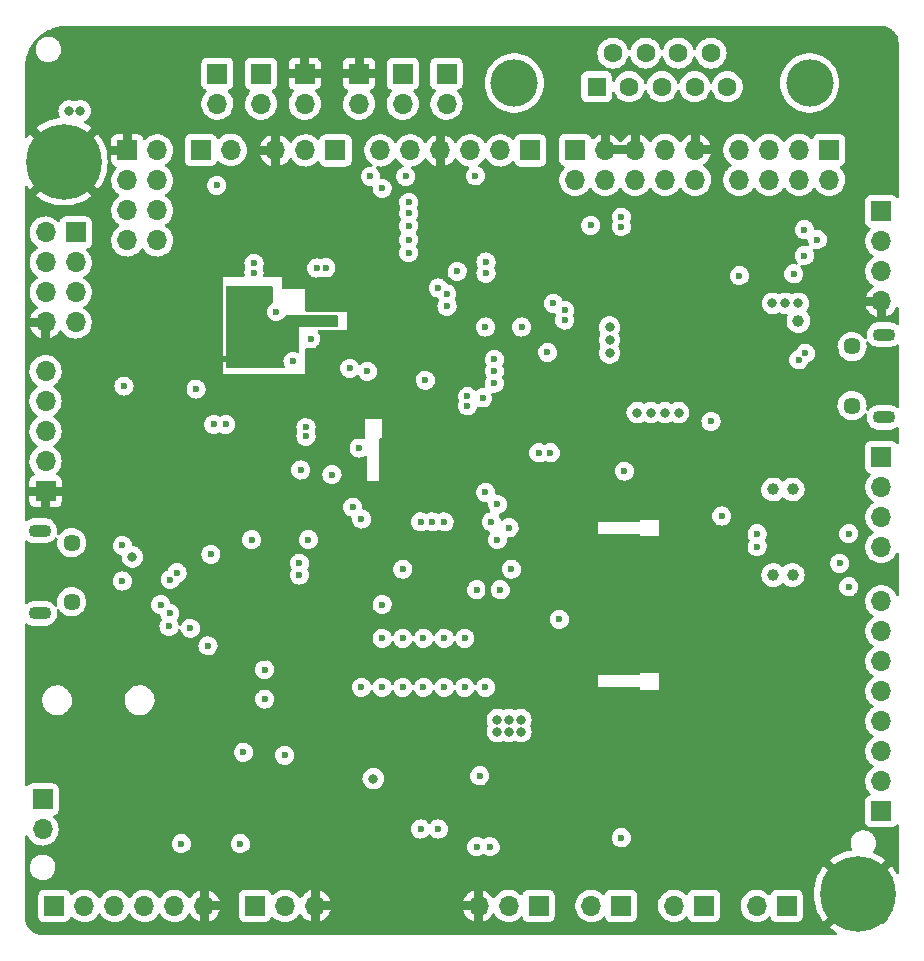
<source format=gbr>
G04 #@! TF.GenerationSoftware,KiCad,Pcbnew,(5.99.0-9519-ga70106a3bd)*
G04 #@! TF.CreationDate,2021-03-11T21:55:01+03:00*
G04 #@! TF.ProjectId,UnderControl,556e6465-7243-46f6-9e74-726f6c2e6b69,rev?*
G04 #@! TF.SameCoordinates,Original*
G04 #@! TF.FileFunction,Copper,L2,Inr*
G04 #@! TF.FilePolarity,Positive*
%FSLAX46Y46*%
G04 Gerber Fmt 4.6, Leading zero omitted, Abs format (unit mm)*
G04 Created by KiCad (PCBNEW (5.99.0-9519-ga70106a3bd)) date 2021-03-11 21:55:01*
%MOMM*%
%LPD*%
G01*
G04 APERTURE LIST*
G04 #@! TA.AperFunction,ComponentPad*
%ADD10C,0.800000*%
G04 #@! TD*
G04 #@! TA.AperFunction,ComponentPad*
%ADD11C,6.400000*%
G04 #@! TD*
G04 #@! TA.AperFunction,ComponentPad*
%ADD12R,1.700000X1.700000*%
G04 #@! TD*
G04 #@! TA.AperFunction,ComponentPad*
%ADD13O,1.700000X1.700000*%
G04 #@! TD*
G04 #@! TA.AperFunction,ComponentPad*
%ADD14C,1.450000*%
G04 #@! TD*
G04 #@! TA.AperFunction,ComponentPad*
%ADD15O,1.900000X1.100000*%
G04 #@! TD*
G04 #@! TA.AperFunction,ComponentPad*
%ADD16C,4.000000*%
G04 #@! TD*
G04 #@! TA.AperFunction,ComponentPad*
%ADD17R,1.600000X1.600000*%
G04 #@! TD*
G04 #@! TA.AperFunction,ComponentPad*
%ADD18C,1.600000*%
G04 #@! TD*
G04 #@! TA.AperFunction,ViaPad*
%ADD19C,0.600000*%
G04 #@! TD*
G04 #@! TA.AperFunction,ViaPad*
%ADD20C,0.800000*%
G04 #@! TD*
G04 #@! TA.AperFunction,ViaPad*
%ADD21C,1.000000*%
G04 #@! TD*
G04 #@! TA.AperFunction,Conductor*
%ADD22C,0.500000*%
G04 #@! TD*
G04 APERTURE END LIST*
D10*
X35497056Y-95697056D03*
X32102944Y-92302944D03*
X35497056Y-92302944D03*
X31400000Y-94000000D03*
X32102944Y-95697056D03*
X33800000Y-96400000D03*
X33800000Y-91600000D03*
D11*
X33800000Y-94000000D03*
D10*
X36200000Y-94000000D03*
D12*
X56800000Y-93050000D03*
D13*
X54260000Y-93050000D03*
X51720000Y-93050000D03*
D12*
X95000000Y-157000000D03*
D13*
X92460000Y-157000000D03*
D12*
X103000000Y-149000000D03*
D13*
X103000000Y-146460000D03*
X103000000Y-143920000D03*
X103000000Y-141380000D03*
X103000000Y-138840000D03*
X103000000Y-136300000D03*
X103000000Y-133760000D03*
X103000000Y-131220000D03*
D12*
X32000000Y-148000000D03*
D13*
X32000000Y-150540000D03*
D12*
X74000000Y-157000000D03*
D13*
X71460000Y-157000000D03*
X68920000Y-157000000D03*
D12*
X88000000Y-157000000D03*
D13*
X85460000Y-157000000D03*
D12*
X50000000Y-157000000D03*
D13*
X52540000Y-157000000D03*
X55080000Y-157000000D03*
D14*
X34462500Y-131250000D03*
D15*
X31762500Y-125250000D03*
D14*
X34462500Y-126250000D03*
D15*
X31762500Y-132250000D03*
D12*
X77100000Y-93000000D03*
D13*
X77100000Y-95540000D03*
X79640000Y-93000000D03*
X79640000Y-95540000D03*
X82180000Y-93000000D03*
X82180000Y-95540000D03*
X84720000Y-93000000D03*
X84720000Y-95540000D03*
X87260000Y-93000000D03*
X87260000Y-95540000D03*
D12*
X45400000Y-93000000D03*
D13*
X47940000Y-93000000D03*
D12*
X73300000Y-93050000D03*
D13*
X70760000Y-93050000D03*
X68220000Y-93050000D03*
X65680000Y-93050000D03*
X63140000Y-93050000D03*
X60600000Y-93050000D03*
D12*
X39160000Y-93050000D03*
D13*
X41700000Y-93050000D03*
X39160000Y-95590000D03*
X41700000Y-95590000D03*
X39160000Y-98130000D03*
X41700000Y-98130000D03*
X39160000Y-100670000D03*
X41700000Y-100670000D03*
D12*
X98600000Y-93000000D03*
D13*
X98600000Y-95540000D03*
X96060000Y-93000000D03*
X96060000Y-95540000D03*
X93520000Y-93000000D03*
X93520000Y-95540000D03*
X90980000Y-93000000D03*
X90980000Y-95540000D03*
D12*
X46800000Y-86550000D03*
D13*
X46800000Y-89090000D03*
D12*
X50500000Y-86550000D03*
D13*
X50500000Y-89090000D03*
D12*
X66200000Y-86550000D03*
D13*
X66200000Y-89090000D03*
D12*
X62500000Y-86550000D03*
D13*
X62500000Y-89090000D03*
D12*
X58800000Y-86550000D03*
D13*
X58800000Y-89090000D03*
D16*
X71940000Y-87350000D03*
X96940000Y-87350000D03*
D17*
X78900000Y-87650000D03*
D18*
X81670000Y-87650000D03*
X84440000Y-87650000D03*
X87210000Y-87650000D03*
X89980000Y-87650000D03*
X80285000Y-84810000D03*
X83055000Y-84810000D03*
X85825000Y-84810000D03*
X88595000Y-84810000D03*
D12*
X54200000Y-86550000D03*
D13*
X54200000Y-89090000D03*
D12*
X32250000Y-121900000D03*
D13*
X32250000Y-119360000D03*
X32250000Y-116820000D03*
X32250000Y-114280000D03*
X32250000Y-111740000D03*
D12*
X81000000Y-157000000D03*
D13*
X78460000Y-157000000D03*
D10*
X101000000Y-158400000D03*
X101000000Y-153600000D03*
X103400000Y-156000000D03*
X102697056Y-157697056D03*
X102697056Y-154302944D03*
X99302944Y-157697056D03*
X98600000Y-156000000D03*
X99302944Y-154302944D03*
D11*
X101000000Y-156000000D03*
D12*
X103000000Y-98200000D03*
D13*
X103000000Y-100740000D03*
X103000000Y-103280000D03*
X103000000Y-105820000D03*
D14*
X100537500Y-109650000D03*
D15*
X103237500Y-115650000D03*
X103237500Y-108650000D03*
D14*
X100537500Y-114650000D03*
D12*
X103000000Y-119000000D03*
D13*
X103000000Y-121540000D03*
X103000000Y-124080000D03*
X103000000Y-126620000D03*
D12*
X34800000Y-100000000D03*
D13*
X32260000Y-100000000D03*
X34800000Y-102540000D03*
X32260000Y-102540000D03*
X34800000Y-105080000D03*
X32260000Y-105080000D03*
X34800000Y-107620000D03*
X32260000Y-107620000D03*
D12*
X33000000Y-157000000D03*
D13*
X35540000Y-157000000D03*
X38080000Y-157000000D03*
X40620000Y-157000000D03*
X43160000Y-157000000D03*
X45700000Y-157000000D03*
D19*
X65150000Y-156450000D03*
X83797500Y-120602500D03*
D20*
X34250000Y-86700000D03*
D19*
X55500000Y-114600000D03*
X68750000Y-116000000D03*
D20*
X98300000Y-132000000D03*
X50800000Y-105250000D03*
X92200000Y-148000000D03*
X99000000Y-110850000D03*
D19*
X63250000Y-130250000D03*
D20*
X88200000Y-146000000D03*
D19*
X38800000Y-120500000D03*
D20*
X78150000Y-138250000D03*
X97400000Y-128000000D03*
X98100000Y-109950000D03*
X74500000Y-142250000D03*
X90200000Y-148000000D03*
D19*
X69071330Y-100250010D03*
X60250000Y-130250000D03*
X85500000Y-135250000D03*
D20*
X74500000Y-141250000D03*
D19*
X54600000Y-115520000D03*
X57100000Y-101150000D03*
D20*
X82000000Y-137000000D03*
D19*
X84799957Y-97545311D03*
X74300000Y-150500000D03*
X68250000Y-101050000D03*
D20*
X82000000Y-140000000D03*
X90000000Y-128500000D03*
D19*
X94250000Y-103500000D03*
D20*
X76500000Y-141250000D03*
D19*
X51500000Y-128500000D03*
X59500000Y-113200000D03*
D20*
X89400000Y-110300000D03*
D19*
X50800000Y-136000000D03*
D20*
X75500000Y-141250000D03*
D19*
X59500000Y-110750000D03*
D20*
X96200000Y-146000000D03*
X88350000Y-110250000D03*
X97400000Y-129200000D03*
D19*
X47200000Y-142000000D03*
X72500000Y-105800000D03*
D20*
X82000000Y-139000000D03*
D19*
X85500000Y-140750000D03*
X84500000Y-135250000D03*
X48250000Y-126000000D03*
D20*
X88200000Y-144000000D03*
D19*
X58850000Y-156450000D03*
D20*
X80000000Y-112850000D03*
D19*
X51500000Y-116200000D03*
D20*
X78900000Y-114050000D03*
X35200000Y-86700000D03*
X98100000Y-110850000D03*
X88350000Y-109250000D03*
X58900000Y-121500000D03*
X98000000Y-117000000D03*
X90000000Y-127500000D03*
X65000000Y-123000000D03*
X92400000Y-110300000D03*
X36900000Y-130050000D03*
X90200000Y-146000000D03*
X85000000Y-124750000D03*
X57600000Y-140000000D03*
X94200000Y-148000000D03*
X96000000Y-117000000D03*
D19*
X46500000Y-142000000D03*
D20*
X36900000Y-130950000D03*
D19*
X45750000Y-144200000D03*
X58750000Y-104750000D03*
X77850000Y-111710000D03*
D20*
X92200000Y-144000000D03*
X90200000Y-144000000D03*
D19*
X36100000Y-137000000D03*
D20*
X92200000Y-146000000D03*
X36000000Y-130950000D03*
X88200000Y-148000000D03*
X55400000Y-149500000D03*
X96200000Y-144000000D03*
D19*
X71000000Y-146000000D03*
D20*
X76500000Y-142250000D03*
X52600000Y-130300000D03*
D19*
X69500000Y-116000000D03*
X58750000Y-110000000D03*
D20*
X36000000Y-130050000D03*
D19*
X54000000Y-103000000D03*
D20*
X91400000Y-110300000D03*
D19*
X73500000Y-98000000D03*
D20*
X75500000Y-142250000D03*
D19*
X46500000Y-114750000D03*
X36100000Y-135700000D03*
X60300000Y-113200000D03*
D20*
X85000000Y-127800000D03*
X78150000Y-134250000D03*
X82000000Y-124000000D03*
X48000004Y-110750000D03*
D19*
X84500000Y-140750000D03*
D20*
X82000000Y-135000000D03*
D19*
X68000000Y-116000000D03*
D20*
X80000000Y-114050000D03*
D19*
X69750000Y-130250000D03*
D20*
X94200000Y-144000000D03*
X77800000Y-114050000D03*
X76950000Y-134250000D03*
D19*
X47200000Y-136000000D03*
X61900000Y-113200000D03*
X57400000Y-96025000D03*
D20*
X54100000Y-124000000D03*
D19*
X58750000Y-110750000D03*
D20*
X96200000Y-148000000D03*
D19*
X39400000Y-84700000D03*
X39600000Y-120500000D03*
X58750000Y-105500000D03*
X61100000Y-113200000D03*
X51250000Y-141850000D03*
X59500000Y-110000000D03*
D21*
X92200000Y-140200000D03*
D20*
X97000000Y-117000000D03*
D19*
X45750000Y-143500000D03*
D20*
X94200000Y-146000000D03*
X55400000Y-148500000D03*
X99000000Y-109950000D03*
X82000000Y-126000000D03*
X86150000Y-127800000D03*
D19*
X71500000Y-101600000D03*
D20*
X82000000Y-136000000D03*
D19*
X76800000Y-111712500D03*
D20*
X101050000Y-85300000D03*
X77300000Y-120000000D03*
X77800000Y-112850000D03*
D19*
X51250000Y-142550000D03*
D20*
X76950000Y-138250000D03*
D19*
X47400000Y-121540000D03*
D20*
X78900000Y-112850000D03*
X90400000Y-110300000D03*
D21*
X93860000Y-129000000D03*
X95500000Y-129000000D03*
X95500000Y-121750000D03*
X93860000Y-121750000D03*
X96000000Y-107500000D03*
D19*
X72550033Y-108000000D03*
X88600000Y-116000000D03*
D20*
X70500000Y-141250000D03*
X71500000Y-141250000D03*
X72500000Y-141250000D03*
X72500000Y-142250000D03*
X71500000Y-142250000D03*
X70500000Y-142250000D03*
D19*
X80999998Y-99500000D03*
X66199990Y-105200000D03*
D20*
X60000000Y-146250000D03*
D19*
X53750000Y-128000000D03*
X46250000Y-127250000D03*
X42000000Y-131500000D03*
X53750000Y-129000000D03*
X50800000Y-139500000D03*
X50800000Y-137000000D03*
X49000000Y-144000000D03*
X52500000Y-144250004D03*
X75250000Y-106000000D03*
X74749992Y-110150000D03*
X76200000Y-106598400D03*
X96583975Y-110216025D03*
X96016025Y-110783975D03*
X76200000Y-107401600D03*
X49899996Y-102600000D03*
X58000000Y-111500000D03*
X45000000Y-113250000D03*
X53200005Y-110900005D03*
X49900000Y-103400000D03*
X54700000Y-109000000D03*
X48750000Y-151750000D03*
X43750000Y-151750000D03*
X42816025Y-129383975D03*
X43383975Y-128816025D03*
X58800000Y-118250000D03*
X68750000Y-152000000D03*
X59000000Y-138500000D03*
X69900000Y-152000000D03*
X60750000Y-138500000D03*
X69000000Y-146000000D03*
X42750000Y-132250000D03*
X63000000Y-101700000D03*
X63000000Y-100600000D03*
X75000000Y-118650000D03*
X74000000Y-118650000D03*
X58250000Y-123250000D03*
X71700000Y-128500000D03*
X75750000Y-132750000D03*
X64400000Y-112500000D03*
X60750000Y-134350000D03*
X69500000Y-122000000D03*
X60750000Y-131500000D03*
X62500000Y-138500000D03*
X56500000Y-120500000D03*
X59000000Y-124250000D03*
X62500000Y-134350000D03*
X59499978Y-111750012D03*
X54500000Y-126000000D03*
X64250000Y-138500000D03*
X70500000Y-123000000D03*
X64250000Y-134350000D03*
X69500000Y-138500000D03*
X71500000Y-125000000D03*
X68750000Y-130250000D03*
X66000000Y-138500000D03*
X66000000Y-134350000D03*
X70000000Y-124500000D03*
X67750000Y-138500000D03*
X70500000Y-126000000D03*
X67750000Y-134350000D03*
X91000000Y-103650000D03*
X97600000Y-100600000D03*
X67100000Y-103300000D03*
X78399998Y-99399957D03*
X65500000Y-104700000D03*
X81000000Y-98700000D03*
X96500000Y-101950000D03*
D20*
X35200000Y-89700000D03*
X34250000Y-89700000D03*
D19*
X95600000Y-103500000D03*
X96500000Y-99750000D03*
X54300000Y-117250000D03*
X67975000Y-114675000D03*
D20*
X84700000Y-115250000D03*
D19*
X47500000Y-116250000D03*
X55980000Y-102985000D03*
D20*
X82350000Y-115250000D03*
X93800000Y-106000000D03*
D19*
X67975000Y-113875000D03*
X55200000Y-103000000D03*
X69550000Y-103450000D03*
D20*
X80000000Y-109100000D03*
D19*
X69550000Y-102500010D03*
D20*
X94900000Y-106000000D03*
X80000000Y-110200000D03*
X96000000Y-106000000D03*
X85850000Y-115250000D03*
D19*
X53850000Y-120100000D03*
D20*
X83500000Y-115250000D03*
D19*
X46500000Y-116250000D03*
D20*
X80000000Y-108000000D03*
D19*
X54300000Y-116500000D03*
D20*
X39600000Y-127462278D03*
D19*
X46750000Y-96000000D03*
X63000000Y-99450000D03*
X62990373Y-98359627D03*
X63000000Y-97450000D03*
X66250000Y-106250000D03*
X69500000Y-108000000D03*
X70250000Y-110750000D03*
X70250000Y-111750000D03*
X70250000Y-112750000D03*
X69250000Y-114000000D03*
X60750000Y-96250000D03*
X68650000Y-95200000D03*
X59750000Y-95250000D03*
X62750000Y-95250000D03*
X51800004Y-106700000D03*
X38900000Y-113000000D03*
X42704615Y-133349990D03*
X38750000Y-126500000D03*
X38750000Y-129500000D03*
X49700000Y-126000000D03*
X44500000Y-133500000D03*
X45999996Y-134999996D03*
X92500000Y-125500000D03*
X100250000Y-125500000D03*
X81250000Y-120200000D03*
X89500000Y-124000000D03*
X92500000Y-126600000D03*
X100250000Y-130000000D03*
X99500000Y-128000000D03*
X70750000Y-130250000D03*
X66000000Y-124500000D03*
X81000000Y-151250000D03*
X65000000Y-124500000D03*
X64000000Y-124500000D03*
X65500000Y-150500000D03*
X64000000Y-150500000D03*
X62500000Y-128500000D03*
D22*
X45250000Y-110750000D02*
X45500000Y-110750000D01*
X48000004Y-110750000D02*
X45250000Y-110750000D01*
X48000000Y-110750004D02*
X48000004Y-110750000D01*
G04 #@! TA.AperFunction,Conductor*
G36*
X102939027Y-82509874D02*
G01*
X102947679Y-82511383D01*
X102947680Y-82511383D01*
X102952473Y-82512219D01*
X102957332Y-82512308D01*
X102957337Y-82512308D01*
X103067689Y-82514318D01*
X103074380Y-82514618D01*
X103090883Y-82515798D01*
X103119546Y-82517848D01*
X103128453Y-82518806D01*
X103294048Y-82542615D01*
X103302876Y-82544208D01*
X103329239Y-82549942D01*
X103337945Y-82552165D01*
X103498462Y-82599297D01*
X103506996Y-82602137D01*
X103532236Y-82611551D01*
X103540547Y-82614994D01*
X103692736Y-82684497D01*
X103700778Y-82688522D01*
X103724425Y-82701434D01*
X103732160Y-82706024D01*
X103872883Y-82796460D01*
X103880273Y-82801590D01*
X103901864Y-82817753D01*
X103908867Y-82823397D01*
X104035292Y-82932945D01*
X104041874Y-82939074D01*
X104060927Y-82958127D01*
X104067057Y-82964710D01*
X104176607Y-83091139D01*
X104182246Y-83098137D01*
X104198406Y-83119722D01*
X104203533Y-83127106D01*
X104293981Y-83267847D01*
X104298570Y-83275581D01*
X104311478Y-83299220D01*
X104315500Y-83307255D01*
X104385004Y-83459446D01*
X104388442Y-83467745D01*
X104397869Y-83493022D01*
X104400708Y-83501553D01*
X104447832Y-83662044D01*
X104450055Y-83670753D01*
X104455787Y-83697097D01*
X104457383Y-83705942D01*
X104463575Y-83749004D01*
X104481193Y-83871550D01*
X104482154Y-83880490D01*
X104485382Y-83925616D01*
X104485682Y-83932311D01*
X104487721Y-84044250D01*
X104488437Y-84048671D01*
X104488437Y-84048676D01*
X104490381Y-84060685D01*
X104492000Y-84080816D01*
X104492000Y-96979724D01*
X104471998Y-97047845D01*
X104418342Y-97094338D01*
X104348068Y-97104442D01*
X104283488Y-97074948D01*
X104260002Y-97047845D01*
X104259795Y-97047523D01*
X104238077Y-97013729D01*
X104224316Y-97001805D01*
X104134431Y-96923918D01*
X104134428Y-96923916D01*
X104127619Y-96918016D01*
X104083740Y-96897977D01*
X104002864Y-96861042D01*
X104002863Y-96861042D01*
X103994670Y-96857300D01*
X103985755Y-96856018D01*
X103985754Y-96856018D01*
X103854448Y-96837139D01*
X103854441Y-96837138D01*
X103850000Y-96836500D01*
X102150000Y-96836500D01*
X102076921Y-96841727D01*
X101998835Y-96864655D01*
X101945330Y-96880365D01*
X101945328Y-96880366D01*
X101936684Y-96882904D01*
X101913230Y-96897977D01*
X101821309Y-96957051D01*
X101821306Y-96957053D01*
X101813729Y-96961923D01*
X101807828Y-96968733D01*
X101723918Y-97065569D01*
X101723916Y-97065572D01*
X101718016Y-97072381D01*
X101714272Y-97080579D01*
X101703049Y-97105155D01*
X101657300Y-97205330D01*
X101656018Y-97214245D01*
X101656018Y-97214246D01*
X101637139Y-97345552D01*
X101637138Y-97345559D01*
X101636500Y-97350000D01*
X101636500Y-99050000D01*
X101641727Y-99123079D01*
X101662748Y-99194670D01*
X101677437Y-99244696D01*
X101682904Y-99263316D01*
X101687775Y-99270895D01*
X101757051Y-99378691D01*
X101757053Y-99378694D01*
X101761923Y-99386271D01*
X101768733Y-99392172D01*
X101865569Y-99476082D01*
X101865572Y-99476084D01*
X101872381Y-99481984D01*
X102005330Y-99542700D01*
X102011639Y-99543607D01*
X102070244Y-99581269D01*
X102099738Y-99645849D01*
X102089636Y-99716123D01*
X102057601Y-99758949D01*
X102028109Y-99784541D01*
X102022492Y-99789415D01*
X102019109Y-99793541D01*
X102019105Y-99793545D01*
X101929896Y-99902344D01*
X101876304Y-99967705D01*
X101873665Y-99972341D01*
X101873663Y-99972344D01*
X101800617Y-100100668D01*
X101762245Y-100168077D01*
X101683578Y-100384802D01*
X101682629Y-100390051D01*
X101682628Y-100390054D01*
X101645376Y-100596062D01*
X101642551Y-100611683D01*
X101641740Y-100696176D01*
X101641178Y-100754771D01*
X101640338Y-100842233D01*
X101677002Y-101069861D01*
X101751494Y-101288056D01*
X101754044Y-101292743D01*
X101754045Y-101292745D01*
X101775602Y-101332365D01*
X101861685Y-101490580D01*
X102004424Y-101671644D01*
X102043810Y-101707170D01*
X102171659Y-101822489D01*
X102171665Y-101822494D01*
X102175629Y-101826069D01*
X102180142Y-101828928D01*
X102180144Y-101828929D01*
X102298242Y-101903731D01*
X102345087Y-101957079D01*
X102355654Y-102027285D01*
X102326587Y-102092058D01*
X102296186Y-102117894D01*
X102201196Y-102175535D01*
X102201189Y-102175540D01*
X102196631Y-102178306D01*
X102192601Y-102181803D01*
X102041264Y-102313126D01*
X102022492Y-102329415D01*
X102019109Y-102333541D01*
X102019105Y-102333545D01*
X101962903Y-102402089D01*
X101876304Y-102507705D01*
X101873665Y-102512341D01*
X101873663Y-102512344D01*
X101841509Y-102568831D01*
X101762245Y-102708077D01*
X101683578Y-102924802D01*
X101682629Y-102930051D01*
X101682628Y-102930054D01*
X101653249Y-103092522D01*
X101642551Y-103151683D01*
X101641885Y-103221045D01*
X101640582Y-103356849D01*
X101640338Y-103382233D01*
X101677002Y-103609861D01*
X101751494Y-103828056D01*
X101754044Y-103832743D01*
X101754045Y-103832745D01*
X101794987Y-103907994D01*
X101861685Y-104030580D01*
X102004424Y-104211644D01*
X102036794Y-104240841D01*
X102171659Y-104362489D01*
X102171665Y-104362494D01*
X102175629Y-104366069D01*
X102180142Y-104368928D01*
X102180144Y-104368929D01*
X102298712Y-104444029D01*
X102345557Y-104497377D01*
X102356124Y-104567583D01*
X102327057Y-104632357D01*
X102296656Y-104658192D01*
X102201486Y-104715942D01*
X102192896Y-104722206D01*
X102026884Y-104866264D01*
X102019464Y-104873895D01*
X101880100Y-105043860D01*
X101874075Y-105052627D01*
X101765342Y-105243644D01*
X101760877Y-105253308D01*
X101697477Y-105427972D01*
X101696595Y-105442045D01*
X101702121Y-105445000D01*
X103249000Y-105445000D01*
X103317121Y-105465002D01*
X103363614Y-105518658D01*
X103375000Y-105571000D01*
X103375000Y-107107210D01*
X103378973Y-107120741D01*
X103386897Y-107121880D01*
X103483338Y-107093952D01*
X103493255Y-107090145D01*
X103691065Y-106994307D01*
X103700212Y-106988876D01*
X103879041Y-106861083D01*
X103887149Y-106854182D01*
X104041893Y-106698082D01*
X104048706Y-106689933D01*
X104174940Y-106509988D01*
X104180295Y-106500787D01*
X104252133Y-106349154D01*
X104299374Y-106296156D01*
X104367769Y-106277112D01*
X104435602Y-106298069D01*
X104481337Y-106352372D01*
X104492000Y-106403100D01*
X104492000Y-107715128D01*
X104471998Y-107783249D01*
X104418342Y-107829742D01*
X104348068Y-107839846D01*
X104285009Y-107811650D01*
X104281137Y-107808401D01*
X104238342Y-107772492D01*
X104232950Y-107769528D01*
X104232946Y-107769525D01*
X104075476Y-107682956D01*
X104056457Y-107672500D01*
X104050590Y-107670639D01*
X104050588Y-107670638D01*
X103917582Y-107628446D01*
X103858614Y-107609740D01*
X103695998Y-107591500D01*
X102786506Y-107591500D01*
X102630932Y-107606754D01*
X102432232Y-107666745D01*
X102390610Y-107688876D01*
X102254410Y-107761294D01*
X102254407Y-107761296D01*
X102248968Y-107764188D01*
X102244198Y-107768078D01*
X102244194Y-107768081D01*
X102156203Y-107839846D01*
X102088122Y-107895372D01*
X102084194Y-107900120D01*
X102084193Y-107900121D01*
X102021971Y-107975335D01*
X101955819Y-108055298D01*
X101857099Y-108237877D01*
X101827890Y-108332235D01*
X101802956Y-108412786D01*
X101795722Y-108436154D01*
X101795078Y-108442279D01*
X101795078Y-108442280D01*
X101784024Y-108547454D01*
X101774026Y-108642575D01*
X101775745Y-108661459D01*
X101792061Y-108840739D01*
X101792838Y-108849280D01*
X101794579Y-108855194D01*
X101794579Y-108855196D01*
X101799822Y-108873013D01*
X101799866Y-108944010D01*
X101761519Y-109003759D01*
X101696957Y-109033292D01*
X101626677Y-109023232D01*
X101576626Y-108982112D01*
X101478314Y-108845297D01*
X101478310Y-108845292D01*
X101475038Y-108840739D01*
X101316913Y-108687505D01*
X101258865Y-108648498D01*
X101138812Y-108567825D01*
X101138809Y-108567823D01*
X101134152Y-108564694D01*
X100932531Y-108476189D01*
X100927080Y-108474880D01*
X100927076Y-108474879D01*
X100723881Y-108426096D01*
X100723880Y-108426096D01*
X100718424Y-108424786D01*
X100633814Y-108419907D01*
X100504205Y-108412434D01*
X100504202Y-108412434D01*
X100498598Y-108412111D01*
X100280001Y-108438564D01*
X100069544Y-108503309D01*
X99873879Y-108604300D01*
X99869431Y-108607713D01*
X99824068Y-108642521D01*
X99699189Y-108738344D01*
X99550998Y-108901204D01*
X99538028Y-108921880D01*
X99474450Y-109023232D01*
X99433988Y-109087733D01*
X99351860Y-109292034D01*
X99338874Y-109354740D01*
X99309548Y-109496353D01*
X99307208Y-109507650D01*
X99307061Y-109513259D01*
X99307061Y-109513260D01*
X99306395Y-109538706D01*
X99301444Y-109727766D01*
X99334750Y-109945424D01*
X99406074Y-110153743D01*
X99513161Y-110346140D01*
X99516713Y-110350480D01*
X99516716Y-110350484D01*
X99606476Y-110460148D01*
X99652626Y-110516533D01*
X99820060Y-110659536D01*
X99824901Y-110662365D01*
X99824904Y-110662367D01*
X100005325Y-110767796D01*
X100005328Y-110767797D01*
X100010172Y-110770628D01*
X100015442Y-110772557D01*
X100015443Y-110772557D01*
X100211689Y-110844373D01*
X100211693Y-110844374D01*
X100216953Y-110846299D01*
X100222469Y-110847262D01*
X100222474Y-110847263D01*
X100428341Y-110883192D01*
X100433865Y-110884156D01*
X100439471Y-110884127D01*
X100439475Y-110884127D01*
X100540445Y-110883598D01*
X100654053Y-110883003D01*
X100659571Y-110881980D01*
X100659574Y-110881980D01*
X100865038Y-110843900D01*
X100865039Y-110843900D01*
X100870557Y-110842877D01*
X100875802Y-110840895D01*
X100875806Y-110840894D01*
X101037938Y-110779629D01*
X101076534Y-110765045D01*
X101095053Y-110753962D01*
X101230484Y-110672908D01*
X101265472Y-110651968D01*
X101431400Y-110507219D01*
X101504208Y-110416340D01*
X101565567Y-110339752D01*
X101565570Y-110339747D01*
X101569073Y-110335375D01*
X101636013Y-110212087D01*
X101671465Y-110146794D01*
X101671467Y-110146788D01*
X101674139Y-110141868D01*
X101743277Y-109932813D01*
X101758131Y-109828446D01*
X101773792Y-109718409D01*
X101773792Y-109718408D01*
X101774303Y-109714818D01*
X101774469Y-109708500D01*
X101775905Y-109653632D01*
X101775905Y-109653630D01*
X101776000Y-109650000D01*
X101775081Y-109639697D01*
X101765461Y-109531919D01*
X101756426Y-109430681D01*
X101754943Y-109425259D01*
X101735432Y-109353937D01*
X101736750Y-109282953D01*
X101776236Y-109223950D01*
X101841353Y-109195661D01*
X101911428Y-109207068D01*
X101955162Y-109241738D01*
X102077658Y-109394092D01*
X102236658Y-109527508D01*
X102242050Y-109530472D01*
X102242054Y-109530475D01*
X102344941Y-109587037D01*
X102418543Y-109627500D01*
X102424410Y-109629361D01*
X102424412Y-109629362D01*
X102483094Y-109647977D01*
X102616386Y-109690260D01*
X102779002Y-109708500D01*
X103688494Y-109708500D01*
X103844068Y-109693246D01*
X104042768Y-109633255D01*
X104143101Y-109579907D01*
X104220590Y-109538706D01*
X104220593Y-109538704D01*
X104226032Y-109535812D01*
X104230802Y-109531922D01*
X104230806Y-109531919D01*
X104286364Y-109486606D01*
X104351795Y-109459052D01*
X104421737Y-109471247D01*
X104473982Y-109519319D01*
X104492000Y-109584249D01*
X104492000Y-114715128D01*
X104471998Y-114783249D01*
X104418342Y-114829742D01*
X104348068Y-114839846D01*
X104285009Y-114811650D01*
X104243060Y-114776451D01*
X104238342Y-114772492D01*
X104232950Y-114769528D01*
X104232946Y-114769525D01*
X104061852Y-114675466D01*
X104061853Y-114675466D01*
X104056457Y-114672500D01*
X104050590Y-114670639D01*
X104050588Y-114670638D01*
X103874921Y-114614913D01*
X103858614Y-114609740D01*
X103695998Y-114591500D01*
X102786506Y-114591500D01*
X102630932Y-114606754D01*
X102432232Y-114666745D01*
X102373988Y-114697714D01*
X102254410Y-114761294D01*
X102254407Y-114761296D01*
X102248968Y-114764188D01*
X102244198Y-114768078D01*
X102244194Y-114768081D01*
X102159537Y-114837127D01*
X102088122Y-114895372D01*
X102084194Y-114900120D01*
X102084193Y-114900121D01*
X101960786Y-115049294D01*
X101901953Y-115089032D01*
X101830975Y-115090653D01*
X101770387Y-115053644D01*
X101739427Y-114989754D01*
X101741031Y-114940207D01*
X101741517Y-114938135D01*
X101743277Y-114932813D01*
X101758906Y-114823002D01*
X101773792Y-114718409D01*
X101773792Y-114718408D01*
X101774303Y-114714818D01*
X101775346Y-114675000D01*
X101775905Y-114653632D01*
X101775905Y-114653630D01*
X101776000Y-114650000D01*
X101756426Y-114430681D01*
X101698324Y-114218294D01*
X101669100Y-114157023D01*
X101605942Y-114024611D01*
X101603529Y-114019552D01*
X101475038Y-113840739D01*
X101338142Y-113708077D01*
X101320946Y-113691413D01*
X101320944Y-113691412D01*
X101316913Y-113687505D01*
X101258865Y-113648498D01*
X101138812Y-113567825D01*
X101138809Y-113567823D01*
X101134152Y-113564694D01*
X100932531Y-113476189D01*
X100927080Y-113474880D01*
X100927076Y-113474879D01*
X100723881Y-113426096D01*
X100723880Y-113426096D01*
X100718424Y-113424786D01*
X100620435Y-113419136D01*
X100504205Y-113412434D01*
X100504202Y-113412434D01*
X100498598Y-113412111D01*
X100280001Y-113438564D01*
X100069544Y-113503309D01*
X99873879Y-113604300D01*
X99869431Y-113607713D01*
X99816958Y-113647977D01*
X99699189Y-113738344D01*
X99550998Y-113901204D01*
X99536195Y-113924802D01*
X99449886Y-114062390D01*
X99433988Y-114087733D01*
X99351860Y-114292034D01*
X99341615Y-114341504D01*
X99317307Y-114458886D01*
X99307208Y-114507650D01*
X99301444Y-114727766D01*
X99334750Y-114945424D01*
X99406074Y-115153743D01*
X99513161Y-115346140D01*
X99516713Y-115350480D01*
X99516716Y-115350484D01*
X99587819Y-115437354D01*
X99652626Y-115516533D01*
X99656889Y-115520174D01*
X99656890Y-115520175D01*
X99659741Y-115522610D01*
X99820060Y-115659536D01*
X99824901Y-115662365D01*
X99824904Y-115662367D01*
X100005325Y-115767796D01*
X100005328Y-115767797D01*
X100010172Y-115770628D01*
X100015442Y-115772557D01*
X100015443Y-115772557D01*
X100211689Y-115844373D01*
X100211693Y-115844374D01*
X100216953Y-115846299D01*
X100222469Y-115847262D01*
X100222474Y-115847263D01*
X100428341Y-115883192D01*
X100433865Y-115884156D01*
X100439471Y-115884127D01*
X100439475Y-115884127D01*
X100540445Y-115883598D01*
X100654053Y-115883003D01*
X100659571Y-115881980D01*
X100659574Y-115881980D01*
X100865038Y-115843900D01*
X100865039Y-115843900D01*
X100870557Y-115842877D01*
X100875802Y-115840895D01*
X100875806Y-115840894D01*
X101033717Y-115781224D01*
X101076534Y-115765045D01*
X101115441Y-115741760D01*
X101244766Y-115664360D01*
X101265472Y-115651968D01*
X101431400Y-115507219D01*
X101542191Y-115368929D01*
X101565569Y-115339749D01*
X101565570Y-115339747D01*
X101569073Y-115335375D01*
X101570209Y-115333282D01*
X101623789Y-115288266D01*
X101694208Y-115279234D01*
X101758332Y-115309708D01*
X101795801Y-115370012D01*
X101797804Y-115429002D01*
X101797544Y-115430267D01*
X101795722Y-115436154D01*
X101795078Y-115442279D01*
X101795078Y-115442280D01*
X101781939Y-115567285D01*
X101774026Y-115642575D01*
X101775827Y-115662367D01*
X101790002Y-115818115D01*
X101792838Y-115849280D01*
X101794576Y-115855186D01*
X101794577Y-115855190D01*
X101834772Y-115991760D01*
X101851440Y-116048394D01*
X101947601Y-116232333D01*
X101951461Y-116237133D01*
X101951461Y-116237134D01*
X101956526Y-116243434D01*
X102077658Y-116394092D01*
X102236658Y-116527508D01*
X102242050Y-116530472D01*
X102242054Y-116530475D01*
X102352557Y-116591224D01*
X102418543Y-116627500D01*
X102424410Y-116629361D01*
X102424412Y-116629362D01*
X102442299Y-116635036D01*
X102616386Y-116690260D01*
X102779002Y-116708500D01*
X103688494Y-116708500D01*
X103844068Y-116693246D01*
X104042768Y-116633255D01*
X104134935Y-116584249D01*
X104220590Y-116538706D01*
X104220593Y-116538704D01*
X104226032Y-116535812D01*
X104230802Y-116531922D01*
X104230806Y-116531919D01*
X104286364Y-116486606D01*
X104351795Y-116459052D01*
X104421737Y-116471247D01*
X104473982Y-116519319D01*
X104492000Y-116584249D01*
X104492000Y-117779724D01*
X104471998Y-117847845D01*
X104418342Y-117894338D01*
X104348068Y-117904442D01*
X104283488Y-117874948D01*
X104260002Y-117847845D01*
X104242948Y-117821309D01*
X104238077Y-117813729D01*
X104231267Y-117807828D01*
X104134431Y-117723918D01*
X104134428Y-117723916D01*
X104127619Y-117718016D01*
X103994670Y-117657300D01*
X103985755Y-117656018D01*
X103985754Y-117656018D01*
X103854448Y-117637139D01*
X103854441Y-117637138D01*
X103850000Y-117636500D01*
X102150000Y-117636500D01*
X102076921Y-117641727D01*
X102023884Y-117657300D01*
X101945330Y-117680365D01*
X101945328Y-117680366D01*
X101936684Y-117682904D01*
X101912567Y-117698403D01*
X101821309Y-117757051D01*
X101821306Y-117757053D01*
X101813729Y-117761923D01*
X101807828Y-117768733D01*
X101723918Y-117865569D01*
X101723916Y-117865572D01*
X101718016Y-117872381D01*
X101714272Y-117880579D01*
X101707989Y-117894338D01*
X101657300Y-118005330D01*
X101656018Y-118014245D01*
X101656018Y-118014246D01*
X101637139Y-118145552D01*
X101637138Y-118145559D01*
X101636500Y-118150000D01*
X101636500Y-119850000D01*
X101641727Y-119923079D01*
X101664509Y-120000668D01*
X101676365Y-120041045D01*
X101682904Y-120063316D01*
X101699180Y-120088642D01*
X101757051Y-120178691D01*
X101757053Y-120178694D01*
X101761923Y-120186271D01*
X101768733Y-120192172D01*
X101865569Y-120276082D01*
X101865572Y-120276084D01*
X101872381Y-120281984D01*
X101880579Y-120285728D01*
X101901613Y-120295334D01*
X102005330Y-120342700D01*
X102011639Y-120343607D01*
X102070244Y-120381269D01*
X102099738Y-120445849D01*
X102089636Y-120516123D01*
X102057601Y-120558949D01*
X102050330Y-120565259D01*
X102022492Y-120589415D01*
X102019109Y-120593541D01*
X102019105Y-120593545D01*
X101929925Y-120702309D01*
X101876304Y-120767705D01*
X101873665Y-120772341D01*
X101873663Y-120772344D01*
X101793199Y-120913698D01*
X101762245Y-120968077D01*
X101683578Y-121184802D01*
X101682629Y-121190051D01*
X101682628Y-121190054D01*
X101643501Y-121406429D01*
X101642551Y-121411683D01*
X101641839Y-121485844D01*
X101640433Y-121632365D01*
X101640338Y-121642233D01*
X101677002Y-121869861D01*
X101751494Y-122088056D01*
X101861685Y-122290580D01*
X102004424Y-122471644D01*
X102029981Y-122494696D01*
X102171659Y-122622489D01*
X102171665Y-122622494D01*
X102175629Y-122626069D01*
X102180142Y-122628928D01*
X102180144Y-122628929D01*
X102298242Y-122703731D01*
X102345087Y-122757079D01*
X102355654Y-122827285D01*
X102326587Y-122892058D01*
X102296186Y-122917894D01*
X102201196Y-122975535D01*
X102201189Y-122975540D01*
X102196631Y-122978306D01*
X102192601Y-122981803D01*
X102065786Y-123091847D01*
X102022492Y-123129415D01*
X102019109Y-123133541D01*
X102019105Y-123133545D01*
X101933067Y-123238477D01*
X101876304Y-123307705D01*
X101873665Y-123312341D01*
X101873663Y-123312344D01*
X101791229Y-123457160D01*
X101762245Y-123508077D01*
X101683578Y-123724802D01*
X101682629Y-123730051D01*
X101682628Y-123730054D01*
X101643501Y-123946429D01*
X101642551Y-123951683D01*
X101642223Y-123985844D01*
X101640400Y-124175822D01*
X101640338Y-124182233D01*
X101677002Y-124409861D01*
X101751494Y-124628056D01*
X101754044Y-124632743D01*
X101754045Y-124632745D01*
X101794987Y-124707994D01*
X101861685Y-124830580D01*
X102004424Y-125011644D01*
X102041079Y-125044706D01*
X102171659Y-125162489D01*
X102171665Y-125162494D01*
X102175629Y-125166069D01*
X102180142Y-125168928D01*
X102180144Y-125168929D01*
X102298242Y-125243731D01*
X102345087Y-125297079D01*
X102355654Y-125367285D01*
X102326587Y-125432058D01*
X102296186Y-125457894D01*
X102201196Y-125515535D01*
X102201189Y-125515540D01*
X102196631Y-125518306D01*
X102192601Y-125521803D01*
X102030891Y-125662127D01*
X102022492Y-125669415D01*
X102019109Y-125673541D01*
X102019105Y-125673545D01*
X101924163Y-125789336D01*
X101876304Y-125847705D01*
X101873665Y-125852341D01*
X101873663Y-125852344D01*
X101791854Y-125996062D01*
X101762245Y-126048077D01*
X101683578Y-126264802D01*
X101682629Y-126270051D01*
X101682628Y-126270054D01*
X101644641Y-126480124D01*
X101642551Y-126491683D01*
X101640338Y-126722233D01*
X101677002Y-126949861D01*
X101751494Y-127168056D01*
X101754044Y-127172743D01*
X101754045Y-127172745D01*
X101802808Y-127262367D01*
X101861685Y-127370580D01*
X102004424Y-127551644D01*
X102008389Y-127555220D01*
X102171659Y-127702489D01*
X102171665Y-127702494D01*
X102175629Y-127706069D01*
X102180142Y-127708928D01*
X102180144Y-127708929D01*
X102263384Y-127761652D01*
X102370406Y-127829439D01*
X102583184Y-127918228D01*
X102588387Y-127919425D01*
X102588392Y-127919426D01*
X102802678Y-127968701D01*
X102802683Y-127968702D01*
X102807881Y-127969897D01*
X102813209Y-127970200D01*
X102813212Y-127970200D01*
X102960707Y-127978575D01*
X103038071Y-127982968D01*
X103043378Y-127982368D01*
X103043380Y-127982368D01*
X103164272Y-127968701D01*
X103267173Y-127957068D01*
X103272288Y-127955587D01*
X103272292Y-127955586D01*
X103401298Y-127918228D01*
X103488635Y-127892937D01*
X103696125Y-127792409D01*
X103700463Y-127789309D01*
X103700468Y-127789306D01*
X103879370Y-127661459D01*
X103883711Y-127658357D01*
X104046030Y-127494617D01*
X104052184Y-127485844D01*
X104175375Y-127310236D01*
X104175376Y-127310234D01*
X104178439Y-127305868D01*
X104196023Y-127268753D01*
X104252133Y-127150319D01*
X104299374Y-127097322D01*
X104367769Y-127078278D01*
X104435602Y-127099235D01*
X104481337Y-127153538D01*
X104492000Y-127204266D01*
X104492000Y-130637726D01*
X104471998Y-130705847D01*
X104418342Y-130752340D01*
X104348068Y-130762444D01*
X104283488Y-130732950D01*
X104251118Y-130689477D01*
X104193578Y-130561743D01*
X104193577Y-130561741D01*
X104191388Y-130556882D01*
X104062627Y-130365626D01*
X104045096Y-130347248D01*
X103952325Y-130250000D01*
X103903482Y-130198799D01*
X103718504Y-130061171D01*
X103713753Y-130058755D01*
X103713749Y-130058753D01*
X103517740Y-129959097D01*
X103517739Y-129959097D01*
X103512982Y-129956678D01*
X103368265Y-129911742D01*
X103297895Y-129889891D01*
X103297889Y-129889890D01*
X103292792Y-129888307D01*
X103168616Y-129871849D01*
X103069515Y-129858714D01*
X103069510Y-129858714D01*
X103064230Y-129858014D01*
X103058900Y-129858214D01*
X103058899Y-129858214D01*
X102949030Y-129862339D01*
X102833831Y-129866663D01*
X102809115Y-129871849D01*
X102613411Y-129912912D01*
X102613408Y-129912913D01*
X102608184Y-129914009D01*
X102393740Y-129998697D01*
X102196631Y-130118306D01*
X102192601Y-130121803D01*
X102059578Y-130237234D01*
X102022492Y-130269415D01*
X102019109Y-130273541D01*
X102019105Y-130273545D01*
X101962577Y-130342487D01*
X101876304Y-130447705D01*
X101762245Y-130648077D01*
X101683578Y-130864802D01*
X101682629Y-130870051D01*
X101682628Y-130870054D01*
X101643501Y-131086429D01*
X101642551Y-131091683D01*
X101642500Y-131097023D01*
X101640401Y-131315704D01*
X101640338Y-131322233D01*
X101677002Y-131549861D01*
X101751494Y-131768056D01*
X101861685Y-131970580D01*
X102004424Y-132151644D01*
X102008389Y-132155220D01*
X102171659Y-132302489D01*
X102171665Y-132302494D01*
X102175629Y-132306069D01*
X102180142Y-132308928D01*
X102180144Y-132308929D01*
X102298242Y-132383731D01*
X102345087Y-132437079D01*
X102355654Y-132507285D01*
X102326587Y-132572058D01*
X102296186Y-132597894D01*
X102201196Y-132655535D01*
X102201189Y-132655540D01*
X102196631Y-132658306D01*
X102192601Y-132661803D01*
X102060267Y-132776636D01*
X102022492Y-132809415D01*
X102019109Y-132813541D01*
X102019105Y-132813545D01*
X101979185Y-132862232D01*
X101876304Y-132987705D01*
X101873665Y-132992341D01*
X101873663Y-132992344D01*
X101835063Y-133060154D01*
X101762245Y-133188077D01*
X101683578Y-133404802D01*
X101682629Y-133410051D01*
X101682628Y-133410054D01*
X101645303Y-133616465D01*
X101642551Y-133631683D01*
X101642127Y-133675822D01*
X101640491Y-133846343D01*
X101640338Y-133862233D01*
X101677002Y-134089861D01*
X101751494Y-134308056D01*
X101754044Y-134312743D01*
X101754045Y-134312745D01*
X101785745Y-134371008D01*
X101861685Y-134510580D01*
X102004424Y-134691644D01*
X102037911Y-134721849D01*
X102171659Y-134842489D01*
X102171665Y-134842494D01*
X102175629Y-134846069D01*
X102180142Y-134848928D01*
X102180144Y-134848929D01*
X102298242Y-134923731D01*
X102345087Y-134977079D01*
X102355654Y-135047285D01*
X102326587Y-135112058D01*
X102296186Y-135137894D01*
X102201196Y-135195535D01*
X102201189Y-135195540D01*
X102196631Y-135198306D01*
X102192601Y-135201803D01*
X102039638Y-135334537D01*
X102022492Y-135349415D01*
X102019109Y-135353541D01*
X102019105Y-135353545D01*
X101946768Y-135441767D01*
X101876304Y-135527705D01*
X101762245Y-135728077D01*
X101683578Y-135944802D01*
X101642551Y-136171683D01*
X101641582Y-136272610D01*
X101640638Y-136371012D01*
X101640338Y-136402233D01*
X101677002Y-136629861D01*
X101751494Y-136848056D01*
X101861685Y-137050580D01*
X102004424Y-137231644D01*
X102008389Y-137235220D01*
X102171659Y-137382489D01*
X102171665Y-137382494D01*
X102175629Y-137386069D01*
X102180142Y-137388928D01*
X102180144Y-137388929D01*
X102298242Y-137463731D01*
X102345087Y-137517079D01*
X102355654Y-137587285D01*
X102326587Y-137652058D01*
X102296186Y-137677894D01*
X102201196Y-137735535D01*
X102201189Y-137735540D01*
X102196631Y-137738306D01*
X102192601Y-137741803D01*
X102043700Y-137871012D01*
X102022492Y-137889415D01*
X102019109Y-137893541D01*
X102019105Y-137893545D01*
X101940266Y-137989697D01*
X101876304Y-138067705D01*
X101762245Y-138268077D01*
X101683578Y-138484802D01*
X101682629Y-138490051D01*
X101682628Y-138490054D01*
X101643673Y-138705477D01*
X101642551Y-138711683D01*
X101641966Y-138772610D01*
X101641014Y-138871849D01*
X101640338Y-138942233D01*
X101677002Y-139169861D01*
X101751494Y-139388056D01*
X101861685Y-139590580D01*
X102004424Y-139771644D01*
X102008389Y-139775220D01*
X102171659Y-139922489D01*
X102171665Y-139922494D01*
X102175629Y-139926069D01*
X102180142Y-139928928D01*
X102180144Y-139928929D01*
X102298242Y-140003731D01*
X102345087Y-140057079D01*
X102355654Y-140127285D01*
X102326587Y-140192058D01*
X102296186Y-140217894D01*
X102201196Y-140275535D01*
X102201189Y-140275540D01*
X102196631Y-140278306D01*
X102192601Y-140281803D01*
X102074950Y-140383895D01*
X102022492Y-140429415D01*
X102019109Y-140433541D01*
X102019105Y-140433545D01*
X101974725Y-140487671D01*
X101876304Y-140607705D01*
X101873665Y-140612341D01*
X101873663Y-140612344D01*
X101799147Y-140743249D01*
X101762245Y-140808077D01*
X101683578Y-141024802D01*
X101642551Y-141251683D01*
X101640338Y-141482233D01*
X101677002Y-141709861D01*
X101751494Y-141928056D01*
X101861685Y-142130580D01*
X102004424Y-142311644D01*
X102008389Y-142315220D01*
X102171659Y-142462489D01*
X102171665Y-142462494D01*
X102175629Y-142466069D01*
X102180142Y-142468928D01*
X102180144Y-142468929D01*
X102298242Y-142543731D01*
X102345087Y-142597079D01*
X102355654Y-142667285D01*
X102326587Y-142732058D01*
X102296186Y-142757894D01*
X102201196Y-142815535D01*
X102201189Y-142815540D01*
X102196631Y-142818306D01*
X102192601Y-142821803D01*
X102064750Y-142932746D01*
X102022492Y-142969415D01*
X102019109Y-142973541D01*
X102019105Y-142973545D01*
X101961501Y-143043799D01*
X101876304Y-143147705D01*
X101873665Y-143152341D01*
X101873663Y-143152344D01*
X101776166Y-143323621D01*
X101762245Y-143348077D01*
X101683578Y-143564802D01*
X101682629Y-143570051D01*
X101682628Y-143570054D01*
X101670289Y-143638289D01*
X101642551Y-143791683D01*
X101642214Y-143826769D01*
X101640728Y-143981648D01*
X101640338Y-144022233D01*
X101677002Y-144249861D01*
X101751494Y-144468056D01*
X101861685Y-144670580D01*
X102004424Y-144851644D01*
X102036611Y-144880676D01*
X102171659Y-145002489D01*
X102171665Y-145002494D01*
X102175629Y-145006069D01*
X102180142Y-145008928D01*
X102180144Y-145008929D01*
X102298242Y-145083731D01*
X102345087Y-145137079D01*
X102355654Y-145207285D01*
X102326587Y-145272058D01*
X102296186Y-145297894D01*
X102201196Y-145355535D01*
X102201189Y-145355540D01*
X102196631Y-145358306D01*
X102192601Y-145361803D01*
X102042838Y-145491760D01*
X102022492Y-145509415D01*
X102019109Y-145513541D01*
X102019105Y-145513545D01*
X101946768Y-145601767D01*
X101876304Y-145687705D01*
X101873665Y-145692341D01*
X101873663Y-145692344D01*
X101803442Y-145815704D01*
X101762245Y-145888077D01*
X101683578Y-146104802D01*
X101682629Y-146110051D01*
X101682628Y-146110054D01*
X101643501Y-146326429D01*
X101642551Y-146331683D01*
X101640338Y-146562233D01*
X101677002Y-146789861D01*
X101751494Y-147008056D01*
X101861685Y-147210580D01*
X102004424Y-147391644D01*
X102064034Y-147445411D01*
X102101219Y-147505888D01*
X102099805Y-147576871D01*
X102060240Y-147635821D01*
X102015138Y-147659868D01*
X101945330Y-147680365D01*
X101945328Y-147680366D01*
X101936684Y-147682904D01*
X101929105Y-147687775D01*
X101821309Y-147757051D01*
X101821306Y-147757053D01*
X101813729Y-147761923D01*
X101807828Y-147768733D01*
X101723918Y-147865569D01*
X101723916Y-147865572D01*
X101718016Y-147872381D01*
X101714272Y-147880579D01*
X101707989Y-147894338D01*
X101657300Y-148005330D01*
X101656018Y-148014245D01*
X101656018Y-148014246D01*
X101637139Y-148145552D01*
X101637138Y-148145559D01*
X101636500Y-148150000D01*
X101636500Y-149850000D01*
X101641727Y-149923079D01*
X101662872Y-149995092D01*
X101679743Y-150052549D01*
X101682904Y-150063316D01*
X101687775Y-150070895D01*
X101757051Y-150178691D01*
X101757053Y-150178694D01*
X101761923Y-150186271D01*
X101768733Y-150192172D01*
X101865569Y-150276082D01*
X101865572Y-150276084D01*
X101872381Y-150281984D01*
X101880579Y-150285728D01*
X101934308Y-150310265D01*
X102005330Y-150342700D01*
X102014245Y-150343982D01*
X102014246Y-150343982D01*
X102145552Y-150362861D01*
X102145559Y-150362862D01*
X102150000Y-150363500D01*
X103850000Y-150363500D01*
X103923079Y-150358273D01*
X104030373Y-150326769D01*
X104054670Y-150319635D01*
X104054672Y-150319634D01*
X104063316Y-150317096D01*
X104127135Y-150276082D01*
X104178691Y-150242949D01*
X104178694Y-150242947D01*
X104186271Y-150238077D01*
X104226048Y-150192172D01*
X104270776Y-150140554D01*
X104330502Y-150102171D01*
X104401499Y-150102171D01*
X104461225Y-150140555D01*
X104490718Y-150205136D01*
X104492000Y-150223067D01*
X104492000Y-154161231D01*
X104471998Y-154229352D01*
X104418342Y-154275845D01*
X104348068Y-154285949D01*
X104283488Y-154256455D01*
X104253733Y-154218434D01*
X104217051Y-154146441D01*
X104213754Y-154140731D01*
X104005677Y-153820320D01*
X104001805Y-153814990D01*
X103885027Y-153670781D01*
X103872772Y-153662315D01*
X103861681Y-153668649D01*
X98669515Y-158860815D01*
X98662375Y-158873891D01*
X98669833Y-158884259D01*
X98814990Y-159001805D01*
X98820320Y-159005677D01*
X99140731Y-159213754D01*
X99146441Y-159217051D01*
X99218434Y-159253733D01*
X99270049Y-159302482D01*
X99287115Y-159371396D01*
X99264214Y-159438598D01*
X99208616Y-159482750D01*
X99161231Y-159492000D01*
X32082621Y-159492000D01*
X32060973Y-159490126D01*
X32052321Y-159488617D01*
X32052320Y-159488617D01*
X32047527Y-159487781D01*
X32042668Y-159487692D01*
X32042663Y-159487692D01*
X31932311Y-159485682D01*
X31925620Y-159485382D01*
X31909117Y-159484202D01*
X31880454Y-159482152D01*
X31871550Y-159481195D01*
X31732990Y-159461272D01*
X31705955Y-159457385D01*
X31697108Y-159455789D01*
X31670756Y-159450056D01*
X31662072Y-159447840D01*
X31565360Y-159419443D01*
X31501535Y-159400702D01*
X31493002Y-159397862D01*
X31467767Y-159388450D01*
X31459457Y-159385008D01*
X31307258Y-159315501D01*
X31299215Y-159311475D01*
X31282746Y-159302482D01*
X31275580Y-159298569D01*
X31267848Y-159293981D01*
X31148141Y-159217051D01*
X31127104Y-159203532D01*
X31119729Y-159198411D01*
X31098147Y-159182255D01*
X31091147Y-159176614D01*
X30964716Y-159067063D01*
X30958133Y-159060933D01*
X30939068Y-159041868D01*
X30932938Y-159035285D01*
X30823390Y-158908859D01*
X30817749Y-158901859D01*
X30801580Y-158880260D01*
X30796472Y-158872902D01*
X30706021Y-158732156D01*
X30701431Y-158724421D01*
X30688521Y-158700778D01*
X30684495Y-158692735D01*
X30614994Y-158540549D01*
X30611552Y-158532238D01*
X30602135Y-158506989D01*
X30599295Y-158498457D01*
X30559668Y-158363500D01*
X30552167Y-158337953D01*
X30549945Y-158329247D01*
X30544212Y-158302894D01*
X30542614Y-158294041D01*
X30542490Y-158293174D01*
X30530683Y-158211053D01*
X30518807Y-158128451D01*
X30517846Y-158119510D01*
X30514618Y-158074383D01*
X30514318Y-158067688D01*
X30512361Y-157960233D01*
X30512361Y-157960228D01*
X30512279Y-157955751D01*
X30509618Y-157939309D01*
X30508000Y-157919179D01*
X30508000Y-156150000D01*
X31636500Y-156150000D01*
X31636500Y-157850000D01*
X31641727Y-157923079D01*
X31653219Y-157962217D01*
X31674350Y-158034182D01*
X31682904Y-158063316D01*
X31694972Y-158082094D01*
X31757051Y-158178691D01*
X31757053Y-158178694D01*
X31761923Y-158186271D01*
X31768733Y-158192172D01*
X31865569Y-158276082D01*
X31865572Y-158276084D01*
X31872381Y-158281984D01*
X31880579Y-158285728D01*
X31992998Y-158337068D01*
X32005330Y-158342700D01*
X32014245Y-158343982D01*
X32014246Y-158343982D01*
X32145552Y-158362861D01*
X32145559Y-158362862D01*
X32150000Y-158363500D01*
X33850000Y-158363500D01*
X33923079Y-158358273D01*
X34014768Y-158331351D01*
X34054670Y-158319635D01*
X34054672Y-158319634D01*
X34063316Y-158317096D01*
X34130449Y-158273952D01*
X34178691Y-158242949D01*
X34178694Y-158242947D01*
X34186271Y-158238077D01*
X34212911Y-158207333D01*
X34276082Y-158134431D01*
X34276084Y-158134428D01*
X34281984Y-158127619D01*
X34342700Y-157994670D01*
X34343320Y-157990360D01*
X34380432Y-157932610D01*
X34445012Y-157903117D01*
X34515286Y-157913220D01*
X34547335Y-157934270D01*
X34715629Y-158086069D01*
X34910406Y-158209439D01*
X35123184Y-158298228D01*
X35128387Y-158299425D01*
X35128392Y-158299426D01*
X35342678Y-158348701D01*
X35342683Y-158348702D01*
X35347881Y-158349897D01*
X35353209Y-158350200D01*
X35353212Y-158350200D01*
X35503877Y-158358755D01*
X35578071Y-158362968D01*
X35583378Y-158362368D01*
X35583380Y-158362368D01*
X35746014Y-158343982D01*
X35807173Y-158337068D01*
X35812288Y-158335587D01*
X35812292Y-158335586D01*
X35926777Y-158302433D01*
X36028635Y-158272937D01*
X36236125Y-158172409D01*
X36240463Y-158169309D01*
X36240468Y-158169306D01*
X36419370Y-158041459D01*
X36423711Y-158038357D01*
X36516842Y-157944411D01*
X36582277Y-157878403D01*
X36582278Y-157878402D01*
X36586030Y-157874617D01*
X36589090Y-157870255D01*
X36589095Y-157870249D01*
X36707634Y-157701271D01*
X36763130Y-157656990D01*
X36833755Y-157649743D01*
X36897088Y-157681829D01*
X36921461Y-157713410D01*
X36941685Y-157750580D01*
X37084424Y-157931644D01*
X37116120Y-157960233D01*
X37251659Y-158082489D01*
X37251665Y-158082494D01*
X37255629Y-158086069D01*
X37450406Y-158209439D01*
X37663184Y-158298228D01*
X37668387Y-158299425D01*
X37668392Y-158299426D01*
X37882678Y-158348701D01*
X37882683Y-158348702D01*
X37887881Y-158349897D01*
X37893209Y-158350200D01*
X37893212Y-158350200D01*
X38043877Y-158358755D01*
X38118071Y-158362968D01*
X38123378Y-158362368D01*
X38123380Y-158362368D01*
X38286014Y-158343982D01*
X38347173Y-158337068D01*
X38352288Y-158335587D01*
X38352292Y-158335586D01*
X38466777Y-158302433D01*
X38568635Y-158272937D01*
X38776125Y-158172409D01*
X38780463Y-158169309D01*
X38780468Y-158169306D01*
X38959370Y-158041459D01*
X38963711Y-158038357D01*
X39056842Y-157944411D01*
X39122277Y-157878403D01*
X39122278Y-157878402D01*
X39126030Y-157874617D01*
X39129090Y-157870255D01*
X39129095Y-157870249D01*
X39247634Y-157701271D01*
X39303130Y-157656990D01*
X39373755Y-157649743D01*
X39437088Y-157681829D01*
X39461461Y-157713410D01*
X39481685Y-157750580D01*
X39624424Y-157931644D01*
X39656120Y-157960233D01*
X39791659Y-158082489D01*
X39791665Y-158082494D01*
X39795629Y-158086069D01*
X39990406Y-158209439D01*
X40203184Y-158298228D01*
X40208387Y-158299425D01*
X40208392Y-158299426D01*
X40422678Y-158348701D01*
X40422683Y-158348702D01*
X40427881Y-158349897D01*
X40433209Y-158350200D01*
X40433212Y-158350200D01*
X40583877Y-158358755D01*
X40658071Y-158362968D01*
X40663378Y-158362368D01*
X40663380Y-158362368D01*
X40826014Y-158343982D01*
X40887173Y-158337068D01*
X40892288Y-158335587D01*
X40892292Y-158335586D01*
X41006777Y-158302433D01*
X41108635Y-158272937D01*
X41316125Y-158172409D01*
X41320463Y-158169309D01*
X41320468Y-158169306D01*
X41499370Y-158041459D01*
X41503711Y-158038357D01*
X41596842Y-157944411D01*
X41662277Y-157878403D01*
X41662278Y-157878402D01*
X41666030Y-157874617D01*
X41669090Y-157870255D01*
X41669095Y-157870249D01*
X41787634Y-157701271D01*
X41843130Y-157656990D01*
X41913755Y-157649743D01*
X41977088Y-157681829D01*
X42001461Y-157713410D01*
X42021685Y-157750580D01*
X42164424Y-157931644D01*
X42196120Y-157960233D01*
X42331659Y-158082489D01*
X42331665Y-158082494D01*
X42335629Y-158086069D01*
X42530406Y-158209439D01*
X42743184Y-158298228D01*
X42748387Y-158299425D01*
X42748392Y-158299426D01*
X42962678Y-158348701D01*
X42962683Y-158348702D01*
X42967881Y-158349897D01*
X42973209Y-158350200D01*
X42973212Y-158350200D01*
X43123877Y-158358755D01*
X43198071Y-158362968D01*
X43203378Y-158362368D01*
X43203380Y-158362368D01*
X43366014Y-158343982D01*
X43427173Y-158337068D01*
X43432288Y-158335587D01*
X43432292Y-158335586D01*
X43546777Y-158302433D01*
X43648635Y-158272937D01*
X43856125Y-158172409D01*
X43860463Y-158169309D01*
X43860468Y-158169306D01*
X44039370Y-158041459D01*
X44043711Y-158038357D01*
X44136842Y-157944411D01*
X44202277Y-157878403D01*
X44202278Y-157878402D01*
X44206030Y-157874617D01*
X44327953Y-157700816D01*
X44383449Y-157656536D01*
X44454075Y-157649289D01*
X44517407Y-157681375D01*
X44541781Y-157712958D01*
X44559550Y-157745617D01*
X44565402Y-157754491D01*
X44701486Y-157927113D01*
X44708750Y-157934875D01*
X44871967Y-158082094D01*
X44880444Y-158088528D01*
X45066122Y-158206136D01*
X45075567Y-158211053D01*
X45278415Y-158295698D01*
X45288531Y-158298946D01*
X45307347Y-158303273D01*
X45321421Y-158302433D01*
X45325000Y-158293174D01*
X45325000Y-157388548D01*
X46075000Y-157388548D01*
X46075000Y-158287210D01*
X46078973Y-158300741D01*
X46086897Y-158301880D01*
X46183338Y-158273952D01*
X46193255Y-158270145D01*
X46391065Y-158174307D01*
X46400212Y-158168876D01*
X46579041Y-158041083D01*
X46587149Y-158034182D01*
X46741893Y-157878082D01*
X46748706Y-157869933D01*
X46874940Y-157689988D01*
X46880295Y-157680787D01*
X46974399Y-157482156D01*
X46978123Y-157472198D01*
X47000465Y-157392443D01*
X47000290Y-157378344D01*
X46992720Y-157375000D01*
X46093115Y-157375000D01*
X46077876Y-157379475D01*
X46076671Y-157380865D01*
X46075000Y-157388548D01*
X45325000Y-157388548D01*
X45325000Y-155709105D01*
X45324159Y-155706240D01*
X46075000Y-155706240D01*
X46075000Y-156606885D01*
X46079475Y-156622124D01*
X46080865Y-156623329D01*
X46088548Y-156625000D01*
X46987673Y-156625000D01*
X47001204Y-156621027D01*
X47002470Y-156612217D01*
X46986953Y-156552432D01*
X46983419Y-156542395D01*
X46893147Y-156341998D01*
X46887967Y-156332692D01*
X46765218Y-156150366D01*
X46764924Y-156150000D01*
X48636500Y-156150000D01*
X48636500Y-157850000D01*
X48641727Y-157923079D01*
X48653219Y-157962217D01*
X48674350Y-158034182D01*
X48682904Y-158063316D01*
X48694972Y-158082094D01*
X48757051Y-158178691D01*
X48757053Y-158178694D01*
X48761923Y-158186271D01*
X48768733Y-158192172D01*
X48865569Y-158276082D01*
X48865572Y-158276084D01*
X48872381Y-158281984D01*
X48880579Y-158285728D01*
X48992998Y-158337068D01*
X49005330Y-158342700D01*
X49014245Y-158343982D01*
X49014246Y-158343982D01*
X49145552Y-158362861D01*
X49145559Y-158362862D01*
X49150000Y-158363500D01*
X50850000Y-158363500D01*
X50923079Y-158358273D01*
X51014768Y-158331351D01*
X51054670Y-158319635D01*
X51054672Y-158319634D01*
X51063316Y-158317096D01*
X51130449Y-158273952D01*
X51178691Y-158242949D01*
X51178694Y-158242947D01*
X51186271Y-158238077D01*
X51212911Y-158207333D01*
X51276082Y-158134431D01*
X51276084Y-158134428D01*
X51281984Y-158127619D01*
X51342700Y-157994670D01*
X51343320Y-157990360D01*
X51380432Y-157932610D01*
X51445012Y-157903117D01*
X51515286Y-157913220D01*
X51547335Y-157934270D01*
X51715629Y-158086069D01*
X51910406Y-158209439D01*
X52123184Y-158298228D01*
X52128387Y-158299425D01*
X52128392Y-158299426D01*
X52342678Y-158348701D01*
X52342683Y-158348702D01*
X52347881Y-158349897D01*
X52353209Y-158350200D01*
X52353212Y-158350200D01*
X52503877Y-158358755D01*
X52578071Y-158362968D01*
X52583378Y-158362368D01*
X52583380Y-158362368D01*
X52746014Y-158343982D01*
X52807173Y-158337068D01*
X52812288Y-158335587D01*
X52812292Y-158335586D01*
X52926777Y-158302433D01*
X53028635Y-158272937D01*
X53236125Y-158172409D01*
X53240463Y-158169309D01*
X53240468Y-158169306D01*
X53419370Y-158041459D01*
X53423711Y-158038357D01*
X53516842Y-157944411D01*
X53582277Y-157878403D01*
X53582278Y-157878402D01*
X53586030Y-157874617D01*
X53707953Y-157700816D01*
X53763449Y-157656536D01*
X53834075Y-157649289D01*
X53897407Y-157681375D01*
X53921781Y-157712958D01*
X53939550Y-157745617D01*
X53945402Y-157754491D01*
X54081486Y-157927113D01*
X54088750Y-157934875D01*
X54251967Y-158082094D01*
X54260444Y-158088528D01*
X54446122Y-158206136D01*
X54455567Y-158211053D01*
X54658415Y-158295698D01*
X54668531Y-158298946D01*
X54687347Y-158303273D01*
X54701421Y-158302433D01*
X54705000Y-158293174D01*
X54705000Y-157388548D01*
X55455000Y-157388548D01*
X55455000Y-158287210D01*
X55458973Y-158300741D01*
X55466897Y-158301880D01*
X55563338Y-158273952D01*
X55573255Y-158270145D01*
X55771065Y-158174307D01*
X55780212Y-158168876D01*
X55959041Y-158041083D01*
X55967149Y-158034182D01*
X56121893Y-157878082D01*
X56128706Y-157869933D01*
X56254940Y-157689988D01*
X56260295Y-157680787D01*
X56354399Y-157482156D01*
X56358123Y-157472198D01*
X56380465Y-157392443D01*
X56380380Y-157385626D01*
X67616567Y-157385626D01*
X67670230Y-157542810D01*
X67674497Y-157552533D01*
X67779556Y-157745625D01*
X67785402Y-157754491D01*
X67921486Y-157927113D01*
X67928750Y-157934875D01*
X68091967Y-158082094D01*
X68100444Y-158088528D01*
X68286122Y-158206136D01*
X68295567Y-158211053D01*
X68498415Y-158295698D01*
X68508531Y-158298946D01*
X68527347Y-158303273D01*
X68541421Y-158302433D01*
X68545000Y-158293174D01*
X68545000Y-157393115D01*
X68540525Y-157377876D01*
X68539135Y-157376671D01*
X68531452Y-157375000D01*
X67631054Y-157375000D01*
X67617523Y-157378973D01*
X67616567Y-157385626D01*
X56380380Y-157385626D01*
X56380290Y-157378344D01*
X56372720Y-157375000D01*
X55473115Y-157375000D01*
X55457876Y-157379475D01*
X55456671Y-157380865D01*
X55455000Y-157388548D01*
X54705000Y-157388548D01*
X54705000Y-155709105D01*
X54704159Y-155706240D01*
X55455000Y-155706240D01*
X55455000Y-156606885D01*
X55459475Y-156622124D01*
X55460865Y-156623329D01*
X55468548Y-156625000D01*
X56367673Y-156625000D01*
X56377737Y-156622045D01*
X67616595Y-156622045D01*
X67622121Y-156625000D01*
X68526885Y-156625000D01*
X68542124Y-156620525D01*
X68543329Y-156619135D01*
X68545000Y-156611452D01*
X68545000Y-155709105D01*
X68544159Y-155706240D01*
X69295000Y-155706240D01*
X69295000Y-158287210D01*
X69298973Y-158300741D01*
X69306897Y-158301880D01*
X69403338Y-158273952D01*
X69413255Y-158270145D01*
X69611065Y-158174307D01*
X69620212Y-158168876D01*
X69799041Y-158041083D01*
X69807149Y-158034182D01*
X69961893Y-157878082D01*
X69968706Y-157869934D01*
X70087368Y-157700781D01*
X70142864Y-157656501D01*
X70213489Y-157649254D01*
X70276822Y-157681340D01*
X70301196Y-157712923D01*
X70318989Y-157745625D01*
X70321685Y-157750580D01*
X70464424Y-157931644D01*
X70496120Y-157960233D01*
X70631659Y-158082489D01*
X70631665Y-158082494D01*
X70635629Y-158086069D01*
X70830406Y-158209439D01*
X71043184Y-158298228D01*
X71048387Y-158299425D01*
X71048392Y-158299426D01*
X71262678Y-158348701D01*
X71262683Y-158348702D01*
X71267881Y-158349897D01*
X71273209Y-158350200D01*
X71273212Y-158350200D01*
X71423877Y-158358755D01*
X71498071Y-158362968D01*
X71503378Y-158362368D01*
X71503380Y-158362368D01*
X71666014Y-158343982D01*
X71727173Y-158337068D01*
X71732288Y-158335587D01*
X71732292Y-158335586D01*
X71846777Y-158302433D01*
X71948635Y-158272937D01*
X72156125Y-158172409D01*
X72160463Y-158169309D01*
X72160468Y-158169306D01*
X72339370Y-158041459D01*
X72343711Y-158038357D01*
X72436842Y-157944411D01*
X72449489Y-157931653D01*
X72511652Y-157897356D01*
X72582490Y-157902113D01*
X72639510Y-157944411D01*
X72659868Y-157984861D01*
X72674350Y-158034182D01*
X72682904Y-158063316D01*
X72694972Y-158082094D01*
X72757051Y-158178691D01*
X72757053Y-158178694D01*
X72761923Y-158186271D01*
X72768733Y-158192172D01*
X72865569Y-158276082D01*
X72865572Y-158276084D01*
X72872381Y-158281984D01*
X72880579Y-158285728D01*
X72992998Y-158337068D01*
X73005330Y-158342700D01*
X73014245Y-158343982D01*
X73014246Y-158343982D01*
X73145552Y-158362861D01*
X73145559Y-158362862D01*
X73150000Y-158363500D01*
X74850000Y-158363500D01*
X74923079Y-158358273D01*
X75014768Y-158331351D01*
X75054670Y-158319635D01*
X75054672Y-158319634D01*
X75063316Y-158317096D01*
X75130449Y-158273952D01*
X75178691Y-158242949D01*
X75178694Y-158242947D01*
X75186271Y-158238077D01*
X75212911Y-158207333D01*
X75276082Y-158134431D01*
X75276084Y-158134428D01*
X75281984Y-158127619D01*
X75342700Y-157994670D01*
X75344110Y-157984861D01*
X75362861Y-157854448D01*
X75362862Y-157854441D01*
X75363500Y-157850000D01*
X75363500Y-157102233D01*
X77100338Y-157102233D01*
X77137002Y-157329861D01*
X77211494Y-157548056D01*
X77321685Y-157750580D01*
X77464424Y-157931644D01*
X77496120Y-157960233D01*
X77631659Y-158082489D01*
X77631665Y-158082494D01*
X77635629Y-158086069D01*
X77830406Y-158209439D01*
X78043184Y-158298228D01*
X78048387Y-158299425D01*
X78048392Y-158299426D01*
X78262678Y-158348701D01*
X78262683Y-158348702D01*
X78267881Y-158349897D01*
X78273209Y-158350200D01*
X78273212Y-158350200D01*
X78423877Y-158358755D01*
X78498071Y-158362968D01*
X78503378Y-158362368D01*
X78503380Y-158362368D01*
X78666014Y-158343982D01*
X78727173Y-158337068D01*
X78732288Y-158335587D01*
X78732292Y-158335586D01*
X78846777Y-158302433D01*
X78948635Y-158272937D01*
X79156125Y-158172409D01*
X79160463Y-158169309D01*
X79160468Y-158169306D01*
X79339370Y-158041459D01*
X79343711Y-158038357D01*
X79436842Y-157944411D01*
X79449489Y-157931653D01*
X79511652Y-157897356D01*
X79582490Y-157902113D01*
X79639510Y-157944411D01*
X79659868Y-157984861D01*
X79674350Y-158034182D01*
X79682904Y-158063316D01*
X79694972Y-158082094D01*
X79757051Y-158178691D01*
X79757053Y-158178694D01*
X79761923Y-158186271D01*
X79768733Y-158192172D01*
X79865569Y-158276082D01*
X79865572Y-158276084D01*
X79872381Y-158281984D01*
X79880579Y-158285728D01*
X79992998Y-158337068D01*
X80005330Y-158342700D01*
X80014245Y-158343982D01*
X80014246Y-158343982D01*
X80145552Y-158362861D01*
X80145559Y-158362862D01*
X80150000Y-158363500D01*
X81850000Y-158363500D01*
X81923079Y-158358273D01*
X82014768Y-158331351D01*
X82054670Y-158319635D01*
X82054672Y-158319634D01*
X82063316Y-158317096D01*
X82130449Y-158273952D01*
X82178691Y-158242949D01*
X82178694Y-158242947D01*
X82186271Y-158238077D01*
X82212911Y-158207333D01*
X82276082Y-158134431D01*
X82276084Y-158134428D01*
X82281984Y-158127619D01*
X82342700Y-157994670D01*
X82344110Y-157984861D01*
X82362861Y-157854448D01*
X82362862Y-157854441D01*
X82363500Y-157850000D01*
X82363500Y-157102233D01*
X84100338Y-157102233D01*
X84137002Y-157329861D01*
X84211494Y-157548056D01*
X84321685Y-157750580D01*
X84464424Y-157931644D01*
X84496120Y-157960233D01*
X84631659Y-158082489D01*
X84631665Y-158082494D01*
X84635629Y-158086069D01*
X84830406Y-158209439D01*
X85043184Y-158298228D01*
X85048387Y-158299425D01*
X85048392Y-158299426D01*
X85262678Y-158348701D01*
X85262683Y-158348702D01*
X85267881Y-158349897D01*
X85273209Y-158350200D01*
X85273212Y-158350200D01*
X85423877Y-158358755D01*
X85498071Y-158362968D01*
X85503378Y-158362368D01*
X85503380Y-158362368D01*
X85666014Y-158343982D01*
X85727173Y-158337068D01*
X85732288Y-158335587D01*
X85732292Y-158335586D01*
X85846777Y-158302433D01*
X85948635Y-158272937D01*
X86156125Y-158172409D01*
X86160463Y-158169309D01*
X86160468Y-158169306D01*
X86339370Y-158041459D01*
X86343711Y-158038357D01*
X86436842Y-157944411D01*
X86449489Y-157931653D01*
X86511652Y-157897356D01*
X86582490Y-157902113D01*
X86639510Y-157944411D01*
X86659868Y-157984861D01*
X86674350Y-158034182D01*
X86682904Y-158063316D01*
X86694972Y-158082094D01*
X86757051Y-158178691D01*
X86757053Y-158178694D01*
X86761923Y-158186271D01*
X86768733Y-158192172D01*
X86865569Y-158276082D01*
X86865572Y-158276084D01*
X86872381Y-158281984D01*
X86880579Y-158285728D01*
X86992998Y-158337068D01*
X87005330Y-158342700D01*
X87014245Y-158343982D01*
X87014246Y-158343982D01*
X87145552Y-158362861D01*
X87145559Y-158362862D01*
X87150000Y-158363500D01*
X88850000Y-158363500D01*
X88923079Y-158358273D01*
X89014768Y-158331351D01*
X89054670Y-158319635D01*
X89054672Y-158319634D01*
X89063316Y-158317096D01*
X89130449Y-158273952D01*
X89178691Y-158242949D01*
X89178694Y-158242947D01*
X89186271Y-158238077D01*
X89212911Y-158207333D01*
X89276082Y-158134431D01*
X89276084Y-158134428D01*
X89281984Y-158127619D01*
X89342700Y-157994670D01*
X89344110Y-157984861D01*
X89362861Y-157854448D01*
X89362862Y-157854441D01*
X89363500Y-157850000D01*
X89363500Y-157102233D01*
X91100338Y-157102233D01*
X91137002Y-157329861D01*
X91211494Y-157548056D01*
X91321685Y-157750580D01*
X91464424Y-157931644D01*
X91496120Y-157960233D01*
X91631659Y-158082489D01*
X91631665Y-158082494D01*
X91635629Y-158086069D01*
X91830406Y-158209439D01*
X92043184Y-158298228D01*
X92048387Y-158299425D01*
X92048392Y-158299426D01*
X92262678Y-158348701D01*
X92262683Y-158348702D01*
X92267881Y-158349897D01*
X92273209Y-158350200D01*
X92273212Y-158350200D01*
X92423877Y-158358755D01*
X92498071Y-158362968D01*
X92503378Y-158362368D01*
X92503380Y-158362368D01*
X92666014Y-158343982D01*
X92727173Y-158337068D01*
X92732288Y-158335587D01*
X92732292Y-158335586D01*
X92846777Y-158302433D01*
X92948635Y-158272937D01*
X93156125Y-158172409D01*
X93160463Y-158169309D01*
X93160468Y-158169306D01*
X93339370Y-158041459D01*
X93343711Y-158038357D01*
X93436842Y-157944411D01*
X93449489Y-157931653D01*
X93511652Y-157897356D01*
X93582490Y-157902113D01*
X93639510Y-157944411D01*
X93659868Y-157984861D01*
X93674350Y-158034182D01*
X93682904Y-158063316D01*
X93694972Y-158082094D01*
X93757051Y-158178691D01*
X93757053Y-158178694D01*
X93761923Y-158186271D01*
X93768733Y-158192172D01*
X93865569Y-158276082D01*
X93865572Y-158276084D01*
X93872381Y-158281984D01*
X93880579Y-158285728D01*
X93992998Y-158337068D01*
X94005330Y-158342700D01*
X94014245Y-158343982D01*
X94014246Y-158343982D01*
X94145552Y-158362861D01*
X94145559Y-158362862D01*
X94150000Y-158363500D01*
X95850000Y-158363500D01*
X95923079Y-158358273D01*
X96014768Y-158331351D01*
X96054670Y-158319635D01*
X96054672Y-158319634D01*
X96063316Y-158317096D01*
X96130449Y-158273952D01*
X96178691Y-158242949D01*
X96178694Y-158242947D01*
X96186271Y-158238077D01*
X96212911Y-158207333D01*
X96276082Y-158134431D01*
X96276084Y-158134428D01*
X96281984Y-158127619D01*
X96342700Y-157994670D01*
X96344110Y-157984861D01*
X96362861Y-157854448D01*
X96362862Y-157854441D01*
X96363500Y-157850000D01*
X96363500Y-156150000D01*
X96358273Y-156076921D01*
X96334718Y-155996699D01*
X97287173Y-155996699D01*
X97287173Y-156003301D01*
X97307168Y-156384824D01*
X97307854Y-156391362D01*
X97367622Y-156768715D01*
X97368993Y-156775165D01*
X97467872Y-157144188D01*
X97469913Y-157150470D01*
X97606822Y-157507128D01*
X97609504Y-157513153D01*
X97782949Y-157853559D01*
X97786246Y-157859269D01*
X97994323Y-158179680D01*
X97998195Y-158185010D01*
X98114973Y-158329219D01*
X98127228Y-158337685D01*
X98138319Y-158331351D01*
X100456858Y-156012812D01*
X100464472Y-155998868D01*
X100464341Y-155997035D01*
X100460090Y-155990420D01*
X98139185Y-153669515D01*
X98126109Y-153662375D01*
X98115741Y-153669833D01*
X97998195Y-153814990D01*
X97994323Y-153820320D01*
X97786246Y-154140731D01*
X97782949Y-154146441D01*
X97609504Y-154486847D01*
X97606822Y-154492872D01*
X97469913Y-154849530D01*
X97467872Y-154855812D01*
X97368993Y-155224835D01*
X97367622Y-155231285D01*
X97307854Y-155608638D01*
X97307168Y-155615176D01*
X97287173Y-155996699D01*
X96334718Y-155996699D01*
X96330596Y-155982661D01*
X96319635Y-155945330D01*
X96319634Y-155945328D01*
X96317096Y-155936684D01*
X96255713Y-155841171D01*
X96242949Y-155821309D01*
X96242947Y-155821306D01*
X96238077Y-155813729D01*
X96195384Y-155776735D01*
X96134431Y-155723918D01*
X96134428Y-155723916D01*
X96127619Y-155718016D01*
X96087572Y-155699727D01*
X96002864Y-155661042D01*
X96002863Y-155661042D01*
X95994670Y-155657300D01*
X95985755Y-155656018D01*
X95985754Y-155656018D01*
X95854448Y-155637139D01*
X95854441Y-155637138D01*
X95850000Y-155636500D01*
X94150000Y-155636500D01*
X94076921Y-155641727D01*
X94023884Y-155657300D01*
X93945330Y-155680365D01*
X93945328Y-155680366D01*
X93936684Y-155682904D01*
X93919199Y-155694141D01*
X93821309Y-155757051D01*
X93821306Y-155757053D01*
X93813729Y-155761923D01*
X93807828Y-155768733D01*
X93723918Y-155865569D01*
X93723916Y-155865572D01*
X93718016Y-155872381D01*
X93657300Y-156005330D01*
X93656215Y-156012875D01*
X93618209Y-156072011D01*
X93553628Y-156101504D01*
X93483354Y-156091399D01*
X93444528Y-156063757D01*
X93367167Y-155982661D01*
X93367162Y-155982656D01*
X93363482Y-155978799D01*
X93178504Y-155841171D01*
X93173753Y-155838755D01*
X93173749Y-155838753D01*
X92977740Y-155739097D01*
X92977739Y-155739097D01*
X92972982Y-155736678D01*
X92832033Y-155692912D01*
X92757895Y-155669891D01*
X92757889Y-155669890D01*
X92752792Y-155668307D01*
X92647798Y-155654391D01*
X92529515Y-155638714D01*
X92529510Y-155638714D01*
X92524230Y-155638014D01*
X92518900Y-155638214D01*
X92518899Y-155638214D01*
X92425320Y-155641727D01*
X92293831Y-155646663D01*
X92249246Y-155656018D01*
X92073411Y-155692912D01*
X92073408Y-155692913D01*
X92068184Y-155694009D01*
X91853740Y-155778697D01*
X91656631Y-155898306D01*
X91652601Y-155901803D01*
X91524674Y-156012812D01*
X91482492Y-156049415D01*
X91479109Y-156053541D01*
X91479105Y-156053545D01*
X91454413Y-156083660D01*
X91336304Y-156227705D01*
X91333666Y-156232339D01*
X91333663Y-156232344D01*
X91236166Y-156403621D01*
X91222245Y-156428077D01*
X91143578Y-156644802D01*
X91142629Y-156650051D01*
X91142628Y-156650054D01*
X91103501Y-156866429D01*
X91102551Y-156871683D01*
X91100338Y-157102233D01*
X89363500Y-157102233D01*
X89363500Y-156150000D01*
X89358273Y-156076921D01*
X89330596Y-155982661D01*
X89319635Y-155945330D01*
X89319634Y-155945328D01*
X89317096Y-155936684D01*
X89255713Y-155841171D01*
X89242949Y-155821309D01*
X89242947Y-155821306D01*
X89238077Y-155813729D01*
X89195384Y-155776735D01*
X89134431Y-155723918D01*
X89134428Y-155723916D01*
X89127619Y-155718016D01*
X89087572Y-155699727D01*
X89002864Y-155661042D01*
X89002863Y-155661042D01*
X88994670Y-155657300D01*
X88985755Y-155656018D01*
X88985754Y-155656018D01*
X88854448Y-155637139D01*
X88854441Y-155637138D01*
X88850000Y-155636500D01*
X87150000Y-155636500D01*
X87076921Y-155641727D01*
X87023884Y-155657300D01*
X86945330Y-155680365D01*
X86945328Y-155680366D01*
X86936684Y-155682904D01*
X86919199Y-155694141D01*
X86821309Y-155757051D01*
X86821306Y-155757053D01*
X86813729Y-155761923D01*
X86807828Y-155768733D01*
X86723918Y-155865569D01*
X86723916Y-155865572D01*
X86718016Y-155872381D01*
X86657300Y-156005330D01*
X86656215Y-156012875D01*
X86618209Y-156072011D01*
X86553628Y-156101504D01*
X86483354Y-156091399D01*
X86444528Y-156063757D01*
X86367167Y-155982661D01*
X86367162Y-155982656D01*
X86363482Y-155978799D01*
X86178504Y-155841171D01*
X86173753Y-155838755D01*
X86173749Y-155838753D01*
X85977740Y-155739097D01*
X85977739Y-155739097D01*
X85972982Y-155736678D01*
X85832033Y-155692912D01*
X85757895Y-155669891D01*
X85757889Y-155669890D01*
X85752792Y-155668307D01*
X85647798Y-155654391D01*
X85529515Y-155638714D01*
X85529510Y-155638714D01*
X85524230Y-155638014D01*
X85518900Y-155638214D01*
X85518899Y-155638214D01*
X85425320Y-155641727D01*
X85293831Y-155646663D01*
X85249246Y-155656018D01*
X85073411Y-155692912D01*
X85073408Y-155692913D01*
X85068184Y-155694009D01*
X84853740Y-155778697D01*
X84656631Y-155898306D01*
X84652601Y-155901803D01*
X84524674Y-156012812D01*
X84482492Y-156049415D01*
X84479109Y-156053541D01*
X84479105Y-156053545D01*
X84454413Y-156083660D01*
X84336304Y-156227705D01*
X84333666Y-156232339D01*
X84333663Y-156232344D01*
X84236166Y-156403621D01*
X84222245Y-156428077D01*
X84143578Y-156644802D01*
X84142629Y-156650051D01*
X84142628Y-156650054D01*
X84103501Y-156866429D01*
X84102551Y-156871683D01*
X84100338Y-157102233D01*
X82363500Y-157102233D01*
X82363500Y-156150000D01*
X82358273Y-156076921D01*
X82330596Y-155982661D01*
X82319635Y-155945330D01*
X82319634Y-155945328D01*
X82317096Y-155936684D01*
X82255713Y-155841171D01*
X82242949Y-155821309D01*
X82242947Y-155821306D01*
X82238077Y-155813729D01*
X82195384Y-155776735D01*
X82134431Y-155723918D01*
X82134428Y-155723916D01*
X82127619Y-155718016D01*
X82087572Y-155699727D01*
X82002864Y-155661042D01*
X82002863Y-155661042D01*
X81994670Y-155657300D01*
X81985755Y-155656018D01*
X81985754Y-155656018D01*
X81854448Y-155637139D01*
X81854441Y-155637138D01*
X81850000Y-155636500D01*
X80150000Y-155636500D01*
X80076921Y-155641727D01*
X80023884Y-155657300D01*
X79945330Y-155680365D01*
X79945328Y-155680366D01*
X79936684Y-155682904D01*
X79919199Y-155694141D01*
X79821309Y-155757051D01*
X79821306Y-155757053D01*
X79813729Y-155761923D01*
X79807828Y-155768733D01*
X79723918Y-155865569D01*
X79723916Y-155865572D01*
X79718016Y-155872381D01*
X79657300Y-156005330D01*
X79656215Y-156012875D01*
X79618209Y-156072011D01*
X79553628Y-156101504D01*
X79483354Y-156091399D01*
X79444528Y-156063757D01*
X79367167Y-155982661D01*
X79367162Y-155982656D01*
X79363482Y-155978799D01*
X79178504Y-155841171D01*
X79173753Y-155838755D01*
X79173749Y-155838753D01*
X78977740Y-155739097D01*
X78977739Y-155739097D01*
X78972982Y-155736678D01*
X78832033Y-155692912D01*
X78757895Y-155669891D01*
X78757889Y-155669890D01*
X78752792Y-155668307D01*
X78647798Y-155654391D01*
X78529515Y-155638714D01*
X78529510Y-155638714D01*
X78524230Y-155638014D01*
X78518900Y-155638214D01*
X78518899Y-155638214D01*
X78425320Y-155641727D01*
X78293831Y-155646663D01*
X78249246Y-155656018D01*
X78073411Y-155692912D01*
X78073408Y-155692913D01*
X78068184Y-155694009D01*
X77853740Y-155778697D01*
X77656631Y-155898306D01*
X77652601Y-155901803D01*
X77524674Y-156012812D01*
X77482492Y-156049415D01*
X77479109Y-156053541D01*
X77479105Y-156053545D01*
X77454413Y-156083660D01*
X77336304Y-156227705D01*
X77333666Y-156232339D01*
X77333663Y-156232344D01*
X77236166Y-156403621D01*
X77222245Y-156428077D01*
X77143578Y-156644802D01*
X77142629Y-156650051D01*
X77142628Y-156650054D01*
X77103501Y-156866429D01*
X77102551Y-156871683D01*
X77100338Y-157102233D01*
X75363500Y-157102233D01*
X75363500Y-156150000D01*
X75358273Y-156076921D01*
X75330596Y-155982661D01*
X75319635Y-155945330D01*
X75319634Y-155945328D01*
X75317096Y-155936684D01*
X75255713Y-155841171D01*
X75242949Y-155821309D01*
X75242947Y-155821306D01*
X75238077Y-155813729D01*
X75195384Y-155776735D01*
X75134431Y-155723918D01*
X75134428Y-155723916D01*
X75127619Y-155718016D01*
X75087572Y-155699727D01*
X75002864Y-155661042D01*
X75002863Y-155661042D01*
X74994670Y-155657300D01*
X74985755Y-155656018D01*
X74985754Y-155656018D01*
X74854448Y-155637139D01*
X74854441Y-155637138D01*
X74850000Y-155636500D01*
X73150000Y-155636500D01*
X73076921Y-155641727D01*
X73023884Y-155657300D01*
X72945330Y-155680365D01*
X72945328Y-155680366D01*
X72936684Y-155682904D01*
X72919199Y-155694141D01*
X72821309Y-155757051D01*
X72821306Y-155757053D01*
X72813729Y-155761923D01*
X72807828Y-155768733D01*
X72723918Y-155865569D01*
X72723916Y-155865572D01*
X72718016Y-155872381D01*
X72657300Y-156005330D01*
X72656215Y-156012875D01*
X72618209Y-156072011D01*
X72553628Y-156101504D01*
X72483354Y-156091399D01*
X72444528Y-156063757D01*
X72367167Y-155982661D01*
X72367162Y-155982656D01*
X72363482Y-155978799D01*
X72178504Y-155841171D01*
X72173753Y-155838755D01*
X72173749Y-155838753D01*
X71977740Y-155739097D01*
X71977739Y-155739097D01*
X71972982Y-155736678D01*
X71832033Y-155692912D01*
X71757895Y-155669891D01*
X71757889Y-155669890D01*
X71752792Y-155668307D01*
X71647798Y-155654391D01*
X71529515Y-155638714D01*
X71529510Y-155638714D01*
X71524230Y-155638014D01*
X71518900Y-155638214D01*
X71518899Y-155638214D01*
X71425320Y-155641727D01*
X71293831Y-155646663D01*
X71249246Y-155656018D01*
X71073411Y-155692912D01*
X71073408Y-155692913D01*
X71068184Y-155694009D01*
X70853740Y-155778697D01*
X70656631Y-155898306D01*
X70652601Y-155901803D01*
X70524674Y-156012812D01*
X70482492Y-156049415D01*
X70479109Y-156053541D01*
X70479105Y-156053545D01*
X70454413Y-156083660D01*
X70336304Y-156227705D01*
X70300116Y-156291278D01*
X70299842Y-156291760D01*
X70248760Y-156341066D01*
X70179130Y-156354928D01*
X70113059Y-156328945D01*
X70085820Y-156299795D01*
X69985218Y-156150366D01*
X69978557Y-156142080D01*
X69826830Y-155983030D01*
X69818873Y-155975990D01*
X69642523Y-155844782D01*
X69633486Y-155839178D01*
X69437550Y-155739559D01*
X69427699Y-155735559D01*
X69312300Y-155699727D01*
X69298201Y-155699509D01*
X69295000Y-155706240D01*
X68544159Y-155706240D01*
X68541027Y-155695574D01*
X68531056Y-155694141D01*
X68523363Y-155696449D01*
X68318932Y-155777182D01*
X68309396Y-155781916D01*
X68121486Y-155895942D01*
X68112896Y-155902206D01*
X67946884Y-156046264D01*
X67939464Y-156053895D01*
X67800100Y-156223860D01*
X67794075Y-156232627D01*
X67685342Y-156423644D01*
X67680877Y-156433308D01*
X67617477Y-156607972D01*
X67616595Y-156622045D01*
X56377737Y-156622045D01*
X56381204Y-156621027D01*
X56382470Y-156612217D01*
X56366953Y-156552432D01*
X56363419Y-156542395D01*
X56273147Y-156341998D01*
X56267967Y-156332692D01*
X56145218Y-156150366D01*
X56138557Y-156142080D01*
X55986830Y-155983030D01*
X55978873Y-155975990D01*
X55802523Y-155844782D01*
X55793486Y-155839178D01*
X55597550Y-155739559D01*
X55587699Y-155735559D01*
X55472300Y-155699727D01*
X55458201Y-155699509D01*
X55455000Y-155706240D01*
X54704159Y-155706240D01*
X54701027Y-155695574D01*
X54691056Y-155694141D01*
X54683363Y-155696449D01*
X54478932Y-155777182D01*
X54469396Y-155781916D01*
X54281486Y-155895942D01*
X54272896Y-155902206D01*
X54106884Y-156046264D01*
X54099464Y-156053895D01*
X53960100Y-156223860D01*
X53954079Y-156232622D01*
X53920427Y-156291739D01*
X53869344Y-156341045D01*
X53799714Y-156354906D01*
X53733643Y-156328922D01*
X53706405Y-156299773D01*
X53647266Y-156211931D01*
X53602627Y-156145626D01*
X53443482Y-155978799D01*
X53258504Y-155841171D01*
X53253753Y-155838755D01*
X53253749Y-155838753D01*
X53057740Y-155739097D01*
X53057739Y-155739097D01*
X53052982Y-155736678D01*
X52912033Y-155692912D01*
X52837895Y-155669891D01*
X52837889Y-155669890D01*
X52832792Y-155668307D01*
X52727798Y-155654391D01*
X52609515Y-155638714D01*
X52609510Y-155638714D01*
X52604230Y-155638014D01*
X52598900Y-155638214D01*
X52598899Y-155638214D01*
X52505320Y-155641727D01*
X52373831Y-155646663D01*
X52329246Y-155656018D01*
X52153411Y-155692912D01*
X52153408Y-155692913D01*
X52148184Y-155694009D01*
X51933740Y-155778697D01*
X51736631Y-155898306D01*
X51732601Y-155901803D01*
X51604674Y-156012812D01*
X51562492Y-156049415D01*
X51557339Y-156055700D01*
X51556364Y-156056365D01*
X51555390Y-156057366D01*
X51555186Y-156057168D01*
X51498681Y-156095695D01*
X51427710Y-156097628D01*
X51366961Y-156060885D01*
X51339008Y-156011309D01*
X51322694Y-155955749D01*
X51317096Y-155936684D01*
X51255713Y-155841171D01*
X51242949Y-155821309D01*
X51242947Y-155821306D01*
X51238077Y-155813729D01*
X51195384Y-155776735D01*
X51134431Y-155723918D01*
X51134428Y-155723916D01*
X51127619Y-155718016D01*
X51087572Y-155699727D01*
X51002864Y-155661042D01*
X51002863Y-155661042D01*
X50994670Y-155657300D01*
X50985755Y-155656018D01*
X50985754Y-155656018D01*
X50854448Y-155637139D01*
X50854441Y-155637138D01*
X50850000Y-155636500D01*
X49150000Y-155636500D01*
X49076921Y-155641727D01*
X49023884Y-155657300D01*
X48945330Y-155680365D01*
X48945328Y-155680366D01*
X48936684Y-155682904D01*
X48919199Y-155694141D01*
X48821309Y-155757051D01*
X48821306Y-155757053D01*
X48813729Y-155761923D01*
X48807828Y-155768733D01*
X48723918Y-155865569D01*
X48723916Y-155865572D01*
X48718016Y-155872381D01*
X48657300Y-156005330D01*
X48656018Y-156014245D01*
X48656018Y-156014246D01*
X48637139Y-156145552D01*
X48637138Y-156145559D01*
X48636500Y-156150000D01*
X46764924Y-156150000D01*
X46758557Y-156142080D01*
X46606830Y-155983030D01*
X46598873Y-155975990D01*
X46422523Y-155844782D01*
X46413486Y-155839178D01*
X46217550Y-155739559D01*
X46207699Y-155735559D01*
X46092300Y-155699727D01*
X46078201Y-155699509D01*
X46075000Y-155706240D01*
X45324159Y-155706240D01*
X45321027Y-155695574D01*
X45311056Y-155694141D01*
X45303363Y-155696449D01*
X45098932Y-155777182D01*
X45089396Y-155781916D01*
X44901486Y-155895942D01*
X44892896Y-155902206D01*
X44726884Y-156046264D01*
X44719464Y-156053895D01*
X44580100Y-156223860D01*
X44574079Y-156232622D01*
X44540427Y-156291739D01*
X44489344Y-156341045D01*
X44419714Y-156354906D01*
X44353643Y-156328922D01*
X44326405Y-156299773D01*
X44267266Y-156211931D01*
X44222627Y-156145626D01*
X44063482Y-155978799D01*
X43878504Y-155841171D01*
X43873753Y-155838755D01*
X43873749Y-155838753D01*
X43677740Y-155739097D01*
X43677739Y-155739097D01*
X43672982Y-155736678D01*
X43532033Y-155692912D01*
X43457895Y-155669891D01*
X43457889Y-155669890D01*
X43452792Y-155668307D01*
X43347798Y-155654391D01*
X43229515Y-155638714D01*
X43229510Y-155638714D01*
X43224230Y-155638014D01*
X43218900Y-155638214D01*
X43218899Y-155638214D01*
X43125320Y-155641727D01*
X42993831Y-155646663D01*
X42949246Y-155656018D01*
X42773411Y-155692912D01*
X42773408Y-155692913D01*
X42768184Y-155694009D01*
X42553740Y-155778697D01*
X42356631Y-155898306D01*
X42352601Y-155901803D01*
X42224674Y-156012812D01*
X42182492Y-156049415D01*
X42179109Y-156053541D01*
X42179105Y-156053545D01*
X42154413Y-156083660D01*
X42036304Y-156227705D01*
X42033667Y-156232338D01*
X42033666Y-156232339D01*
X42000116Y-156291278D01*
X41949033Y-156340584D01*
X41879402Y-156354445D01*
X41813332Y-156328461D01*
X41786094Y-156299312D01*
X41780686Y-156291278D01*
X41685818Y-156150366D01*
X41685607Y-156150052D01*
X41685605Y-156150050D01*
X41682627Y-156145626D01*
X41523482Y-155978799D01*
X41338504Y-155841171D01*
X41333753Y-155838755D01*
X41333749Y-155838753D01*
X41137740Y-155739097D01*
X41137739Y-155739097D01*
X41132982Y-155736678D01*
X40992033Y-155692912D01*
X40917895Y-155669891D01*
X40917889Y-155669890D01*
X40912792Y-155668307D01*
X40807798Y-155654391D01*
X40689515Y-155638714D01*
X40689510Y-155638714D01*
X40684230Y-155638014D01*
X40678900Y-155638214D01*
X40678899Y-155638214D01*
X40585320Y-155641727D01*
X40453831Y-155646663D01*
X40409246Y-155656018D01*
X40233411Y-155692912D01*
X40233408Y-155692913D01*
X40228184Y-155694009D01*
X40013740Y-155778697D01*
X39816631Y-155898306D01*
X39812601Y-155901803D01*
X39684674Y-156012812D01*
X39642492Y-156049415D01*
X39639109Y-156053541D01*
X39639105Y-156053545D01*
X39614413Y-156083660D01*
X39496304Y-156227705D01*
X39493667Y-156232338D01*
X39493666Y-156232339D01*
X39460116Y-156291278D01*
X39409033Y-156340584D01*
X39339402Y-156354445D01*
X39273332Y-156328461D01*
X39246094Y-156299312D01*
X39240686Y-156291278D01*
X39145818Y-156150366D01*
X39145607Y-156150052D01*
X39145605Y-156150050D01*
X39142627Y-156145626D01*
X38983482Y-155978799D01*
X38798504Y-155841171D01*
X38793753Y-155838755D01*
X38793749Y-155838753D01*
X38597740Y-155739097D01*
X38597739Y-155739097D01*
X38592982Y-155736678D01*
X38452033Y-155692912D01*
X38377895Y-155669891D01*
X38377889Y-155669890D01*
X38372792Y-155668307D01*
X38267798Y-155654391D01*
X38149515Y-155638714D01*
X38149510Y-155638714D01*
X38144230Y-155638014D01*
X38138900Y-155638214D01*
X38138899Y-155638214D01*
X38045320Y-155641727D01*
X37913831Y-155646663D01*
X37869246Y-155656018D01*
X37693411Y-155692912D01*
X37693408Y-155692913D01*
X37688184Y-155694009D01*
X37473740Y-155778697D01*
X37276631Y-155898306D01*
X37272601Y-155901803D01*
X37144674Y-156012812D01*
X37102492Y-156049415D01*
X37099109Y-156053541D01*
X37099105Y-156053545D01*
X37074413Y-156083660D01*
X36956304Y-156227705D01*
X36953667Y-156232338D01*
X36953666Y-156232339D01*
X36920116Y-156291278D01*
X36869033Y-156340584D01*
X36799402Y-156354445D01*
X36733332Y-156328461D01*
X36706094Y-156299312D01*
X36700686Y-156291278D01*
X36605818Y-156150366D01*
X36605607Y-156150052D01*
X36605605Y-156150050D01*
X36602627Y-156145626D01*
X36443482Y-155978799D01*
X36258504Y-155841171D01*
X36253753Y-155838755D01*
X36253749Y-155838753D01*
X36057740Y-155739097D01*
X36057739Y-155739097D01*
X36052982Y-155736678D01*
X35912033Y-155692912D01*
X35837895Y-155669891D01*
X35837889Y-155669890D01*
X35832792Y-155668307D01*
X35727798Y-155654391D01*
X35609515Y-155638714D01*
X35609510Y-155638714D01*
X35604230Y-155638014D01*
X35598900Y-155638214D01*
X35598899Y-155638214D01*
X35505320Y-155641727D01*
X35373831Y-155646663D01*
X35329246Y-155656018D01*
X35153411Y-155692912D01*
X35153408Y-155692913D01*
X35148184Y-155694009D01*
X34933740Y-155778697D01*
X34736631Y-155898306D01*
X34732601Y-155901803D01*
X34604674Y-156012812D01*
X34562492Y-156049415D01*
X34557339Y-156055700D01*
X34556364Y-156056365D01*
X34555390Y-156057366D01*
X34555186Y-156057168D01*
X34498681Y-156095695D01*
X34427710Y-156097628D01*
X34366961Y-156060885D01*
X34339008Y-156011309D01*
X34322694Y-155955749D01*
X34317096Y-155936684D01*
X34255713Y-155841171D01*
X34242949Y-155821309D01*
X34242947Y-155821306D01*
X34238077Y-155813729D01*
X34195384Y-155776735D01*
X34134431Y-155723918D01*
X34134428Y-155723916D01*
X34127619Y-155718016D01*
X34087572Y-155699727D01*
X34002864Y-155661042D01*
X34002863Y-155661042D01*
X33994670Y-155657300D01*
X33985755Y-155656018D01*
X33985754Y-155656018D01*
X33854448Y-155637139D01*
X33854441Y-155637138D01*
X33850000Y-155636500D01*
X32150000Y-155636500D01*
X32076921Y-155641727D01*
X32023884Y-155657300D01*
X31945330Y-155680365D01*
X31945328Y-155680366D01*
X31936684Y-155682904D01*
X31919199Y-155694141D01*
X31821309Y-155757051D01*
X31821306Y-155757053D01*
X31813729Y-155761923D01*
X31807828Y-155768733D01*
X31723918Y-155865569D01*
X31723916Y-155865572D01*
X31718016Y-155872381D01*
X31657300Y-156005330D01*
X31656018Y-156014245D01*
X31656018Y-156014246D01*
X31637139Y-156145552D01*
X31637138Y-156145559D01*
X31636500Y-156150000D01*
X30508000Y-156150000D01*
X30508000Y-153850592D01*
X30915656Y-153850592D01*
X30954240Y-154053821D01*
X31030558Y-154246088D01*
X31141856Y-154420455D01*
X31284118Y-154570631D01*
X31288983Y-154574120D01*
X31288986Y-154574123D01*
X31447340Y-154687702D01*
X31447345Y-154687705D01*
X31452211Y-154691195D01*
X31640070Y-154777799D01*
X31645886Y-154779233D01*
X31645889Y-154779234D01*
X31835091Y-154825882D01*
X31835093Y-154825882D01*
X31840916Y-154827318D01*
X31846907Y-154827627D01*
X31846909Y-154827627D01*
X31906466Y-154830696D01*
X32047502Y-154837964D01*
X32053437Y-154837135D01*
X32053441Y-154837135D01*
X32174183Y-154820273D01*
X32252373Y-154809353D01*
X32394058Y-154760981D01*
X32442460Y-154744457D01*
X32442462Y-154744456D01*
X32448139Y-154742518D01*
X32627735Y-154639871D01*
X32784680Y-154505115D01*
X32913312Y-154343112D01*
X32958519Y-154256455D01*
X33006216Y-154165026D01*
X33006217Y-154165024D01*
X33008990Y-154159708D01*
X33068260Y-153961521D01*
X33088985Y-153755702D01*
X33089000Y-153750000D01*
X33069353Y-153544075D01*
X33011121Y-153345580D01*
X32961298Y-153248842D01*
X32919151Y-153167009D01*
X32919149Y-153167006D01*
X32916405Y-153161678D01*
X32889344Y-153127228D01*
X98662315Y-153127228D01*
X98668649Y-153138319D01*
X100987188Y-155456858D01*
X101001132Y-155464472D01*
X101002965Y-155464341D01*
X101009580Y-155460090D01*
X103330485Y-153139185D01*
X103337625Y-153126109D01*
X103330167Y-153115741D01*
X103185010Y-152998195D01*
X103179680Y-152994323D01*
X102859269Y-152786246D01*
X102853559Y-152782949D01*
X102513148Y-152609501D01*
X102507131Y-152606823D01*
X102404606Y-152567467D01*
X102348178Y-152524381D01*
X102324001Y-152457628D01*
X102339752Y-152388401D01*
X102351083Y-152371485D01*
X102354150Y-152367622D01*
X102413312Y-152293112D01*
X102426915Y-152267037D01*
X102506216Y-152115026D01*
X102506217Y-152115024D01*
X102508990Y-152109708D01*
X102568260Y-151911521D01*
X102570438Y-151889897D01*
X102588075Y-151714735D01*
X102588985Y-151705702D01*
X102589000Y-151700000D01*
X102584722Y-151655155D01*
X102580709Y-151613097D01*
X102569353Y-151494075D01*
X102511121Y-151295580D01*
X102487646Y-151250000D01*
X102419151Y-151117009D01*
X102419149Y-151117006D01*
X102416405Y-151111678D01*
X102348367Y-151025061D01*
X102292329Y-150953721D01*
X102292325Y-150953716D01*
X102288623Y-150949004D01*
X102132386Y-150813428D01*
X101953330Y-150709842D01*
X101757917Y-150641983D01*
X101751982Y-150641122D01*
X101751980Y-150641122D01*
X101559137Y-150613161D01*
X101559134Y-150613161D01*
X101553197Y-150612300D01*
X101346559Y-150621864D01*
X101217816Y-150652891D01*
X101151289Y-150668924D01*
X101151287Y-150668925D01*
X101145456Y-150670330D01*
X101139998Y-150672812D01*
X101139994Y-150672813D01*
X101026896Y-150724236D01*
X100957147Y-150755949D01*
X100788425Y-150875632D01*
X100784276Y-150879966D01*
X100784275Y-150879967D01*
X100728803Y-150937914D01*
X100645379Y-151025061D01*
X100642127Y-151030098D01*
X100642125Y-151030100D01*
X100540587Y-151187354D01*
X100533169Y-151198842D01*
X100530927Y-151204405D01*
X100458722Y-151383569D01*
X100455845Y-151390707D01*
X100454697Y-151396588D01*
X100454695Y-151396593D01*
X100417345Y-151587851D01*
X100416197Y-151593732D01*
X100416181Y-151599718D01*
X100416181Y-151599721D01*
X100416123Y-151621849D01*
X100415919Y-151700000D01*
X100415656Y-151800592D01*
X100423029Y-151839426D01*
X100451776Y-151990841D01*
X100454240Y-152003821D01*
X100498474Y-152115259D01*
X100518841Y-152166569D01*
X100525383Y-152237264D01*
X100492665Y-152300272D01*
X100431076Y-152335590D01*
X100421441Y-152337504D01*
X100231285Y-152367622D01*
X100224835Y-152368993D01*
X99855812Y-152467872D01*
X99849530Y-152469913D01*
X99492872Y-152606822D01*
X99486847Y-152609504D01*
X99146441Y-152782949D01*
X99140731Y-152786246D01*
X98820320Y-152994323D01*
X98814990Y-152998195D01*
X98670781Y-153114973D01*
X98662315Y-153127228D01*
X32889344Y-153127228D01*
X32844961Y-153070725D01*
X32792329Y-153003721D01*
X32792325Y-153003716D01*
X32788623Y-152999004D01*
X32632386Y-152863428D01*
X32453330Y-152759842D01*
X32257917Y-152691983D01*
X32251982Y-152691122D01*
X32251980Y-152691122D01*
X32059137Y-152663161D01*
X32059134Y-152663161D01*
X32053197Y-152662300D01*
X31846559Y-152671864D01*
X31717816Y-152702891D01*
X31651289Y-152718924D01*
X31651287Y-152718925D01*
X31645456Y-152720330D01*
X31639998Y-152722812D01*
X31639994Y-152722813D01*
X31526896Y-152774236D01*
X31457147Y-152805949D01*
X31288425Y-152925632D01*
X31145379Y-153075061D01*
X31142127Y-153080098D01*
X31142125Y-153080100D01*
X31089451Y-153161678D01*
X31033169Y-153248842D01*
X31030927Y-153254405D01*
X30996330Y-153340252D01*
X30955845Y-153440707D01*
X30954697Y-153446588D01*
X30954695Y-153446593D01*
X30934491Y-153550052D01*
X30916197Y-153643732D01*
X30916181Y-153649718D01*
X30916181Y-153649721D01*
X30916126Y-153670781D01*
X30915919Y-153750000D01*
X30915656Y-153850592D01*
X30508000Y-153850592D01*
X30508000Y-151132747D01*
X30528002Y-151064626D01*
X30581658Y-151018133D01*
X30651932Y-151008029D01*
X30716512Y-151037523D01*
X30749374Y-151082104D01*
X30749770Y-151083006D01*
X30751494Y-151088056D01*
X30861685Y-151290580D01*
X31004424Y-151471644D01*
X31029981Y-151494696D01*
X31171659Y-151622489D01*
X31171665Y-151622494D01*
X31175629Y-151626069D01*
X31180142Y-151628928D01*
X31180144Y-151628929D01*
X31210855Y-151648381D01*
X31370406Y-151749439D01*
X31583184Y-151838228D01*
X31588387Y-151839425D01*
X31588392Y-151839426D01*
X31802678Y-151888701D01*
X31802683Y-151888702D01*
X31807881Y-151889897D01*
X31813209Y-151890200D01*
X31813212Y-151890200D01*
X31969293Y-151899063D01*
X32038071Y-151902968D01*
X32043378Y-151902368D01*
X32043380Y-151902368D01*
X32164272Y-151888701D01*
X32267173Y-151877068D01*
X32272288Y-151875587D01*
X32272292Y-151875586D01*
X32401298Y-151838228D01*
X32488635Y-151812937D01*
X32641980Y-151738642D01*
X42936579Y-151738642D01*
X42954277Y-151919136D01*
X43011523Y-152091224D01*
X43015170Y-152097246D01*
X43015171Y-152097248D01*
X43099968Y-152237264D01*
X43105472Y-152246353D01*
X43231456Y-152376813D01*
X43237348Y-152380668D01*
X43237352Y-152380672D01*
X43269311Y-152401585D01*
X43383211Y-152476119D01*
X43553197Y-152539336D01*
X43560178Y-152540267D01*
X43560180Y-152540268D01*
X43609766Y-152546884D01*
X43732963Y-152563322D01*
X43739974Y-152562684D01*
X43739978Y-152562684D01*
X43880059Y-152549934D01*
X43913577Y-152546884D01*
X43920279Y-152544706D01*
X43920281Y-152544706D01*
X44079361Y-152493018D01*
X44079364Y-152493017D01*
X44086060Y-152490841D01*
X44241841Y-152397977D01*
X44373177Y-152272908D01*
X44443828Y-152166569D01*
X44469639Y-152127721D01*
X44469640Y-152127719D01*
X44473540Y-152121849D01*
X44537942Y-151952309D01*
X44557141Y-151815704D01*
X44562632Y-151776636D01*
X44562632Y-151776633D01*
X44563183Y-151772714D01*
X44563500Y-151750000D01*
X44562226Y-151738642D01*
X47936579Y-151738642D01*
X47954277Y-151919136D01*
X48011523Y-152091224D01*
X48015170Y-152097246D01*
X48015171Y-152097248D01*
X48099968Y-152237264D01*
X48105472Y-152246353D01*
X48231456Y-152376813D01*
X48237348Y-152380668D01*
X48237352Y-152380672D01*
X48269311Y-152401585D01*
X48383211Y-152476119D01*
X48553197Y-152539336D01*
X48560178Y-152540267D01*
X48560180Y-152540268D01*
X48609766Y-152546884D01*
X48732963Y-152563322D01*
X48739974Y-152562684D01*
X48739978Y-152562684D01*
X48880059Y-152549934D01*
X48913577Y-152546884D01*
X48920279Y-152544706D01*
X48920281Y-152544706D01*
X49079361Y-152493018D01*
X49079364Y-152493017D01*
X49086060Y-152490841D01*
X49241841Y-152397977D01*
X49373177Y-152272908D01*
X49443828Y-152166569D01*
X49469639Y-152127721D01*
X49469640Y-152127719D01*
X49473540Y-152121849D01*
X49524140Y-151988642D01*
X67936579Y-151988642D01*
X67954277Y-152169136D01*
X68011523Y-152341224D01*
X68015170Y-152347246D01*
X68015171Y-152347248D01*
X68080498Y-152455115D01*
X68105472Y-152496353D01*
X68231456Y-152626813D01*
X68237348Y-152630668D01*
X68237352Y-152630672D01*
X68300301Y-152671864D01*
X68383211Y-152726119D01*
X68553197Y-152789336D01*
X68560178Y-152790267D01*
X68560180Y-152790268D01*
X68609766Y-152796884D01*
X68732963Y-152813322D01*
X68739974Y-152812684D01*
X68739978Y-152812684D01*
X68880059Y-152799934D01*
X68913577Y-152796884D01*
X68920279Y-152794706D01*
X68920281Y-152794706D01*
X69079361Y-152743018D01*
X69079364Y-152743017D01*
X69086060Y-152740841D01*
X69241841Y-152647977D01*
X69246943Y-152643119D01*
X69249958Y-152640830D01*
X69316311Y-152615577D01*
X69385784Y-152630206D01*
X69395129Y-152635761D01*
X69533211Y-152726119D01*
X69703197Y-152789336D01*
X69710178Y-152790267D01*
X69710180Y-152790268D01*
X69759766Y-152796884D01*
X69882963Y-152813322D01*
X69889974Y-152812684D01*
X69889978Y-152812684D01*
X70030059Y-152799934D01*
X70063577Y-152796884D01*
X70070279Y-152794706D01*
X70070281Y-152794706D01*
X70229361Y-152743018D01*
X70229364Y-152743017D01*
X70236060Y-152740841D01*
X70391841Y-152647977D01*
X70523177Y-152522908D01*
X70606181Y-152397977D01*
X70619639Y-152377721D01*
X70619640Y-152377719D01*
X70623540Y-152371849D01*
X70687942Y-152202309D01*
X70707476Y-152063322D01*
X70712632Y-152026636D01*
X70712632Y-152026633D01*
X70713183Y-152022714D01*
X70713500Y-152000000D01*
X70693284Y-151819770D01*
X70674921Y-151767037D01*
X70655897Y-151712409D01*
X70633641Y-151648498D01*
X70581906Y-151565704D01*
X70541267Y-151500668D01*
X70541266Y-151500666D01*
X70537535Y-151494696D01*
X70531202Y-151488318D01*
X70442005Y-151398498D01*
X70409742Y-151366009D01*
X70290366Y-151290250D01*
X70262570Y-151272610D01*
X70262569Y-151272609D01*
X70256615Y-151268831D01*
X70171834Y-151238642D01*
X80186579Y-151238642D01*
X80204277Y-151419136D01*
X80261523Y-151591224D01*
X80265170Y-151597246D01*
X80265171Y-151597248D01*
X80336324Y-151714735D01*
X80355472Y-151746353D01*
X80481456Y-151876813D01*
X80487348Y-151880668D01*
X80487352Y-151880672D01*
X80546132Y-151919136D01*
X80633211Y-151976119D01*
X80803197Y-152039336D01*
X80810178Y-152040267D01*
X80810180Y-152040268D01*
X80859766Y-152046884D01*
X80982963Y-152063322D01*
X80989974Y-152062684D01*
X80989978Y-152062684D01*
X81130059Y-152049934D01*
X81163577Y-152046884D01*
X81170279Y-152044706D01*
X81170281Y-152044706D01*
X81329361Y-151993018D01*
X81329364Y-151993017D01*
X81336060Y-151990841D01*
X81445131Y-151925822D01*
X81485789Y-151901585D01*
X81485791Y-151901584D01*
X81491841Y-151897977D01*
X81623177Y-151772908D01*
X81709806Y-151642521D01*
X81719639Y-151627721D01*
X81719640Y-151627719D01*
X81723540Y-151621849D01*
X81787942Y-151452309D01*
X81807476Y-151313322D01*
X81812632Y-151276636D01*
X81812632Y-151276633D01*
X81813183Y-151272714D01*
X81813500Y-151250000D01*
X81793284Y-151069770D01*
X81782055Y-151037523D01*
X81747138Y-150937256D01*
X81733641Y-150898498D01*
X81693676Y-150834541D01*
X81641267Y-150750668D01*
X81641266Y-150750666D01*
X81637535Y-150744696D01*
X81628745Y-150735844D01*
X81535784Y-150642233D01*
X81509742Y-150616009D01*
X81356615Y-150518831D01*
X81185763Y-150457994D01*
X81178771Y-150457160D01*
X81178770Y-150457160D01*
X81095721Y-150447257D01*
X81005679Y-150436520D01*
X80998676Y-150437256D01*
X80998675Y-150437256D01*
X80832321Y-150454740D01*
X80832317Y-150454741D01*
X80825313Y-150455477D01*
X80818642Y-150457748D01*
X80660299Y-150511652D01*
X80660296Y-150511653D01*
X80653629Y-150513923D01*
X80499159Y-150608953D01*
X80444860Y-150662127D01*
X80393066Y-150712848D01*
X80369583Y-150735844D01*
X80365772Y-150741758D01*
X80365770Y-150741760D01*
X80331141Y-150795494D01*
X80271338Y-150888289D01*
X80253784Y-150936520D01*
X80211720Y-151052089D01*
X80211719Y-151052093D01*
X80209310Y-151058712D01*
X80186579Y-151238642D01*
X70171834Y-151238642D01*
X70085763Y-151207994D01*
X70078771Y-151207160D01*
X70078770Y-151207160D01*
X69966772Y-151193805D01*
X69905679Y-151186520D01*
X69898676Y-151187256D01*
X69898675Y-151187256D01*
X69732321Y-151204740D01*
X69732317Y-151204741D01*
X69725313Y-151205477D01*
X69718642Y-151207748D01*
X69560299Y-151261652D01*
X69560296Y-151261653D01*
X69553629Y-151263923D01*
X69547630Y-151267613D01*
X69547629Y-151267614D01*
X69405157Y-151355263D01*
X69399159Y-151358953D01*
X69399028Y-151358741D01*
X69336443Y-151383569D01*
X69266772Y-151369915D01*
X69257358Y-151364496D01*
X69106615Y-151268831D01*
X68935763Y-151207994D01*
X68928771Y-151207160D01*
X68928770Y-151207160D01*
X68816772Y-151193805D01*
X68755679Y-151186520D01*
X68748676Y-151187256D01*
X68748675Y-151187256D01*
X68582321Y-151204740D01*
X68582317Y-151204741D01*
X68575313Y-151205477D01*
X68568642Y-151207748D01*
X68410299Y-151261652D01*
X68410296Y-151261653D01*
X68403629Y-151263923D01*
X68397630Y-151267613D01*
X68397629Y-151267614D01*
X68361129Y-151290069D01*
X68249159Y-151358953D01*
X68119583Y-151485844D01*
X68021338Y-151638289D01*
X67999996Y-151696927D01*
X67961720Y-151802089D01*
X67961719Y-151802093D01*
X67959310Y-151808712D01*
X67936579Y-151988642D01*
X49524140Y-151988642D01*
X49537942Y-151952309D01*
X49557141Y-151815704D01*
X49562632Y-151776636D01*
X49562632Y-151776633D01*
X49563183Y-151772714D01*
X49563500Y-151750000D01*
X49543284Y-151569770D01*
X49483641Y-151398498D01*
X49418785Y-151294706D01*
X49391267Y-151250668D01*
X49391266Y-151250666D01*
X49387535Y-151244696D01*
X49378745Y-151235844D01*
X49264710Y-151121012D01*
X49259742Y-151116009D01*
X49116432Y-151025061D01*
X49112570Y-151022610D01*
X49112569Y-151022609D01*
X49106615Y-151018831D01*
X48935763Y-150957994D01*
X48928771Y-150957160D01*
X48928770Y-150957160D01*
X48827397Y-150945072D01*
X48755679Y-150936520D01*
X48748676Y-150937256D01*
X48748675Y-150937256D01*
X48582321Y-150954740D01*
X48582317Y-150954741D01*
X48575313Y-150955477D01*
X48568642Y-150957748D01*
X48410299Y-151011652D01*
X48410296Y-151011653D01*
X48403629Y-151013923D01*
X48397630Y-151017613D01*
X48397629Y-151017614D01*
X48361129Y-151040069D01*
X48249159Y-151108953D01*
X48224862Y-151132747D01*
X48125310Y-151230236D01*
X48119583Y-151235844D01*
X48115772Y-151241758D01*
X48115770Y-151241760D01*
X48069651Y-151313322D01*
X48021338Y-151388289D01*
X48013343Y-151410255D01*
X47961720Y-151552089D01*
X47961719Y-151552093D01*
X47959310Y-151558712D01*
X47936579Y-151738642D01*
X44562226Y-151738642D01*
X44543284Y-151569770D01*
X44483641Y-151398498D01*
X44418785Y-151294706D01*
X44391267Y-151250668D01*
X44391266Y-151250666D01*
X44387535Y-151244696D01*
X44378745Y-151235844D01*
X44264710Y-151121012D01*
X44259742Y-151116009D01*
X44116432Y-151025061D01*
X44112570Y-151022610D01*
X44112569Y-151022609D01*
X44106615Y-151018831D01*
X43935763Y-150957994D01*
X43928771Y-150957160D01*
X43928770Y-150957160D01*
X43827397Y-150945072D01*
X43755679Y-150936520D01*
X43748676Y-150937256D01*
X43748675Y-150937256D01*
X43582321Y-150954740D01*
X43582317Y-150954741D01*
X43575313Y-150955477D01*
X43568642Y-150957748D01*
X43410299Y-151011652D01*
X43410296Y-151011653D01*
X43403629Y-151013923D01*
X43397630Y-151017613D01*
X43397629Y-151017614D01*
X43361129Y-151040069D01*
X43249159Y-151108953D01*
X43224862Y-151132747D01*
X43125310Y-151230236D01*
X43119583Y-151235844D01*
X43115772Y-151241758D01*
X43115770Y-151241760D01*
X43069651Y-151313322D01*
X43021338Y-151388289D01*
X43013343Y-151410255D01*
X42961720Y-151552089D01*
X42961719Y-151552093D01*
X42959310Y-151558712D01*
X42936579Y-151738642D01*
X32641980Y-151738642D01*
X32696125Y-151712409D01*
X32700463Y-151709309D01*
X32700468Y-151709306D01*
X32862196Y-151593732D01*
X32883711Y-151578357D01*
X33046030Y-151414617D01*
X33085079Y-151358953D01*
X33175375Y-151230236D01*
X33175376Y-151230234D01*
X33178439Y-151225868D01*
X33277153Y-151017508D01*
X33339349Y-150795494D01*
X33343471Y-150755949D01*
X33346147Y-150730263D01*
X33363249Y-150566176D01*
X33363500Y-150540000D01*
X33362033Y-150522714D01*
X33359142Y-150488642D01*
X63186579Y-150488642D01*
X63204277Y-150669136D01*
X63261523Y-150841224D01*
X63265170Y-150847246D01*
X63265171Y-150847248D01*
X63348879Y-150985466D01*
X63355472Y-150996353D01*
X63481456Y-151126813D01*
X63487348Y-151130668D01*
X63487352Y-151130672D01*
X63519311Y-151151585D01*
X63633211Y-151226119D01*
X63803197Y-151289336D01*
X63810178Y-151290267D01*
X63810180Y-151290268D01*
X63849993Y-151295580D01*
X63982963Y-151313322D01*
X63989974Y-151312684D01*
X63989978Y-151312684D01*
X64130059Y-151299934D01*
X64163577Y-151296884D01*
X64170279Y-151294706D01*
X64170281Y-151294706D01*
X64329361Y-151243018D01*
X64329364Y-151243017D01*
X64336060Y-151240841D01*
X64491841Y-151147977D01*
X64623177Y-151022908D01*
X64643304Y-150992615D01*
X64697659Y-150946947D01*
X64768078Y-150937914D01*
X64832203Y-150968387D01*
X64848078Y-150985466D01*
X64851824Y-150990330D01*
X64855472Y-150996353D01*
X64981456Y-151126813D01*
X64987348Y-151130668D01*
X64987352Y-151130672D01*
X65019311Y-151151585D01*
X65133211Y-151226119D01*
X65303197Y-151289336D01*
X65310178Y-151290267D01*
X65310180Y-151290268D01*
X65349993Y-151295580D01*
X65482963Y-151313322D01*
X65489974Y-151312684D01*
X65489978Y-151312684D01*
X65630059Y-151299934D01*
X65663577Y-151296884D01*
X65670279Y-151294706D01*
X65670281Y-151294706D01*
X65829361Y-151243018D01*
X65829364Y-151243017D01*
X65836060Y-151240841D01*
X65991841Y-151147977D01*
X66123177Y-151022908D01*
X66209806Y-150892521D01*
X66219639Y-150877721D01*
X66219640Y-150877719D01*
X66223540Y-150871849D01*
X66287942Y-150702309D01*
X66313183Y-150522714D01*
X66313500Y-150500000D01*
X66293284Y-150319770D01*
X66233641Y-150148498D01*
X66185149Y-150070895D01*
X66141267Y-150000668D01*
X66141266Y-150000666D01*
X66137535Y-149994696D01*
X66128745Y-149985844D01*
X66059723Y-149916340D01*
X66009742Y-149866009D01*
X65856615Y-149768831D01*
X65685763Y-149707994D01*
X65678771Y-149707160D01*
X65678770Y-149707160D01*
X65595721Y-149697257D01*
X65505679Y-149686520D01*
X65498676Y-149687256D01*
X65498675Y-149687256D01*
X65332321Y-149704740D01*
X65332317Y-149704741D01*
X65325313Y-149705477D01*
X65318642Y-149707748D01*
X65160299Y-149761652D01*
X65160296Y-149761653D01*
X65153629Y-149763923D01*
X64999159Y-149858953D01*
X64869583Y-149985844D01*
X64865772Y-149991757D01*
X64865769Y-149991761D01*
X64856514Y-150006123D01*
X64802800Y-150052549D01*
X64732513Y-150062564D01*
X64667969Y-150032989D01*
X64643748Y-150004638D01*
X64641269Y-150000672D01*
X64637535Y-149994696D01*
X64628745Y-149985844D01*
X64559723Y-149916340D01*
X64509742Y-149866009D01*
X64356615Y-149768831D01*
X64185763Y-149707994D01*
X64178771Y-149707160D01*
X64178770Y-149707160D01*
X64095721Y-149697257D01*
X64005679Y-149686520D01*
X63998676Y-149687256D01*
X63998675Y-149687256D01*
X63832321Y-149704740D01*
X63832317Y-149704741D01*
X63825313Y-149705477D01*
X63818642Y-149707748D01*
X63660299Y-149761652D01*
X63660296Y-149761653D01*
X63653629Y-149763923D01*
X63499159Y-149858953D01*
X63369583Y-149985844D01*
X63365772Y-149991758D01*
X63365770Y-149991760D01*
X63363895Y-149994670D01*
X63271338Y-150138289D01*
X63250256Y-150196211D01*
X63211720Y-150302089D01*
X63211719Y-150302093D01*
X63209310Y-150308712D01*
X63186579Y-150488642D01*
X33359142Y-150488642D01*
X33344458Y-150315576D01*
X33344457Y-150315572D01*
X33344007Y-150310265D01*
X33337639Y-150285728D01*
X33299959Y-150140555D01*
X33286084Y-150087098D01*
X33275033Y-150062564D01*
X33193578Y-149881743D01*
X33193577Y-149881741D01*
X33191388Y-149876882D01*
X33179318Y-149858953D01*
X33117886Y-149767705D01*
X33062627Y-149685626D01*
X32967508Y-149585915D01*
X32930868Y-149547507D01*
X32898321Y-149484410D01*
X32905052Y-149413733D01*
X32948926Y-149357916D01*
X32986538Y-149339640D01*
X33019545Y-149329948D01*
X33054670Y-149319635D01*
X33054672Y-149319634D01*
X33063316Y-149317096D01*
X33127135Y-149276082D01*
X33178691Y-149242949D01*
X33178694Y-149242947D01*
X33186271Y-149238077D01*
X33226048Y-149192172D01*
X33276082Y-149134431D01*
X33276084Y-149134428D01*
X33281984Y-149127619D01*
X33285728Y-149119421D01*
X33338958Y-149002864D01*
X33338958Y-149002863D01*
X33342700Y-148994670D01*
X33352993Y-148923079D01*
X33362861Y-148854448D01*
X33362862Y-148854441D01*
X33363500Y-148850000D01*
X33363500Y-147150000D01*
X33358273Y-147076921D01*
X33317096Y-146936684D01*
X33267457Y-146859445D01*
X33242949Y-146821309D01*
X33242947Y-146821306D01*
X33238077Y-146813729D01*
X33231267Y-146807828D01*
X33134431Y-146723918D01*
X33134428Y-146723916D01*
X33127619Y-146718016D01*
X32994670Y-146657300D01*
X32985755Y-146656018D01*
X32985754Y-146656018D01*
X32854448Y-146637139D01*
X32854441Y-146637138D01*
X32850000Y-146636500D01*
X31150000Y-146636500D01*
X31076921Y-146641727D01*
X31023884Y-146657300D01*
X30945330Y-146680365D01*
X30945328Y-146680366D01*
X30936684Y-146682904D01*
X30929105Y-146687775D01*
X30821309Y-146757051D01*
X30821306Y-146757053D01*
X30813729Y-146761923D01*
X30807828Y-146768733D01*
X30729224Y-146859446D01*
X30669498Y-146897829D01*
X30598501Y-146897829D01*
X30538775Y-146859445D01*
X30509282Y-146794864D01*
X30508000Y-146776933D01*
X30508000Y-146250000D01*
X59086500Y-146250000D01*
X59106462Y-146439927D01*
X59165476Y-146621554D01*
X59168779Y-146627276D01*
X59168780Y-146627277D01*
X59178222Y-146643631D01*
X59260963Y-146786942D01*
X59265381Y-146791849D01*
X59265382Y-146791850D01*
X59285082Y-146813729D01*
X59388749Y-146928863D01*
X59394091Y-146932744D01*
X59394093Y-146932746D01*
X59411414Y-146945330D01*
X59543250Y-147041114D01*
X59549278Y-147043798D01*
X59549280Y-147043799D01*
X59711682Y-147116105D01*
X59717713Y-147118790D01*
X59811113Y-147138643D01*
X59898056Y-147157124D01*
X59898061Y-147157124D01*
X59904513Y-147158496D01*
X60095487Y-147158496D01*
X60101939Y-147157124D01*
X60101944Y-147157124D01*
X60188887Y-147138643D01*
X60282287Y-147118790D01*
X60288318Y-147116105D01*
X60450720Y-147043799D01*
X60450722Y-147043798D01*
X60456750Y-147041114D01*
X60588586Y-146945330D01*
X60605907Y-146932746D01*
X60605909Y-146932744D01*
X60611251Y-146928863D01*
X60714918Y-146813729D01*
X60734618Y-146791850D01*
X60734619Y-146791849D01*
X60739037Y-146786942D01*
X60821778Y-146643631D01*
X60831220Y-146627277D01*
X60831221Y-146627276D01*
X60834524Y-146621554D01*
X60893538Y-146439927D01*
X60913500Y-146250000D01*
X60893538Y-146060073D01*
X60876326Y-146007098D01*
X60870329Y-145988642D01*
X68186579Y-145988642D01*
X68204277Y-146169136D01*
X68261523Y-146341224D01*
X68265170Y-146347246D01*
X68265171Y-146347248D01*
X68349309Y-146486176D01*
X68355472Y-146496353D01*
X68481456Y-146626813D01*
X68487348Y-146630668D01*
X68487352Y-146630672D01*
X68533763Y-146661042D01*
X68633211Y-146726119D01*
X68803197Y-146789336D01*
X68810178Y-146790267D01*
X68810180Y-146790268D01*
X68859766Y-146796884D01*
X68982963Y-146813322D01*
X68989974Y-146812684D01*
X68989978Y-146812684D01*
X69130059Y-146799934D01*
X69163577Y-146796884D01*
X69170279Y-146794706D01*
X69170281Y-146794706D01*
X69329361Y-146743018D01*
X69329364Y-146743017D01*
X69336060Y-146740841D01*
X69437510Y-146680365D01*
X69485789Y-146651585D01*
X69485791Y-146651584D01*
X69491841Y-146647977D01*
X69623177Y-146522908D01*
X69723540Y-146371849D01*
X69787942Y-146202309D01*
X69807010Y-146066637D01*
X69812632Y-146026636D01*
X69812632Y-146026633D01*
X69813183Y-146022714D01*
X69813500Y-146000000D01*
X69793284Y-145819770D01*
X69733641Y-145648498D01*
X69649313Y-145513545D01*
X69641267Y-145500668D01*
X69641266Y-145500666D01*
X69637535Y-145494696D01*
X69628745Y-145485844D01*
X69514710Y-145371012D01*
X69509742Y-145366009D01*
X69356615Y-145268831D01*
X69185763Y-145207994D01*
X69178771Y-145207160D01*
X69178770Y-145207160D01*
X69037437Y-145190307D01*
X69005679Y-145186520D01*
X68998676Y-145187256D01*
X68998675Y-145187256D01*
X68832321Y-145204740D01*
X68832317Y-145204741D01*
X68825313Y-145205477D01*
X68818642Y-145207748D01*
X68660299Y-145261652D01*
X68660296Y-145261653D01*
X68653629Y-145263923D01*
X68647630Y-145267613D01*
X68647629Y-145267614D01*
X68639508Y-145272610D01*
X68499159Y-145358953D01*
X68369583Y-145485844D01*
X68365772Y-145491758D01*
X68365770Y-145491760D01*
X68317117Y-145567254D01*
X68271338Y-145638289D01*
X68254855Y-145683577D01*
X68211720Y-145802089D01*
X68211719Y-145802093D01*
X68209310Y-145808712D01*
X68186579Y-145988642D01*
X60870329Y-145988642D01*
X60836566Y-145884731D01*
X60834524Y-145878446D01*
X60739037Y-145713058D01*
X60611251Y-145571137D01*
X60605909Y-145567256D01*
X60605907Y-145567254D01*
X60462092Y-145462767D01*
X60462091Y-145462766D01*
X60456750Y-145458886D01*
X60450722Y-145456202D01*
X60450720Y-145456201D01*
X60288318Y-145383895D01*
X60288317Y-145383895D01*
X60282287Y-145381210D01*
X60177577Y-145358953D01*
X60101944Y-145342876D01*
X60101939Y-145342876D01*
X60095487Y-145341504D01*
X59904513Y-145341504D01*
X59898061Y-145342876D01*
X59898056Y-145342876D01*
X59822423Y-145358953D01*
X59717713Y-145381210D01*
X59711683Y-145383895D01*
X59711682Y-145383895D01*
X59549280Y-145456201D01*
X59549278Y-145456202D01*
X59543250Y-145458886D01*
X59537909Y-145462766D01*
X59537908Y-145462767D01*
X59394093Y-145567254D01*
X59394091Y-145567256D01*
X59388749Y-145571137D01*
X59260963Y-145713058D01*
X59165476Y-145878446D01*
X59163434Y-145884731D01*
X59123675Y-146007098D01*
X59106462Y-146060073D01*
X59086500Y-146250000D01*
X30508000Y-146250000D01*
X30508000Y-143988642D01*
X48186579Y-143988642D01*
X48204277Y-144169136D01*
X48261523Y-144341224D01*
X48265170Y-144347246D01*
X48265171Y-144347248D01*
X48341175Y-144472745D01*
X48355472Y-144496353D01*
X48481456Y-144626813D01*
X48487348Y-144630668D01*
X48487352Y-144630672D01*
X48554743Y-144674771D01*
X48633211Y-144726119D01*
X48803197Y-144789336D01*
X48810178Y-144790267D01*
X48810180Y-144790268D01*
X48859766Y-144796884D01*
X48982963Y-144813322D01*
X48989974Y-144812684D01*
X48989978Y-144812684D01*
X49130059Y-144799934D01*
X49163577Y-144796884D01*
X49170279Y-144794706D01*
X49170281Y-144794706D01*
X49329361Y-144743018D01*
X49329364Y-144743017D01*
X49336060Y-144740841D01*
X49491841Y-144647977D01*
X49623177Y-144522908D01*
X49723540Y-144371849D01*
X49774139Y-144238646D01*
X51686579Y-144238646D01*
X51704277Y-144419140D01*
X51761523Y-144591228D01*
X51765170Y-144597250D01*
X51765171Y-144597252D01*
X51840878Y-144722259D01*
X51855472Y-144746357D01*
X51981456Y-144876817D01*
X51987348Y-144880672D01*
X51987352Y-144880676D01*
X52019311Y-144901589D01*
X52133211Y-144976123D01*
X52303197Y-145039340D01*
X52310178Y-145040271D01*
X52310180Y-145040272D01*
X52359766Y-145046888D01*
X52482963Y-145063326D01*
X52489974Y-145062688D01*
X52489978Y-145062688D01*
X52630059Y-145049938D01*
X52663577Y-145046888D01*
X52670279Y-145044710D01*
X52670281Y-145044710D01*
X52829361Y-144993022D01*
X52829364Y-144993021D01*
X52836060Y-144990845D01*
X52991841Y-144897981D01*
X53123177Y-144772912D01*
X53203786Y-144651585D01*
X53219639Y-144627725D01*
X53219640Y-144627723D01*
X53223540Y-144621853D01*
X53287942Y-144452313D01*
X53313183Y-144272718D01*
X53313339Y-144261541D01*
X53313445Y-144253966D01*
X53313445Y-144253961D01*
X53313500Y-144250004D01*
X53293284Y-144069774D01*
X53233641Y-143898502D01*
X53137535Y-143744700D01*
X53128745Y-143735848D01*
X53014710Y-143621016D01*
X53009742Y-143616013D01*
X52856615Y-143518835D01*
X52685763Y-143457998D01*
X52678771Y-143457164D01*
X52678770Y-143457164D01*
X52595721Y-143447261D01*
X52505679Y-143436524D01*
X52498676Y-143437260D01*
X52498675Y-143437260D01*
X52332321Y-143454744D01*
X52332317Y-143454745D01*
X52325313Y-143455481D01*
X52318642Y-143457752D01*
X52160299Y-143511656D01*
X52160296Y-143511657D01*
X52153629Y-143513927D01*
X51999159Y-143608957D01*
X51924444Y-143682124D01*
X51916131Y-143690265D01*
X51869583Y-143735848D01*
X51771338Y-143888293D01*
X51759798Y-143920000D01*
X51711720Y-144052093D01*
X51711719Y-144052097D01*
X51709310Y-144058716D01*
X51686579Y-144238646D01*
X49774139Y-144238646D01*
X49787942Y-144202309D01*
X49806569Y-144069774D01*
X49812632Y-144026636D01*
X49812632Y-144026633D01*
X49813183Y-144022714D01*
X49813500Y-144000000D01*
X49793284Y-143819770D01*
X49781674Y-143786429D01*
X49735959Y-143655155D01*
X49733641Y-143648498D01*
X49637535Y-143494696D01*
X49628745Y-143485844D01*
X49514710Y-143371012D01*
X49509742Y-143366009D01*
X49356615Y-143268831D01*
X49185763Y-143207994D01*
X49178771Y-143207160D01*
X49178770Y-143207160D01*
X49095721Y-143197257D01*
X49005679Y-143186520D01*
X48998676Y-143187256D01*
X48998675Y-143187256D01*
X48832321Y-143204740D01*
X48832317Y-143204741D01*
X48825313Y-143205477D01*
X48818642Y-143207748D01*
X48660299Y-143261652D01*
X48660296Y-143261653D01*
X48653629Y-143263923D01*
X48499159Y-143358953D01*
X48369583Y-143485844D01*
X48365772Y-143491758D01*
X48365770Y-143491760D01*
X48345886Y-143522614D01*
X48271338Y-143638289D01*
X48252421Y-143690265D01*
X48211720Y-143802089D01*
X48211719Y-143802093D01*
X48209310Y-143808712D01*
X48186579Y-143988642D01*
X30508000Y-143988642D01*
X30508000Y-141250000D01*
X69586500Y-141250000D01*
X69606462Y-141439927D01*
X69665476Y-141621554D01*
X69668779Y-141627276D01*
X69668780Y-141627277D01*
X69703261Y-141687000D01*
X69719999Y-141755996D01*
X69703261Y-141813000D01*
X69677565Y-141857508D01*
X69665476Y-141878446D01*
X69606462Y-142060073D01*
X69586500Y-142250000D01*
X69587190Y-142256565D01*
X69604521Y-142421455D01*
X69606462Y-142439927D01*
X69665476Y-142621554D01*
X69668779Y-142627276D01*
X69668780Y-142627277D01*
X69685755Y-142656678D01*
X69760963Y-142786942D01*
X69888749Y-142928863D01*
X69894091Y-142932744D01*
X69894093Y-142932746D01*
X70035166Y-143035241D01*
X70043250Y-143041114D01*
X70049278Y-143043798D01*
X70049280Y-143043799D01*
X70211682Y-143116105D01*
X70217713Y-143118790D01*
X70311113Y-143138643D01*
X70398056Y-143157124D01*
X70398061Y-143157124D01*
X70404513Y-143158496D01*
X70595487Y-143158496D01*
X70601939Y-143157124D01*
X70601944Y-143157124D01*
X70688887Y-143138643D01*
X70782287Y-143118790D01*
X70948752Y-143044675D01*
X71019118Y-143035241D01*
X71051246Y-143044674D01*
X71217713Y-143118790D01*
X71311113Y-143138643D01*
X71398056Y-143157124D01*
X71398061Y-143157124D01*
X71404513Y-143158496D01*
X71595487Y-143158496D01*
X71601939Y-143157124D01*
X71601944Y-143157124D01*
X71688887Y-143138643D01*
X71782287Y-143118790D01*
X71948752Y-143044675D01*
X72019118Y-143035241D01*
X72051246Y-143044674D01*
X72217713Y-143118790D01*
X72311113Y-143138643D01*
X72398056Y-143157124D01*
X72398061Y-143157124D01*
X72404513Y-143158496D01*
X72595487Y-143158496D01*
X72601939Y-143157124D01*
X72601944Y-143157124D01*
X72688887Y-143138643D01*
X72782287Y-143118790D01*
X72788318Y-143116105D01*
X72950720Y-143043799D01*
X72950722Y-143043798D01*
X72956750Y-143041114D01*
X72964834Y-143035241D01*
X73105907Y-142932746D01*
X73105909Y-142932744D01*
X73111251Y-142928863D01*
X73239037Y-142786942D01*
X73314245Y-142656678D01*
X73331220Y-142627277D01*
X73331221Y-142627276D01*
X73334524Y-142621554D01*
X73393538Y-142439927D01*
X73395480Y-142421455D01*
X73412810Y-142256565D01*
X73413500Y-142250000D01*
X73393538Y-142060073D01*
X73334524Y-141878446D01*
X73322436Y-141857508D01*
X73296739Y-141813000D01*
X73280001Y-141744004D01*
X73296739Y-141687000D01*
X73331220Y-141627277D01*
X73331221Y-141627276D01*
X73334524Y-141621554D01*
X73393538Y-141439927D01*
X73413500Y-141250000D01*
X73412810Y-141243435D01*
X73394228Y-141066637D01*
X73394228Y-141066636D01*
X73393538Y-141060073D01*
X73334524Y-140878446D01*
X73322675Y-140857922D01*
X73287920Y-140797726D01*
X73239037Y-140713058D01*
X73111251Y-140571137D01*
X73105909Y-140567256D01*
X73105907Y-140567254D01*
X72962092Y-140462767D01*
X72962091Y-140462766D01*
X72956750Y-140458886D01*
X72950722Y-140456202D01*
X72950720Y-140456201D01*
X72788318Y-140383895D01*
X72788317Y-140383895D01*
X72782287Y-140381210D01*
X72676853Y-140358799D01*
X72601944Y-140342876D01*
X72601939Y-140342876D01*
X72595487Y-140341504D01*
X72404513Y-140341504D01*
X72398061Y-140342876D01*
X72398056Y-140342876D01*
X72323147Y-140358799D01*
X72217713Y-140381210D01*
X72051248Y-140455325D01*
X71980882Y-140464759D01*
X71948754Y-140455326D01*
X71782287Y-140381210D01*
X71676853Y-140358799D01*
X71601944Y-140342876D01*
X71601939Y-140342876D01*
X71595487Y-140341504D01*
X71404513Y-140341504D01*
X71398061Y-140342876D01*
X71398056Y-140342876D01*
X71323147Y-140358799D01*
X71217713Y-140381210D01*
X71051248Y-140455325D01*
X70980882Y-140464759D01*
X70948754Y-140455326D01*
X70782287Y-140381210D01*
X70676853Y-140358799D01*
X70601944Y-140342876D01*
X70601939Y-140342876D01*
X70595487Y-140341504D01*
X70404513Y-140341504D01*
X70398061Y-140342876D01*
X70398056Y-140342876D01*
X70323147Y-140358799D01*
X70217713Y-140381210D01*
X70211683Y-140383895D01*
X70211682Y-140383895D01*
X70049280Y-140456201D01*
X70049278Y-140456202D01*
X70043250Y-140458886D01*
X70037909Y-140462766D01*
X70037908Y-140462767D01*
X69894093Y-140567254D01*
X69894091Y-140567256D01*
X69888749Y-140571137D01*
X69760963Y-140713058D01*
X69712080Y-140797726D01*
X69677326Y-140857922D01*
X69665476Y-140878446D01*
X69606462Y-141060073D01*
X69605772Y-141066636D01*
X69605772Y-141066637D01*
X69587190Y-141243435D01*
X69586500Y-141250000D01*
X30508000Y-141250000D01*
X30508000Y-139679336D01*
X31963993Y-139679336D01*
X31980983Y-139790362D01*
X31994351Y-139877721D01*
X31997972Y-139901387D01*
X31999789Y-139906694D01*
X32066587Y-140101796D01*
X32070735Y-140113912D01*
X32179984Y-140310192D01*
X32183535Y-140314530D01*
X32183538Y-140314535D01*
X32219768Y-140358799D01*
X32322264Y-140484025D01*
X32326527Y-140487666D01*
X32326532Y-140487671D01*
X32424259Y-140571137D01*
X32493078Y-140629914D01*
X32590053Y-140686582D01*
X32682181Y-140740417D01*
X32682184Y-140740418D01*
X32687028Y-140743249D01*
X32692298Y-140745178D01*
X32692299Y-140745178D01*
X32892718Y-140818521D01*
X32892722Y-140818522D01*
X32897982Y-140820447D01*
X32903499Y-140821410D01*
X32903503Y-140821411D01*
X33064314Y-140849477D01*
X33119273Y-140859069D01*
X33124879Y-140859040D01*
X33124883Y-140859040D01*
X33227937Y-140858500D01*
X33343906Y-140857893D01*
X33564780Y-140816956D01*
X33774914Y-140737553D01*
X33816847Y-140712457D01*
X33954766Y-140629914D01*
X33967667Y-140622193D01*
X34136944Y-140474523D01*
X34277396Y-140299210D01*
X34384583Y-140101796D01*
X34455117Y-139888521D01*
X34484888Y-139679336D01*
X38963993Y-139679336D01*
X38980983Y-139790362D01*
X38994351Y-139877721D01*
X38997972Y-139901387D01*
X38999789Y-139906694D01*
X39066587Y-140101796D01*
X39070735Y-140113912D01*
X39179984Y-140310192D01*
X39183535Y-140314530D01*
X39183538Y-140314535D01*
X39219768Y-140358799D01*
X39322264Y-140484025D01*
X39326527Y-140487666D01*
X39326532Y-140487671D01*
X39424259Y-140571137D01*
X39493078Y-140629914D01*
X39590053Y-140686582D01*
X39682181Y-140740417D01*
X39682184Y-140740418D01*
X39687028Y-140743249D01*
X39692298Y-140745178D01*
X39692299Y-140745178D01*
X39892718Y-140818521D01*
X39892722Y-140818522D01*
X39897982Y-140820447D01*
X39903499Y-140821410D01*
X39903503Y-140821411D01*
X40064314Y-140849477D01*
X40119273Y-140859069D01*
X40124879Y-140859040D01*
X40124883Y-140859040D01*
X40227937Y-140858500D01*
X40343906Y-140857893D01*
X40564780Y-140816956D01*
X40774914Y-140737553D01*
X40816847Y-140712457D01*
X40954766Y-140629914D01*
X40967667Y-140622193D01*
X41136944Y-140474523D01*
X41277396Y-140299210D01*
X41384583Y-140101796D01*
X41455117Y-139888521D01*
X41486768Y-139666126D01*
X41488500Y-139600000D01*
X41478562Y-139488642D01*
X49986579Y-139488642D01*
X50004277Y-139669136D01*
X50061523Y-139841224D01*
X50065170Y-139847246D01*
X50065171Y-139847248D01*
X50114639Y-139928929D01*
X50155472Y-139996353D01*
X50281456Y-140126813D01*
X50287348Y-140130668D01*
X50287352Y-140130672D01*
X50375361Y-140188263D01*
X50433211Y-140226119D01*
X50603197Y-140289336D01*
X50610178Y-140290267D01*
X50610180Y-140290268D01*
X50659766Y-140296884D01*
X50782963Y-140313322D01*
X50789974Y-140312684D01*
X50789978Y-140312684D01*
X50938020Y-140299210D01*
X50963577Y-140296884D01*
X50970279Y-140294706D01*
X50970281Y-140294706D01*
X51129361Y-140243018D01*
X51129364Y-140243017D01*
X51136060Y-140240841D01*
X51231910Y-140183703D01*
X51285789Y-140151585D01*
X51285791Y-140151584D01*
X51291841Y-140147977D01*
X51423177Y-140022908D01*
X51507600Y-139895841D01*
X51519639Y-139877721D01*
X51519640Y-139877719D01*
X51523540Y-139871849D01*
X51587942Y-139702309D01*
X51613183Y-139522714D01*
X51613500Y-139500000D01*
X51593284Y-139319770D01*
X51590817Y-139312684D01*
X51563697Y-139234808D01*
X51533641Y-139148498D01*
X51455164Y-139022908D01*
X51441267Y-139000668D01*
X51441266Y-139000666D01*
X51437535Y-138994696D01*
X51428745Y-138985844D01*
X51370462Y-138927154D01*
X51309742Y-138866009D01*
X51180773Y-138784162D01*
X51162570Y-138772610D01*
X51162569Y-138772609D01*
X51156615Y-138768831D01*
X50985763Y-138707994D01*
X50978771Y-138707160D01*
X50978770Y-138707160D01*
X50869539Y-138694135D01*
X50805679Y-138686520D01*
X50798676Y-138687256D01*
X50798675Y-138687256D01*
X50632321Y-138704740D01*
X50632317Y-138704741D01*
X50625313Y-138705477D01*
X50618642Y-138707748D01*
X50460299Y-138761652D01*
X50460296Y-138761653D01*
X50453629Y-138763923D01*
X50299159Y-138858953D01*
X50294126Y-138863882D01*
X50203874Y-138952264D01*
X50169583Y-138985844D01*
X50165772Y-138991758D01*
X50165770Y-138991760D01*
X50108102Y-139081243D01*
X50071338Y-139138289D01*
X50063589Y-139159579D01*
X50011720Y-139302089D01*
X50011719Y-139302093D01*
X50009310Y-139308712D01*
X49986579Y-139488642D01*
X41478562Y-139488642D01*
X41468531Y-139376253D01*
X41409256Y-139159579D01*
X41405444Y-139151585D01*
X41314965Y-138961893D01*
X41314964Y-138961892D01*
X41312548Y-138956826D01*
X41309270Y-138952264D01*
X41184740Y-138778963D01*
X41184738Y-138778961D01*
X41181463Y-138774403D01*
X41020146Y-138618076D01*
X40833696Y-138492787D01*
X40827470Y-138490054D01*
X40824253Y-138488642D01*
X58186579Y-138488642D01*
X58204277Y-138669136D01*
X58261523Y-138841224D01*
X58265170Y-138847246D01*
X58265171Y-138847248D01*
X58349108Y-138985844D01*
X58355472Y-138996353D01*
X58481456Y-139126813D01*
X58487348Y-139130668D01*
X58487352Y-139130672D01*
X58539194Y-139164596D01*
X58633211Y-139226119D01*
X58803197Y-139289336D01*
X58810178Y-139290267D01*
X58810180Y-139290268D01*
X58859766Y-139296884D01*
X58982963Y-139313322D01*
X58989974Y-139312684D01*
X58989978Y-139312684D01*
X59148260Y-139298278D01*
X59163577Y-139296884D01*
X59170279Y-139294706D01*
X59170281Y-139294706D01*
X59329361Y-139243018D01*
X59329364Y-139243017D01*
X59336060Y-139240841D01*
X59431910Y-139183703D01*
X59485789Y-139151585D01*
X59485791Y-139151584D01*
X59491841Y-139147977D01*
X59623177Y-139022908D01*
X59723540Y-138871849D01*
X59756849Y-138784162D01*
X59799738Y-138727584D01*
X59866406Y-138703175D01*
X59935688Y-138718685D01*
X59985587Y-138769189D01*
X59994195Y-138789134D01*
X60011523Y-138841224D01*
X60015170Y-138847246D01*
X60015171Y-138847248D01*
X60099108Y-138985844D01*
X60105472Y-138996353D01*
X60231456Y-139126813D01*
X60237348Y-139130668D01*
X60237352Y-139130672D01*
X60289194Y-139164596D01*
X60383211Y-139226119D01*
X60553197Y-139289336D01*
X60560178Y-139290267D01*
X60560180Y-139290268D01*
X60609766Y-139296884D01*
X60732963Y-139313322D01*
X60739974Y-139312684D01*
X60739978Y-139312684D01*
X60898260Y-139298278D01*
X60913577Y-139296884D01*
X60920279Y-139294706D01*
X60920281Y-139294706D01*
X61079361Y-139243018D01*
X61079364Y-139243017D01*
X61086060Y-139240841D01*
X61181910Y-139183703D01*
X61235789Y-139151585D01*
X61235791Y-139151584D01*
X61241841Y-139147977D01*
X61373177Y-139022908D01*
X61473540Y-138871849D01*
X61506849Y-138784162D01*
X61549738Y-138727584D01*
X61616406Y-138703175D01*
X61685688Y-138718685D01*
X61735587Y-138769189D01*
X61744195Y-138789134D01*
X61761523Y-138841224D01*
X61765170Y-138847246D01*
X61765171Y-138847248D01*
X61849108Y-138985844D01*
X61855472Y-138996353D01*
X61981456Y-139126813D01*
X61987348Y-139130668D01*
X61987352Y-139130672D01*
X62039194Y-139164596D01*
X62133211Y-139226119D01*
X62303197Y-139289336D01*
X62310178Y-139290267D01*
X62310180Y-139290268D01*
X62359766Y-139296884D01*
X62482963Y-139313322D01*
X62489974Y-139312684D01*
X62489978Y-139312684D01*
X62648260Y-139298278D01*
X62663577Y-139296884D01*
X62670279Y-139294706D01*
X62670281Y-139294706D01*
X62829361Y-139243018D01*
X62829364Y-139243017D01*
X62836060Y-139240841D01*
X62931910Y-139183703D01*
X62985789Y-139151585D01*
X62985791Y-139151584D01*
X62991841Y-139147977D01*
X63123177Y-139022908D01*
X63223540Y-138871849D01*
X63256849Y-138784162D01*
X63299738Y-138727584D01*
X63366406Y-138703175D01*
X63435688Y-138718685D01*
X63485587Y-138769189D01*
X63494195Y-138789134D01*
X63511523Y-138841224D01*
X63515170Y-138847246D01*
X63515171Y-138847248D01*
X63599108Y-138985844D01*
X63605472Y-138996353D01*
X63731456Y-139126813D01*
X63737348Y-139130668D01*
X63737352Y-139130672D01*
X63789194Y-139164596D01*
X63883211Y-139226119D01*
X64053197Y-139289336D01*
X64060178Y-139290267D01*
X64060180Y-139290268D01*
X64109766Y-139296884D01*
X64232963Y-139313322D01*
X64239974Y-139312684D01*
X64239978Y-139312684D01*
X64398260Y-139298278D01*
X64413577Y-139296884D01*
X64420279Y-139294706D01*
X64420281Y-139294706D01*
X64579361Y-139243018D01*
X64579364Y-139243017D01*
X64586060Y-139240841D01*
X64681910Y-139183703D01*
X64735789Y-139151585D01*
X64735791Y-139151584D01*
X64741841Y-139147977D01*
X64873177Y-139022908D01*
X64973540Y-138871849D01*
X65006849Y-138784162D01*
X65049738Y-138727584D01*
X65116406Y-138703175D01*
X65185688Y-138718685D01*
X65235587Y-138769189D01*
X65244195Y-138789134D01*
X65261523Y-138841224D01*
X65265170Y-138847246D01*
X65265171Y-138847248D01*
X65349108Y-138985844D01*
X65355472Y-138996353D01*
X65481456Y-139126813D01*
X65487348Y-139130668D01*
X65487352Y-139130672D01*
X65539194Y-139164596D01*
X65633211Y-139226119D01*
X65803197Y-139289336D01*
X65810178Y-139290267D01*
X65810180Y-139290268D01*
X65859766Y-139296884D01*
X65982963Y-139313322D01*
X65989974Y-139312684D01*
X65989978Y-139312684D01*
X66148260Y-139298278D01*
X66163577Y-139296884D01*
X66170279Y-139294706D01*
X66170281Y-139294706D01*
X66329361Y-139243018D01*
X66329364Y-139243017D01*
X66336060Y-139240841D01*
X66431910Y-139183703D01*
X66485789Y-139151585D01*
X66485791Y-139151584D01*
X66491841Y-139147977D01*
X66623177Y-139022908D01*
X66723540Y-138871849D01*
X66756849Y-138784162D01*
X66799738Y-138727584D01*
X66866406Y-138703175D01*
X66935688Y-138718685D01*
X66985587Y-138769189D01*
X66994195Y-138789134D01*
X67011523Y-138841224D01*
X67015170Y-138847246D01*
X67015171Y-138847248D01*
X67099108Y-138985844D01*
X67105472Y-138996353D01*
X67231456Y-139126813D01*
X67237348Y-139130668D01*
X67237352Y-139130672D01*
X67289194Y-139164596D01*
X67383211Y-139226119D01*
X67553197Y-139289336D01*
X67560178Y-139290267D01*
X67560180Y-139290268D01*
X67609766Y-139296884D01*
X67732963Y-139313322D01*
X67739974Y-139312684D01*
X67739978Y-139312684D01*
X67898260Y-139298278D01*
X67913577Y-139296884D01*
X67920279Y-139294706D01*
X67920281Y-139294706D01*
X68079361Y-139243018D01*
X68079364Y-139243017D01*
X68086060Y-139240841D01*
X68181910Y-139183703D01*
X68235789Y-139151585D01*
X68235791Y-139151584D01*
X68241841Y-139147977D01*
X68373177Y-139022908D01*
X68473540Y-138871849D01*
X68506849Y-138784162D01*
X68549738Y-138727584D01*
X68616406Y-138703175D01*
X68685688Y-138718685D01*
X68735587Y-138769189D01*
X68744195Y-138789134D01*
X68761523Y-138841224D01*
X68765170Y-138847246D01*
X68765171Y-138847248D01*
X68849108Y-138985844D01*
X68855472Y-138996353D01*
X68981456Y-139126813D01*
X68987348Y-139130668D01*
X68987352Y-139130672D01*
X69039194Y-139164596D01*
X69133211Y-139226119D01*
X69303197Y-139289336D01*
X69310178Y-139290267D01*
X69310180Y-139290268D01*
X69359766Y-139296884D01*
X69482963Y-139313322D01*
X69489974Y-139312684D01*
X69489978Y-139312684D01*
X69648260Y-139298278D01*
X69663577Y-139296884D01*
X69670279Y-139294706D01*
X69670281Y-139294706D01*
X69829361Y-139243018D01*
X69829364Y-139243017D01*
X69836060Y-139240841D01*
X69931910Y-139183703D01*
X69985789Y-139151585D01*
X69985791Y-139151584D01*
X69991841Y-139147977D01*
X70123177Y-139022908D01*
X70223540Y-138871849D01*
X70287942Y-138702309D01*
X70311231Y-138536605D01*
X70312632Y-138526636D01*
X70312632Y-138526633D01*
X70313183Y-138522714D01*
X70313500Y-138500000D01*
X70293284Y-138319770D01*
X70280373Y-138282693D01*
X70235959Y-138155155D01*
X70233641Y-138148498D01*
X70137535Y-137994696D01*
X70128745Y-137985844D01*
X70014710Y-137871012D01*
X70009742Y-137866009D01*
X69890394Y-137790268D01*
X69862570Y-137772610D01*
X69862569Y-137772609D01*
X69856615Y-137768831D01*
X69685763Y-137707994D01*
X69678771Y-137707160D01*
X69678770Y-137707160D01*
X69595721Y-137697257D01*
X69505679Y-137686520D01*
X69498676Y-137687256D01*
X69498675Y-137687256D01*
X69332321Y-137704740D01*
X69332317Y-137704741D01*
X69325313Y-137705477D01*
X69318642Y-137707748D01*
X69160299Y-137761652D01*
X69160296Y-137761653D01*
X69153629Y-137763923D01*
X69147630Y-137767613D01*
X69147629Y-137767614D01*
X69111129Y-137790069D01*
X68999159Y-137858953D01*
X68869583Y-137985844D01*
X68771338Y-138138289D01*
X68758902Y-138172457D01*
X68743518Y-138214724D01*
X68701424Y-138271896D01*
X68635103Y-138297234D01*
X68565611Y-138282693D01*
X68515012Y-138232891D01*
X68506130Y-138213079D01*
X68483641Y-138148498D01*
X68387535Y-137994696D01*
X68378745Y-137985844D01*
X68264710Y-137871012D01*
X68259742Y-137866009D01*
X68140394Y-137790268D01*
X68112570Y-137772610D01*
X68112569Y-137772609D01*
X68106615Y-137768831D01*
X67935763Y-137707994D01*
X67928771Y-137707160D01*
X67928770Y-137707160D01*
X67845721Y-137697257D01*
X67755679Y-137686520D01*
X67748676Y-137687256D01*
X67748675Y-137687256D01*
X67582321Y-137704740D01*
X67582317Y-137704741D01*
X67575313Y-137705477D01*
X67568642Y-137707748D01*
X67410299Y-137761652D01*
X67410296Y-137761653D01*
X67403629Y-137763923D01*
X67397630Y-137767613D01*
X67397629Y-137767614D01*
X67361129Y-137790069D01*
X67249159Y-137858953D01*
X67119583Y-137985844D01*
X67021338Y-138138289D01*
X67008902Y-138172457D01*
X66993518Y-138214724D01*
X66951424Y-138271896D01*
X66885103Y-138297234D01*
X66815611Y-138282693D01*
X66765012Y-138232891D01*
X66756130Y-138213079D01*
X66733641Y-138148498D01*
X66637535Y-137994696D01*
X66628745Y-137985844D01*
X66514710Y-137871012D01*
X66509742Y-137866009D01*
X66390394Y-137790268D01*
X66362570Y-137772610D01*
X66362569Y-137772609D01*
X66356615Y-137768831D01*
X66185763Y-137707994D01*
X66178771Y-137707160D01*
X66178770Y-137707160D01*
X66095721Y-137697257D01*
X66005679Y-137686520D01*
X65998676Y-137687256D01*
X65998675Y-137687256D01*
X65832321Y-137704740D01*
X65832317Y-137704741D01*
X65825313Y-137705477D01*
X65818642Y-137707748D01*
X65660299Y-137761652D01*
X65660296Y-137761653D01*
X65653629Y-137763923D01*
X65647630Y-137767613D01*
X65647629Y-137767614D01*
X65611129Y-137790069D01*
X65499159Y-137858953D01*
X65369583Y-137985844D01*
X65271338Y-138138289D01*
X65258902Y-138172457D01*
X65243518Y-138214724D01*
X65201424Y-138271896D01*
X65135103Y-138297234D01*
X65065611Y-138282693D01*
X65015012Y-138232891D01*
X65006130Y-138213079D01*
X64983641Y-138148498D01*
X64887535Y-137994696D01*
X64878745Y-137985844D01*
X64764710Y-137871012D01*
X64759742Y-137866009D01*
X64640394Y-137790268D01*
X64612570Y-137772610D01*
X64612569Y-137772609D01*
X64606615Y-137768831D01*
X64435763Y-137707994D01*
X64428771Y-137707160D01*
X64428770Y-137707160D01*
X64345721Y-137697257D01*
X64255679Y-137686520D01*
X64248676Y-137687256D01*
X64248675Y-137687256D01*
X64082321Y-137704740D01*
X64082317Y-137704741D01*
X64075313Y-137705477D01*
X64068642Y-137707748D01*
X63910299Y-137761652D01*
X63910296Y-137761653D01*
X63903629Y-137763923D01*
X63897630Y-137767613D01*
X63897629Y-137767614D01*
X63861129Y-137790069D01*
X63749159Y-137858953D01*
X63619583Y-137985844D01*
X63521338Y-138138289D01*
X63508902Y-138172457D01*
X63493518Y-138214724D01*
X63451424Y-138271896D01*
X63385103Y-138297234D01*
X63315611Y-138282693D01*
X63265012Y-138232891D01*
X63256130Y-138213079D01*
X63233641Y-138148498D01*
X63137535Y-137994696D01*
X63128745Y-137985844D01*
X63014710Y-137871012D01*
X63009742Y-137866009D01*
X62890394Y-137790268D01*
X62862570Y-137772610D01*
X62862569Y-137772609D01*
X62856615Y-137768831D01*
X62685763Y-137707994D01*
X62678771Y-137707160D01*
X62678770Y-137707160D01*
X62595721Y-137697257D01*
X62505679Y-137686520D01*
X62498676Y-137687256D01*
X62498675Y-137687256D01*
X62332321Y-137704740D01*
X62332317Y-137704741D01*
X62325313Y-137705477D01*
X62318642Y-137707748D01*
X62160299Y-137761652D01*
X62160296Y-137761653D01*
X62153629Y-137763923D01*
X62147630Y-137767613D01*
X62147629Y-137767614D01*
X62111129Y-137790069D01*
X61999159Y-137858953D01*
X61869583Y-137985844D01*
X61771338Y-138138289D01*
X61758902Y-138172457D01*
X61743518Y-138214724D01*
X61701424Y-138271896D01*
X61635103Y-138297234D01*
X61565611Y-138282693D01*
X61515012Y-138232891D01*
X61506130Y-138213079D01*
X61483641Y-138148498D01*
X61387535Y-137994696D01*
X61378745Y-137985844D01*
X61264710Y-137871012D01*
X61259742Y-137866009D01*
X61140394Y-137790268D01*
X61112570Y-137772610D01*
X61112569Y-137772609D01*
X61106615Y-137768831D01*
X60935763Y-137707994D01*
X60928771Y-137707160D01*
X60928770Y-137707160D01*
X60845721Y-137697257D01*
X60755679Y-137686520D01*
X60748676Y-137687256D01*
X60748675Y-137687256D01*
X60582321Y-137704740D01*
X60582317Y-137704741D01*
X60575313Y-137705477D01*
X60568642Y-137707748D01*
X60410299Y-137761652D01*
X60410296Y-137761653D01*
X60403629Y-137763923D01*
X60397630Y-137767613D01*
X60397629Y-137767614D01*
X60361129Y-137790069D01*
X60249159Y-137858953D01*
X60119583Y-137985844D01*
X60021338Y-138138289D01*
X60008902Y-138172457D01*
X59993518Y-138214724D01*
X59951424Y-138271896D01*
X59885103Y-138297234D01*
X59815611Y-138282693D01*
X59765012Y-138232891D01*
X59756130Y-138213079D01*
X59733641Y-138148498D01*
X59637535Y-137994696D01*
X59628745Y-137985844D01*
X59514710Y-137871012D01*
X59509742Y-137866009D01*
X59390394Y-137790268D01*
X59362570Y-137772610D01*
X59362569Y-137772609D01*
X59356615Y-137768831D01*
X59185763Y-137707994D01*
X59178771Y-137707160D01*
X59178770Y-137707160D01*
X59095721Y-137697257D01*
X59005679Y-137686520D01*
X58998676Y-137687256D01*
X58998675Y-137687256D01*
X58832321Y-137704740D01*
X58832317Y-137704741D01*
X58825313Y-137705477D01*
X58818642Y-137707748D01*
X58660299Y-137761652D01*
X58660296Y-137761653D01*
X58653629Y-137763923D01*
X58647630Y-137767613D01*
X58647629Y-137767614D01*
X58611129Y-137790069D01*
X58499159Y-137858953D01*
X58369583Y-137985844D01*
X58271338Y-138138289D01*
X58258902Y-138172457D01*
X58211720Y-138302089D01*
X58211719Y-138302093D01*
X58209310Y-138308712D01*
X58186579Y-138488642D01*
X40824253Y-138488642D01*
X40633152Y-138404754D01*
X40633148Y-138404753D01*
X40628005Y-138402495D01*
X40622550Y-138401185D01*
X40622546Y-138401184D01*
X40415030Y-138351363D01*
X40415026Y-138351362D01*
X40409576Y-138350054D01*
X40364144Y-138347434D01*
X40190920Y-138337446D01*
X40190917Y-138337446D01*
X40185313Y-138337123D01*
X39962304Y-138364111D01*
X39956942Y-138365761D01*
X39956940Y-138365761D01*
X39935555Y-138372340D01*
X39747598Y-138430163D01*
X39742618Y-138432733D01*
X39742614Y-138432735D01*
X39612291Y-138500000D01*
X39547983Y-138533192D01*
X39369767Y-138669941D01*
X39218584Y-138836089D01*
X39196677Y-138871012D01*
X39105076Y-139017037D01*
X39099213Y-139026383D01*
X39015427Y-139234808D01*
X38969874Y-139454777D01*
X38963993Y-139679336D01*
X34484888Y-139679336D01*
X34486768Y-139666126D01*
X34488500Y-139600000D01*
X34468531Y-139376253D01*
X34409256Y-139159579D01*
X34405444Y-139151585D01*
X34314965Y-138961893D01*
X34314964Y-138961892D01*
X34312548Y-138956826D01*
X34309270Y-138952264D01*
X34184740Y-138778963D01*
X34184738Y-138778961D01*
X34181463Y-138774403D01*
X34020146Y-138618076D01*
X33833696Y-138492787D01*
X33827470Y-138490054D01*
X33633152Y-138404754D01*
X33633148Y-138404753D01*
X33628005Y-138402495D01*
X33622550Y-138401185D01*
X33622546Y-138401184D01*
X33415030Y-138351363D01*
X33415026Y-138351362D01*
X33409576Y-138350054D01*
X33364144Y-138347434D01*
X33190920Y-138337446D01*
X33190917Y-138337446D01*
X33185313Y-138337123D01*
X32962304Y-138364111D01*
X32956942Y-138365761D01*
X32956940Y-138365761D01*
X32935555Y-138372340D01*
X32747598Y-138430163D01*
X32742618Y-138432733D01*
X32742614Y-138432735D01*
X32612291Y-138500000D01*
X32547983Y-138533192D01*
X32369767Y-138669941D01*
X32218584Y-138836089D01*
X32196677Y-138871012D01*
X32105076Y-139017037D01*
X32099213Y-139026383D01*
X32015427Y-139234808D01*
X31969874Y-139454777D01*
X31963993Y-139679336D01*
X30508000Y-139679336D01*
X30508000Y-136988642D01*
X49986579Y-136988642D01*
X50004277Y-137169136D01*
X50061523Y-137341224D01*
X50065170Y-137347246D01*
X50065171Y-137347248D01*
X50137752Y-137467093D01*
X50155472Y-137496353D01*
X50281456Y-137626813D01*
X50287348Y-137630668D01*
X50287352Y-137630672D01*
X50364523Y-137681171D01*
X50433211Y-137726119D01*
X50603197Y-137789336D01*
X50610178Y-137790267D01*
X50610180Y-137790268D01*
X50659766Y-137796884D01*
X50782963Y-137813322D01*
X50789974Y-137812684D01*
X50789978Y-137812684D01*
X50930059Y-137799934D01*
X50963577Y-137796884D01*
X50970279Y-137794706D01*
X50970281Y-137794706D01*
X51129361Y-137743018D01*
X51129364Y-137743017D01*
X51136060Y-137740841D01*
X51231910Y-137683703D01*
X51285789Y-137651585D01*
X51285791Y-137651584D01*
X51291841Y-137647977D01*
X51423177Y-137522908D01*
X51438397Y-137500000D01*
X79006654Y-137500000D01*
X79006654Y-138500000D01*
X82480654Y-138500000D01*
X82548775Y-138520002D01*
X82595268Y-138573658D01*
X82606654Y-138626000D01*
X82606654Y-138700000D01*
X84206654Y-138700000D01*
X84206654Y-137300000D01*
X82606654Y-137300000D01*
X82606654Y-137374000D01*
X82586652Y-137442121D01*
X82532996Y-137488614D01*
X82480654Y-137500000D01*
X79006654Y-137500000D01*
X51438397Y-137500000D01*
X51512192Y-137388929D01*
X51519639Y-137377721D01*
X51519640Y-137377719D01*
X51523540Y-137371849D01*
X51587942Y-137202309D01*
X51613183Y-137022714D01*
X51613500Y-137000000D01*
X51593284Y-136819770D01*
X51533641Y-136648498D01*
X51437535Y-136494696D01*
X51428745Y-136485844D01*
X51314710Y-136371012D01*
X51309742Y-136366009D01*
X51156615Y-136268831D01*
X50985763Y-136207994D01*
X50978771Y-136207160D01*
X50978770Y-136207160D01*
X50895721Y-136197257D01*
X50805679Y-136186520D01*
X50798676Y-136187256D01*
X50798675Y-136187256D01*
X50632321Y-136204740D01*
X50632317Y-136204741D01*
X50625313Y-136205477D01*
X50618642Y-136207748D01*
X50460299Y-136261652D01*
X50460296Y-136261653D01*
X50453629Y-136263923D01*
X50299159Y-136358953D01*
X50169583Y-136485844D01*
X50071338Y-136638289D01*
X50049958Y-136697032D01*
X50011720Y-136802089D01*
X50011719Y-136802093D01*
X50009310Y-136808712D01*
X49986579Y-136988642D01*
X30508000Y-136988642D01*
X30508000Y-134988638D01*
X45186575Y-134988638D01*
X45204273Y-135169132D01*
X45261519Y-135341220D01*
X45355468Y-135496349D01*
X45481452Y-135626809D01*
X45487344Y-135630664D01*
X45487348Y-135630668D01*
X45519307Y-135651581D01*
X45633207Y-135726115D01*
X45803193Y-135789332D01*
X45810174Y-135790263D01*
X45810176Y-135790264D01*
X45859762Y-135796880D01*
X45982959Y-135813318D01*
X45989970Y-135812680D01*
X45989974Y-135812680D01*
X46130055Y-135799930D01*
X46163573Y-135796880D01*
X46170275Y-135794702D01*
X46170277Y-135794702D01*
X46329357Y-135743014D01*
X46329360Y-135743013D01*
X46336056Y-135740837D01*
X46491837Y-135647973D01*
X46623173Y-135522904D01*
X46723536Y-135371845D01*
X46787938Y-135202305D01*
X46813179Y-135022710D01*
X46813496Y-134999996D01*
X46793280Y-134819766D01*
X46786904Y-134801455D01*
X46735955Y-134655151D01*
X46733637Y-134648494D01*
X46683767Y-134568685D01*
X46641263Y-134500664D01*
X46641262Y-134500662D01*
X46637531Y-134494692D01*
X46628741Y-134485840D01*
X46514706Y-134371008D01*
X46509738Y-134366005D01*
X46466621Y-134338642D01*
X59936579Y-134338642D01*
X59954277Y-134519136D01*
X60011523Y-134691224D01*
X60015170Y-134697246D01*
X60015171Y-134697248D01*
X60085341Y-134813112D01*
X60105472Y-134846353D01*
X60231456Y-134976813D01*
X60237348Y-134980668D01*
X60237352Y-134980672D01*
X60307587Y-135026632D01*
X60383211Y-135076119D01*
X60553197Y-135139336D01*
X60560178Y-135140267D01*
X60560180Y-135140268D01*
X60609766Y-135146884D01*
X60732963Y-135163322D01*
X60739974Y-135162684D01*
X60739978Y-135162684D01*
X60880059Y-135149934D01*
X60913577Y-135146884D01*
X60920279Y-135144706D01*
X60920281Y-135144706D01*
X61079361Y-135093018D01*
X61079364Y-135093017D01*
X61086060Y-135090841D01*
X61241841Y-134997977D01*
X61373177Y-134872908D01*
X61473540Y-134721849D01*
X61506849Y-134634162D01*
X61549738Y-134577584D01*
X61616406Y-134553175D01*
X61685688Y-134568685D01*
X61735587Y-134619189D01*
X61744195Y-134639134D01*
X61761523Y-134691224D01*
X61765170Y-134697246D01*
X61765171Y-134697248D01*
X61835341Y-134813112D01*
X61855472Y-134846353D01*
X61981456Y-134976813D01*
X61987348Y-134980668D01*
X61987352Y-134980672D01*
X62057587Y-135026632D01*
X62133211Y-135076119D01*
X62303197Y-135139336D01*
X62310178Y-135140267D01*
X62310180Y-135140268D01*
X62359766Y-135146884D01*
X62482963Y-135163322D01*
X62489974Y-135162684D01*
X62489978Y-135162684D01*
X62630059Y-135149934D01*
X62663577Y-135146884D01*
X62670279Y-135144706D01*
X62670281Y-135144706D01*
X62829361Y-135093018D01*
X62829364Y-135093017D01*
X62836060Y-135090841D01*
X62991841Y-134997977D01*
X63123177Y-134872908D01*
X63223540Y-134721849D01*
X63256849Y-134634162D01*
X63299738Y-134577584D01*
X63366406Y-134553175D01*
X63435688Y-134568685D01*
X63485587Y-134619189D01*
X63494195Y-134639134D01*
X63511523Y-134691224D01*
X63515170Y-134697246D01*
X63515171Y-134697248D01*
X63585341Y-134813112D01*
X63605472Y-134846353D01*
X63731456Y-134976813D01*
X63737348Y-134980668D01*
X63737352Y-134980672D01*
X63807587Y-135026632D01*
X63883211Y-135076119D01*
X64053197Y-135139336D01*
X64060178Y-135140267D01*
X64060180Y-135140268D01*
X64109766Y-135146884D01*
X64232963Y-135163322D01*
X64239974Y-135162684D01*
X64239978Y-135162684D01*
X64380059Y-135149934D01*
X64413577Y-135146884D01*
X64420279Y-135144706D01*
X64420281Y-135144706D01*
X64579361Y-135093018D01*
X64579364Y-135093017D01*
X64586060Y-135090841D01*
X64741841Y-134997977D01*
X64873177Y-134872908D01*
X64973540Y-134721849D01*
X65006849Y-134634162D01*
X65049738Y-134577584D01*
X65116406Y-134553175D01*
X65185688Y-134568685D01*
X65235587Y-134619189D01*
X65244195Y-134639134D01*
X65261523Y-134691224D01*
X65265170Y-134697246D01*
X65265171Y-134697248D01*
X65335341Y-134813112D01*
X65355472Y-134846353D01*
X65481456Y-134976813D01*
X65487348Y-134980668D01*
X65487352Y-134980672D01*
X65557587Y-135026632D01*
X65633211Y-135076119D01*
X65803197Y-135139336D01*
X65810178Y-135140267D01*
X65810180Y-135140268D01*
X65859766Y-135146884D01*
X65982963Y-135163322D01*
X65989974Y-135162684D01*
X65989978Y-135162684D01*
X66130059Y-135149934D01*
X66163577Y-135146884D01*
X66170279Y-135144706D01*
X66170281Y-135144706D01*
X66329361Y-135093018D01*
X66329364Y-135093017D01*
X66336060Y-135090841D01*
X66491841Y-134997977D01*
X66623177Y-134872908D01*
X66723540Y-134721849D01*
X66756849Y-134634162D01*
X66799738Y-134577584D01*
X66866406Y-134553175D01*
X66935688Y-134568685D01*
X66985587Y-134619189D01*
X66994195Y-134639134D01*
X67011523Y-134691224D01*
X67015170Y-134697246D01*
X67015171Y-134697248D01*
X67085341Y-134813112D01*
X67105472Y-134846353D01*
X67231456Y-134976813D01*
X67237348Y-134980668D01*
X67237352Y-134980672D01*
X67307587Y-135026632D01*
X67383211Y-135076119D01*
X67553197Y-135139336D01*
X67560178Y-135140267D01*
X67560180Y-135140268D01*
X67609766Y-135146884D01*
X67732963Y-135163322D01*
X67739974Y-135162684D01*
X67739978Y-135162684D01*
X67880059Y-135149934D01*
X67913577Y-135146884D01*
X67920279Y-135144706D01*
X67920281Y-135144706D01*
X68079361Y-135093018D01*
X68079364Y-135093017D01*
X68086060Y-135090841D01*
X68241841Y-134997977D01*
X68373177Y-134872908D01*
X68473540Y-134721849D01*
X68537942Y-134552309D01*
X68552902Y-134445868D01*
X68562632Y-134376636D01*
X68562632Y-134376633D01*
X68563183Y-134372714D01*
X68563500Y-134350000D01*
X68543284Y-134169770D01*
X68530373Y-134132693D01*
X68506126Y-134063067D01*
X68483641Y-133998498D01*
X68400384Y-133865259D01*
X68391267Y-133850668D01*
X68391266Y-133850666D01*
X68387535Y-133844696D01*
X68378745Y-133835844D01*
X68303427Y-133760000D01*
X68259742Y-133716009D01*
X68132810Y-133635455D01*
X68112570Y-133622610D01*
X68112569Y-133622609D01*
X68106615Y-133618831D01*
X67935763Y-133557994D01*
X67928771Y-133557160D01*
X67928770Y-133557160D01*
X67779294Y-133539336D01*
X67755679Y-133536520D01*
X67748676Y-133537256D01*
X67748675Y-133537256D01*
X67582321Y-133554740D01*
X67582317Y-133554741D01*
X67575313Y-133555477D01*
X67568642Y-133557748D01*
X67410299Y-133611652D01*
X67410296Y-133611653D01*
X67403629Y-133613923D01*
X67397630Y-133617613D01*
X67397629Y-133617614D01*
X67374760Y-133631683D01*
X67249159Y-133708953D01*
X67119583Y-133835844D01*
X67115772Y-133841758D01*
X67115770Y-133841760D01*
X67058102Y-133931243D01*
X67021338Y-133988289D01*
X67011436Y-134015494D01*
X66993518Y-134064724D01*
X66951424Y-134121896D01*
X66885103Y-134147234D01*
X66815611Y-134132693D01*
X66765012Y-134082891D01*
X66756130Y-134063079D01*
X66733641Y-133998498D01*
X66650384Y-133865259D01*
X66641267Y-133850668D01*
X66641266Y-133850666D01*
X66637535Y-133844696D01*
X66628745Y-133835844D01*
X66553427Y-133760000D01*
X66509742Y-133716009D01*
X66382810Y-133635455D01*
X66362570Y-133622610D01*
X66362569Y-133622609D01*
X66356615Y-133618831D01*
X66185763Y-133557994D01*
X66178771Y-133557160D01*
X66178770Y-133557160D01*
X66029294Y-133539336D01*
X66005679Y-133536520D01*
X65998676Y-133537256D01*
X65998675Y-133537256D01*
X65832321Y-133554740D01*
X65832317Y-133554741D01*
X65825313Y-133555477D01*
X65818642Y-133557748D01*
X65660299Y-133611652D01*
X65660296Y-133611653D01*
X65653629Y-133613923D01*
X65647630Y-133617613D01*
X65647629Y-133617614D01*
X65624760Y-133631683D01*
X65499159Y-133708953D01*
X65369583Y-133835844D01*
X65365772Y-133841758D01*
X65365770Y-133841760D01*
X65308102Y-133931243D01*
X65271338Y-133988289D01*
X65261436Y-134015494D01*
X65243518Y-134064724D01*
X65201424Y-134121896D01*
X65135103Y-134147234D01*
X65065611Y-134132693D01*
X65015012Y-134082891D01*
X65006130Y-134063079D01*
X64983641Y-133998498D01*
X64900384Y-133865259D01*
X64891267Y-133850668D01*
X64891266Y-133850666D01*
X64887535Y-133844696D01*
X64878745Y-133835844D01*
X64803427Y-133760000D01*
X64759742Y-133716009D01*
X64632810Y-133635455D01*
X64612570Y-133622610D01*
X64612569Y-133622609D01*
X64606615Y-133618831D01*
X64435763Y-133557994D01*
X64428771Y-133557160D01*
X64428770Y-133557160D01*
X64279294Y-133539336D01*
X64255679Y-133536520D01*
X64248676Y-133537256D01*
X64248675Y-133537256D01*
X64082321Y-133554740D01*
X64082317Y-133554741D01*
X64075313Y-133555477D01*
X64068642Y-133557748D01*
X63910299Y-133611652D01*
X63910296Y-133611653D01*
X63903629Y-133613923D01*
X63897630Y-133617613D01*
X63897629Y-133617614D01*
X63874760Y-133631683D01*
X63749159Y-133708953D01*
X63619583Y-133835844D01*
X63615772Y-133841758D01*
X63615770Y-133841760D01*
X63558102Y-133931243D01*
X63521338Y-133988289D01*
X63511436Y-134015494D01*
X63493518Y-134064724D01*
X63451424Y-134121896D01*
X63385103Y-134147234D01*
X63315611Y-134132693D01*
X63265012Y-134082891D01*
X63256130Y-134063079D01*
X63233641Y-133998498D01*
X63150384Y-133865259D01*
X63141267Y-133850668D01*
X63141266Y-133850666D01*
X63137535Y-133844696D01*
X63128745Y-133835844D01*
X63053427Y-133760000D01*
X63009742Y-133716009D01*
X62882810Y-133635455D01*
X62862570Y-133622610D01*
X62862569Y-133622609D01*
X62856615Y-133618831D01*
X62685763Y-133557994D01*
X62678771Y-133557160D01*
X62678770Y-133557160D01*
X62529294Y-133539336D01*
X62505679Y-133536520D01*
X62498676Y-133537256D01*
X62498675Y-133537256D01*
X62332321Y-133554740D01*
X62332317Y-133554741D01*
X62325313Y-133555477D01*
X62318642Y-133557748D01*
X62160299Y-133611652D01*
X62160296Y-133611653D01*
X62153629Y-133613923D01*
X62147630Y-133617613D01*
X62147629Y-133617614D01*
X62124760Y-133631683D01*
X61999159Y-133708953D01*
X61869583Y-133835844D01*
X61865772Y-133841758D01*
X61865770Y-133841760D01*
X61808102Y-133931243D01*
X61771338Y-133988289D01*
X61761436Y-134015494D01*
X61743518Y-134064724D01*
X61701424Y-134121896D01*
X61635103Y-134147234D01*
X61565611Y-134132693D01*
X61515012Y-134082891D01*
X61506130Y-134063079D01*
X61483641Y-133998498D01*
X61400384Y-133865259D01*
X61391267Y-133850668D01*
X61391266Y-133850666D01*
X61387535Y-133844696D01*
X61378745Y-133835844D01*
X61303427Y-133760000D01*
X61259742Y-133716009D01*
X61132810Y-133635455D01*
X61112570Y-133622610D01*
X61112569Y-133622609D01*
X61106615Y-133618831D01*
X60935763Y-133557994D01*
X60928771Y-133557160D01*
X60928770Y-133557160D01*
X60779294Y-133539336D01*
X60755679Y-133536520D01*
X60748676Y-133537256D01*
X60748675Y-133537256D01*
X60582321Y-133554740D01*
X60582317Y-133554741D01*
X60575313Y-133555477D01*
X60568642Y-133557748D01*
X60410299Y-133611652D01*
X60410296Y-133611653D01*
X60403629Y-133613923D01*
X60397630Y-133617613D01*
X60397629Y-133617614D01*
X60374760Y-133631683D01*
X60249159Y-133708953D01*
X60119583Y-133835844D01*
X60115772Y-133841758D01*
X60115770Y-133841760D01*
X60058102Y-133931243D01*
X60021338Y-133988289D01*
X60011436Y-134015494D01*
X59961720Y-134152089D01*
X59961719Y-134152093D01*
X59959310Y-134158712D01*
X59936579Y-134338642D01*
X46466621Y-134338642D01*
X46401828Y-134297523D01*
X46362566Y-134272606D01*
X46362565Y-134272605D01*
X46356611Y-134268827D01*
X46185759Y-134207990D01*
X46178767Y-134207156D01*
X46178766Y-134207156D01*
X46095717Y-134197253D01*
X46005675Y-134186516D01*
X45998672Y-134187252D01*
X45998671Y-134187252D01*
X45832317Y-134204736D01*
X45832313Y-134204737D01*
X45825309Y-134205473D01*
X45818638Y-134207744D01*
X45660295Y-134261648D01*
X45660292Y-134261649D01*
X45653625Y-134263919D01*
X45499155Y-134358949D01*
X45369579Y-134485840D01*
X45365768Y-134491754D01*
X45365766Y-134491756D01*
X45310453Y-134577584D01*
X45271334Y-134638285D01*
X45253438Y-134687454D01*
X45211716Y-134802085D01*
X45211715Y-134802089D01*
X45209306Y-134808708D01*
X45186575Y-134988638D01*
X30508000Y-134988638D01*
X30508000Y-133184872D01*
X30528002Y-133116751D01*
X30581658Y-133070258D01*
X30651932Y-133060154D01*
X30714991Y-133088350D01*
X30761658Y-133127508D01*
X30767050Y-133130472D01*
X30767054Y-133130475D01*
X30880966Y-133193098D01*
X30943543Y-133227500D01*
X30949410Y-133229361D01*
X30949412Y-133229362D01*
X31018938Y-133251417D01*
X31141386Y-133290260D01*
X31304002Y-133308500D01*
X32213494Y-133308500D01*
X32369068Y-133293246D01*
X32567768Y-133233255D01*
X32672203Y-133177726D01*
X32745590Y-133138706D01*
X32745593Y-133138704D01*
X32751032Y-133135812D01*
X32755802Y-133131922D01*
X32755806Y-133131919D01*
X32907102Y-133008523D01*
X32911878Y-133004628D01*
X32916958Y-132998488D01*
X32978030Y-132924665D01*
X33044181Y-132844702D01*
X33142901Y-132662123D01*
X33181108Y-132538697D01*
X33202456Y-132469733D01*
X33202457Y-132469730D01*
X33204278Y-132463846D01*
X33206375Y-132443900D01*
X33225330Y-132263553D01*
X33225330Y-132263552D01*
X33225974Y-132257425D01*
X33207162Y-132050720D01*
X33202303Y-132034210D01*
X33202257Y-131963213D01*
X33240602Y-131903462D01*
X33305163Y-131873927D01*
X33375444Y-131883985D01*
X33429130Y-131930443D01*
X33433265Y-131937344D01*
X33438161Y-131946140D01*
X33441713Y-131950480D01*
X33441716Y-131950484D01*
X33491782Y-132011652D01*
X33577626Y-132116533D01*
X33581889Y-132120174D01*
X33581890Y-132120175D01*
X33608754Y-132143119D01*
X33745060Y-132259536D01*
X33749901Y-132262365D01*
X33749904Y-132262367D01*
X33930325Y-132367796D01*
X33930328Y-132367797D01*
X33935172Y-132370628D01*
X33940442Y-132372557D01*
X33940443Y-132372557D01*
X34136689Y-132444373D01*
X34136693Y-132444374D01*
X34141953Y-132446299D01*
X34147469Y-132447262D01*
X34147474Y-132447263D01*
X34353341Y-132483192D01*
X34358865Y-132484156D01*
X34364471Y-132484127D01*
X34364475Y-132484127D01*
X34465445Y-132483598D01*
X34579053Y-132483003D01*
X34584571Y-132481980D01*
X34584574Y-132481980D01*
X34790038Y-132443900D01*
X34790039Y-132443900D01*
X34795557Y-132442877D01*
X34800802Y-132440895D01*
X34800806Y-132440894D01*
X34943185Y-132387093D01*
X35001534Y-132365045D01*
X35190472Y-132251968D01*
X35356400Y-132107219D01*
X35428187Y-132017614D01*
X35490567Y-131939752D01*
X35490570Y-131939747D01*
X35494073Y-131935375D01*
X35496751Y-131930443D01*
X35596465Y-131746794D01*
X35596467Y-131746788D01*
X35599139Y-131741868D01*
X35668277Y-131532813D01*
X35674564Y-131488642D01*
X41186579Y-131488642D01*
X41204277Y-131669136D01*
X41261523Y-131841224D01*
X41265170Y-131847246D01*
X41265171Y-131847248D01*
X41342402Y-131974771D01*
X41355472Y-131996353D01*
X41481456Y-132126813D01*
X41487348Y-132130668D01*
X41487352Y-132130672D01*
X41524866Y-132155220D01*
X41633211Y-132226119D01*
X41803197Y-132289336D01*
X41843443Y-132294706D01*
X41844395Y-132294833D01*
X41909272Y-132323669D01*
X41948260Y-132383002D01*
X41953128Y-132407427D01*
X41953588Y-132412120D01*
X41953590Y-132412129D01*
X41954277Y-132419136D01*
X42011523Y-132591224D01*
X42050896Y-132656236D01*
X42077632Y-132700383D01*
X42095811Y-132769012D01*
X42074260Y-132835773D01*
X42074198Y-132835834D01*
X41975953Y-132988279D01*
X41968585Y-133008523D01*
X41916335Y-133152079D01*
X41916334Y-133152083D01*
X41913925Y-133158702D01*
X41891194Y-133338632D01*
X41908892Y-133519126D01*
X41911116Y-133525811D01*
X41911116Y-133525812D01*
X41928768Y-133578877D01*
X41966138Y-133691214D01*
X41969785Y-133697236D01*
X41969786Y-133697238D01*
X42053729Y-133835844D01*
X42060087Y-133846343D01*
X42186071Y-133976803D01*
X42191963Y-133980658D01*
X42191967Y-133980662D01*
X42263952Y-134027767D01*
X42337826Y-134076109D01*
X42507812Y-134139326D01*
X42514793Y-134140257D01*
X42514795Y-134140258D01*
X42564381Y-134146874D01*
X42687578Y-134163312D01*
X42694589Y-134162674D01*
X42694593Y-134162674D01*
X42834674Y-134149924D01*
X42868192Y-134146874D01*
X42874894Y-134144696D01*
X42874896Y-134144696D01*
X43033976Y-134093008D01*
X43033979Y-134093007D01*
X43040675Y-134090831D01*
X43196456Y-133997967D01*
X43327792Y-133872898D01*
X43428155Y-133721839D01*
X43460969Y-133635455D01*
X43503857Y-133578877D01*
X43570526Y-133554467D01*
X43639808Y-133569976D01*
X43689707Y-133620480D01*
X43700407Y-133655597D01*
X43702124Y-133655232D01*
X43703590Y-133662127D01*
X43704277Y-133669136D01*
X43706501Y-133675821D01*
X43706501Y-133675822D01*
X43721534Y-133721012D01*
X43761523Y-133841224D01*
X43765170Y-133847246D01*
X43765171Y-133847248D01*
X43847001Y-133982365D01*
X43855472Y-133996353D01*
X43981456Y-134126813D01*
X43987348Y-134130668D01*
X43987352Y-134130672D01*
X44072691Y-134186516D01*
X44133211Y-134226119D01*
X44303197Y-134289336D01*
X44310178Y-134290267D01*
X44310180Y-134290268D01*
X44359766Y-134296884D01*
X44482963Y-134313322D01*
X44489974Y-134312684D01*
X44489978Y-134312684D01*
X44630059Y-134299934D01*
X44663577Y-134296884D01*
X44670279Y-134294706D01*
X44670281Y-134294706D01*
X44829361Y-134243018D01*
X44829364Y-134243017D01*
X44836060Y-134240841D01*
X44962104Y-134165704D01*
X44985789Y-134151585D01*
X44985791Y-134151584D01*
X44991841Y-134147977D01*
X45123177Y-134022908D01*
X45223540Y-133871849D01*
X45287942Y-133702309D01*
X45307476Y-133563322D01*
X45312632Y-133526636D01*
X45312632Y-133526633D01*
X45313183Y-133522714D01*
X45313500Y-133500000D01*
X45293284Y-133319770D01*
X45289360Y-133308500D01*
X45243819Y-133177726D01*
X45233641Y-133148498D01*
X45146175Y-133008523D01*
X45141267Y-133000668D01*
X45141266Y-133000666D01*
X45137535Y-132994696D01*
X45128745Y-132985844D01*
X45049084Y-132905626D01*
X45009742Y-132866009D01*
X44868860Y-132776602D01*
X44862570Y-132772610D01*
X44862569Y-132772609D01*
X44856615Y-132768831D01*
X44771834Y-132738642D01*
X74936579Y-132738642D01*
X74954277Y-132919136D01*
X74956501Y-132925821D01*
X74956501Y-132925822D01*
X74979412Y-132994696D01*
X75011523Y-133091224D01*
X75015170Y-133097246D01*
X75015171Y-133097248D01*
X75097540Y-133233255D01*
X75105472Y-133246353D01*
X75231456Y-133376813D01*
X75237348Y-133380668D01*
X75237352Y-133380672D01*
X75282253Y-133410054D01*
X75383211Y-133476119D01*
X75553197Y-133539336D01*
X75560178Y-133540267D01*
X75560180Y-133540268D01*
X75609766Y-133546884D01*
X75732963Y-133563322D01*
X75739974Y-133562684D01*
X75739978Y-133562684D01*
X75880059Y-133549934D01*
X75913577Y-133546884D01*
X75920279Y-133544706D01*
X75920281Y-133544706D01*
X76079361Y-133493018D01*
X76079364Y-133493017D01*
X76086060Y-133490841D01*
X76241841Y-133397977D01*
X76373177Y-133272908D01*
X76459806Y-133142521D01*
X76469639Y-133127721D01*
X76469640Y-133127719D01*
X76473540Y-133121849D01*
X76537942Y-132952309D01*
X76556118Y-132822981D01*
X76562632Y-132776636D01*
X76562632Y-132776633D01*
X76563183Y-132772714D01*
X76563500Y-132750000D01*
X76543284Y-132569770D01*
X76483641Y-132398498D01*
X76418785Y-132294706D01*
X76391267Y-132250668D01*
X76391266Y-132250666D01*
X76387535Y-132244696D01*
X76378745Y-132235844D01*
X76291488Y-132147977D01*
X76259742Y-132116009D01*
X76120696Y-132027767D01*
X76112570Y-132022610D01*
X76112569Y-132022609D01*
X76106615Y-132018831D01*
X75935763Y-131957994D01*
X75928771Y-131957160D01*
X75928770Y-131957160D01*
X75795236Y-131941237D01*
X75755679Y-131936520D01*
X75748676Y-131937256D01*
X75748675Y-131937256D01*
X75582321Y-131954740D01*
X75582317Y-131954741D01*
X75575313Y-131955477D01*
X75568642Y-131957748D01*
X75410299Y-132011652D01*
X75410296Y-132011653D01*
X75403629Y-132013923D01*
X75249159Y-132108953D01*
X75119583Y-132235844D01*
X75115772Y-132241758D01*
X75115770Y-132241760D01*
X75069651Y-132313322D01*
X75021338Y-132388289D01*
X75010111Y-132419136D01*
X74961720Y-132552089D01*
X74961719Y-132552093D01*
X74959310Y-132558712D01*
X74936579Y-132738642D01*
X44771834Y-132738642D01*
X44685763Y-132707994D01*
X44678771Y-132707160D01*
X44678770Y-132707160D01*
X44595721Y-132697257D01*
X44505679Y-132686520D01*
X44498676Y-132687256D01*
X44498675Y-132687256D01*
X44332321Y-132704740D01*
X44332317Y-132704741D01*
X44325313Y-132705477D01*
X44318642Y-132707748D01*
X44160299Y-132761652D01*
X44160296Y-132761653D01*
X44153629Y-132763923D01*
X43999159Y-132858953D01*
X43869583Y-132985844D01*
X43865772Y-132991758D01*
X43865770Y-132991760D01*
X43864267Y-132994092D01*
X43771338Y-133138289D01*
X43743350Y-133215186D01*
X43701259Y-133272353D01*
X43634938Y-133297692D01*
X43565446Y-133283152D01*
X43514847Y-133233350D01*
X43499737Y-133186137D01*
X43498686Y-133176765D01*
X43498684Y-133176754D01*
X43497899Y-133169760D01*
X43488414Y-133142521D01*
X43459730Y-133060154D01*
X43438256Y-132998488D01*
X43377104Y-132900624D01*
X43357968Y-132832256D01*
X43379010Y-132764128D01*
X43379147Y-132763923D01*
X43430573Y-132686520D01*
X43469639Y-132627721D01*
X43469640Y-132627719D01*
X43473540Y-132621849D01*
X43537942Y-132452309D01*
X43557476Y-132313322D01*
X43562632Y-132276636D01*
X43562632Y-132276633D01*
X43563183Y-132272714D01*
X43563383Y-132258357D01*
X43563445Y-132253962D01*
X43563445Y-132253957D01*
X43563500Y-132250000D01*
X43543284Y-132069770D01*
X43524921Y-132017037D01*
X43510202Y-131974771D01*
X43483641Y-131898498D01*
X43443676Y-131834541D01*
X43391267Y-131750668D01*
X43391266Y-131750666D01*
X43387535Y-131744696D01*
X43345443Y-131702309D01*
X43264710Y-131621012D01*
X43259742Y-131616009D01*
X43106615Y-131518831D01*
X43021834Y-131488642D01*
X59936579Y-131488642D01*
X59954277Y-131669136D01*
X60011523Y-131841224D01*
X60015170Y-131847246D01*
X60015171Y-131847248D01*
X60092402Y-131974771D01*
X60105472Y-131996353D01*
X60231456Y-132126813D01*
X60237348Y-132130668D01*
X60237352Y-132130672D01*
X60274866Y-132155220D01*
X60383211Y-132226119D01*
X60553197Y-132289336D01*
X60560178Y-132290267D01*
X60560180Y-132290268D01*
X60609766Y-132296884D01*
X60732963Y-132313322D01*
X60739974Y-132312684D01*
X60739978Y-132312684D01*
X60880059Y-132299934D01*
X60913577Y-132296884D01*
X60920279Y-132294706D01*
X60920281Y-132294706D01*
X61079361Y-132243018D01*
X61079364Y-132243017D01*
X61086060Y-132240841D01*
X61241841Y-132147977D01*
X61373177Y-132022908D01*
X61451412Y-131905155D01*
X61469639Y-131877721D01*
X61469640Y-131877719D01*
X61473540Y-131871849D01*
X61537942Y-131702309D01*
X61560383Y-131542637D01*
X61562632Y-131526636D01*
X61562632Y-131526633D01*
X61563183Y-131522714D01*
X61563500Y-131500000D01*
X61543284Y-131319770D01*
X61526175Y-131270638D01*
X61516846Y-131243850D01*
X61483641Y-131148498D01*
X61418785Y-131044706D01*
X61391267Y-131000668D01*
X61391266Y-131000666D01*
X61387535Y-130994696D01*
X61378745Y-130985844D01*
X61264710Y-130871012D01*
X61259742Y-130866009D01*
X61140394Y-130790268D01*
X61112570Y-130772610D01*
X61112569Y-130772609D01*
X61106615Y-130768831D01*
X60935763Y-130707994D01*
X60928771Y-130707160D01*
X60928770Y-130707160D01*
X60809543Y-130692943D01*
X60755679Y-130686520D01*
X60748676Y-130687256D01*
X60748675Y-130687256D01*
X60582321Y-130704740D01*
X60582317Y-130704741D01*
X60575313Y-130705477D01*
X60568642Y-130707748D01*
X60410299Y-130761652D01*
X60410296Y-130761653D01*
X60403629Y-130763923D01*
X60397630Y-130767613D01*
X60397629Y-130767614D01*
X60361129Y-130790069D01*
X60249159Y-130858953D01*
X60119583Y-130985844D01*
X60115772Y-130991758D01*
X60115770Y-130991760D01*
X60069651Y-131063322D01*
X60021338Y-131138289D01*
X60001971Y-131191500D01*
X59961720Y-131302089D01*
X59961719Y-131302093D01*
X59959310Y-131308712D01*
X59936579Y-131488642D01*
X43021834Y-131488642D01*
X42935763Y-131457994D01*
X42906232Y-131454473D01*
X42840959Y-131426547D01*
X42801146Y-131367764D01*
X42795935Y-131343404D01*
X42794181Y-131327766D01*
X42793284Y-131319770D01*
X42776175Y-131270638D01*
X42766846Y-131243850D01*
X42733641Y-131148498D01*
X42668785Y-131044706D01*
X42641267Y-131000668D01*
X42641266Y-131000666D01*
X42637535Y-130994696D01*
X42628745Y-130985844D01*
X42514710Y-130871012D01*
X42509742Y-130866009D01*
X42390394Y-130790268D01*
X42362570Y-130772610D01*
X42362569Y-130772609D01*
X42356615Y-130768831D01*
X42185763Y-130707994D01*
X42178771Y-130707160D01*
X42178770Y-130707160D01*
X42059543Y-130692943D01*
X42005679Y-130686520D01*
X41998676Y-130687256D01*
X41998675Y-130687256D01*
X41832321Y-130704740D01*
X41832317Y-130704741D01*
X41825313Y-130705477D01*
X41818642Y-130707748D01*
X41660299Y-130761652D01*
X41660296Y-130761653D01*
X41653629Y-130763923D01*
X41647630Y-130767613D01*
X41647629Y-130767614D01*
X41611129Y-130790069D01*
X41499159Y-130858953D01*
X41369583Y-130985844D01*
X41365772Y-130991758D01*
X41365770Y-130991760D01*
X41319651Y-131063322D01*
X41271338Y-131138289D01*
X41251971Y-131191500D01*
X41211720Y-131302089D01*
X41211719Y-131302093D01*
X41209310Y-131308712D01*
X41186579Y-131488642D01*
X35674564Y-131488642D01*
X35691722Y-131368081D01*
X35698792Y-131318409D01*
X35698792Y-131318408D01*
X35699303Y-131314818D01*
X35701000Y-131250000D01*
X35681426Y-131030681D01*
X35623324Y-130818294D01*
X35620649Y-130812684D01*
X35530942Y-130624611D01*
X35528529Y-130619552D01*
X35400038Y-130440739D01*
X35252251Y-130297523D01*
X35245946Y-130291413D01*
X35245944Y-130291412D01*
X35241913Y-130287505D01*
X35180240Y-130246062D01*
X35063812Y-130167825D01*
X35063809Y-130167823D01*
X35059152Y-130164694D01*
X34857531Y-130076189D01*
X34852080Y-130074880D01*
X34852076Y-130074879D01*
X34648881Y-130026096D01*
X34648880Y-130026096D01*
X34643424Y-130024786D01*
X34558814Y-130019907D01*
X34429205Y-130012434D01*
X34429202Y-130012434D01*
X34423598Y-130012111D01*
X34205001Y-130038564D01*
X33994544Y-130103309D01*
X33941530Y-130130672D01*
X33848515Y-130178681D01*
X33798879Y-130204300D01*
X33794431Y-130207713D01*
X33751258Y-130240841D01*
X33624189Y-130338344D01*
X33475998Y-130501204D01*
X33473016Y-130505958D01*
X33380715Y-130653098D01*
X33358988Y-130687733D01*
X33276860Y-130892034D01*
X33275721Y-130897535D01*
X33234409Y-131097023D01*
X33232208Y-131107650D01*
X33226444Y-131327766D01*
X33241897Y-131428753D01*
X33258635Y-131538135D01*
X33259324Y-131542637D01*
X33259750Y-131545424D01*
X33259195Y-131545509D01*
X33256181Y-131612683D01*
X33215158Y-131670629D01*
X33149321Y-131697198D01*
X33079570Y-131683954D01*
X33038802Y-131650756D01*
X32922342Y-131505908D01*
X32763342Y-131372492D01*
X32757950Y-131369528D01*
X32757946Y-131369525D01*
X32586852Y-131275466D01*
X32586853Y-131275466D01*
X32581457Y-131272500D01*
X32575590Y-131270639D01*
X32575588Y-131270638D01*
X32415957Y-131220000D01*
X32383614Y-131209740D01*
X32220998Y-131191500D01*
X31311506Y-131191500D01*
X31155932Y-131206754D01*
X30957232Y-131266745D01*
X30873637Y-131311193D01*
X30779410Y-131361294D01*
X30779407Y-131361296D01*
X30773968Y-131364188D01*
X30769198Y-131368078D01*
X30769194Y-131368081D01*
X30713636Y-131413394D01*
X30648205Y-131440948D01*
X30578263Y-131428753D01*
X30526018Y-131380681D01*
X30508000Y-131315751D01*
X30508000Y-129488642D01*
X37936579Y-129488642D01*
X37954277Y-129669136D01*
X37956501Y-129675821D01*
X37956501Y-129675822D01*
X37971949Y-129722259D01*
X38011523Y-129841224D01*
X38015170Y-129847246D01*
X38015171Y-129847248D01*
X38100385Y-129987953D01*
X38105472Y-129996353D01*
X38231456Y-130126813D01*
X38237348Y-130130668D01*
X38237352Y-130130672D01*
X38302512Y-130173311D01*
X38383211Y-130226119D01*
X38553197Y-130289336D01*
X38560178Y-130290267D01*
X38560180Y-130290268D01*
X38609766Y-130296884D01*
X38732963Y-130313322D01*
X38739974Y-130312684D01*
X38739978Y-130312684D01*
X38880059Y-130299934D01*
X38913577Y-130296884D01*
X38920279Y-130294706D01*
X38920281Y-130294706D01*
X39079361Y-130243018D01*
X39079364Y-130243017D01*
X39086060Y-130240841D01*
X39089749Y-130238642D01*
X67936579Y-130238642D01*
X67954277Y-130419136D01*
X68011523Y-130591224D01*
X68015170Y-130597246D01*
X68015171Y-130597248D01*
X68083673Y-130710358D01*
X68105472Y-130746353D01*
X68231456Y-130876813D01*
X68237348Y-130880668D01*
X68237352Y-130880672D01*
X68269311Y-130901585D01*
X68383211Y-130976119D01*
X68553197Y-131039336D01*
X68560178Y-131040267D01*
X68560180Y-131040268D01*
X68609766Y-131046884D01*
X68732963Y-131063322D01*
X68739974Y-131062684D01*
X68739978Y-131062684D01*
X68880059Y-131049934D01*
X68913577Y-131046884D01*
X68920279Y-131044706D01*
X68920281Y-131044706D01*
X69079361Y-130993018D01*
X69079364Y-130993017D01*
X69086060Y-130990841D01*
X69241841Y-130897977D01*
X69373177Y-130772908D01*
X69459199Y-130643434D01*
X69469639Y-130627721D01*
X69469640Y-130627719D01*
X69473540Y-130621849D01*
X69537942Y-130452309D01*
X69557476Y-130313322D01*
X69562632Y-130276636D01*
X69562632Y-130276633D01*
X69563183Y-130272714D01*
X69563500Y-130250000D01*
X69562226Y-130238642D01*
X69936579Y-130238642D01*
X69954277Y-130419136D01*
X70011523Y-130591224D01*
X70015170Y-130597246D01*
X70015171Y-130597248D01*
X70083673Y-130710358D01*
X70105472Y-130746353D01*
X70231456Y-130876813D01*
X70237348Y-130880668D01*
X70237352Y-130880672D01*
X70269311Y-130901585D01*
X70383211Y-130976119D01*
X70553197Y-131039336D01*
X70560178Y-131040267D01*
X70560180Y-131040268D01*
X70609766Y-131046884D01*
X70732963Y-131063322D01*
X70739974Y-131062684D01*
X70739978Y-131062684D01*
X70880059Y-131049934D01*
X70913577Y-131046884D01*
X70920279Y-131044706D01*
X70920281Y-131044706D01*
X71079361Y-130993018D01*
X71079364Y-130993017D01*
X71086060Y-130990841D01*
X71241841Y-130897977D01*
X71373177Y-130772908D01*
X71459199Y-130643434D01*
X71469639Y-130627721D01*
X71469640Y-130627719D01*
X71473540Y-130621849D01*
X71537942Y-130452309D01*
X71557476Y-130313322D01*
X71562632Y-130276636D01*
X71562632Y-130276633D01*
X71563183Y-130272714D01*
X71563500Y-130250000D01*
X71543284Y-130069770D01*
X71539448Y-130058753D01*
X71485959Y-129905155D01*
X71483641Y-129898498D01*
X71430417Y-129813322D01*
X71391267Y-129750668D01*
X71391266Y-129750666D01*
X71387535Y-129744696D01*
X71380630Y-129737742D01*
X71264710Y-129621012D01*
X71259742Y-129616009D01*
X71118914Y-129526636D01*
X71112570Y-129522610D01*
X71112569Y-129522609D01*
X71106615Y-129518831D01*
X70935763Y-129457994D01*
X70928771Y-129457160D01*
X70928770Y-129457160D01*
X70845721Y-129447257D01*
X70755679Y-129436520D01*
X70748676Y-129437256D01*
X70748675Y-129437256D01*
X70582321Y-129454740D01*
X70582317Y-129454741D01*
X70575313Y-129455477D01*
X70568642Y-129457748D01*
X70410299Y-129511652D01*
X70410296Y-129511653D01*
X70403629Y-129513923D01*
X70249159Y-129608953D01*
X70225252Y-129632365D01*
X70126277Y-129729289D01*
X70119583Y-129735844D01*
X70115772Y-129741758D01*
X70115770Y-129741760D01*
X70069784Y-129813116D01*
X70021338Y-129888289D01*
X70001741Y-129942133D01*
X69961720Y-130052089D01*
X69961719Y-130052093D01*
X69959310Y-130058712D01*
X69936579Y-130238642D01*
X69562226Y-130238642D01*
X69543284Y-130069770D01*
X69539448Y-130058753D01*
X69485959Y-129905155D01*
X69483641Y-129898498D01*
X69430417Y-129813322D01*
X69391267Y-129750668D01*
X69391266Y-129750666D01*
X69387535Y-129744696D01*
X69380630Y-129737742D01*
X69264710Y-129621012D01*
X69259742Y-129616009D01*
X69118914Y-129526636D01*
X69112570Y-129522610D01*
X69112569Y-129522609D01*
X69106615Y-129518831D01*
X68935763Y-129457994D01*
X68928771Y-129457160D01*
X68928770Y-129457160D01*
X68845721Y-129447257D01*
X68755679Y-129436520D01*
X68748676Y-129437256D01*
X68748675Y-129437256D01*
X68582321Y-129454740D01*
X68582317Y-129454741D01*
X68575313Y-129455477D01*
X68568642Y-129457748D01*
X68410299Y-129511652D01*
X68410296Y-129511653D01*
X68403629Y-129513923D01*
X68249159Y-129608953D01*
X68225252Y-129632365D01*
X68126277Y-129729289D01*
X68119583Y-129735844D01*
X68115772Y-129741758D01*
X68115770Y-129741760D01*
X68069784Y-129813116D01*
X68021338Y-129888289D01*
X68001741Y-129942133D01*
X67961720Y-130052089D01*
X67961719Y-130052093D01*
X67959310Y-130058712D01*
X67936579Y-130238642D01*
X39089749Y-130238642D01*
X39186681Y-130180859D01*
X39235789Y-130151585D01*
X39235791Y-130151584D01*
X39241841Y-130147977D01*
X39373177Y-130022908D01*
X39461553Y-129889891D01*
X39469639Y-129877721D01*
X39469640Y-129877719D01*
X39473540Y-129871849D01*
X39537942Y-129702309D01*
X39553504Y-129591580D01*
X39562632Y-129526636D01*
X39562632Y-129526633D01*
X39563183Y-129522714D01*
X39563500Y-129500000D01*
X39549212Y-129372617D01*
X42002604Y-129372617D01*
X42020302Y-129553111D01*
X42022526Y-129559796D01*
X42022526Y-129559797D01*
X42032201Y-129588882D01*
X42077548Y-129725199D01*
X42081195Y-129731221D01*
X42081196Y-129731223D01*
X42156598Y-129855726D01*
X42171497Y-129880328D01*
X42297481Y-130010788D01*
X42303373Y-130014643D01*
X42303377Y-130014647D01*
X42360595Y-130052089D01*
X42449236Y-130110094D01*
X42619222Y-130173311D01*
X42626203Y-130174242D01*
X42626205Y-130174243D01*
X42675791Y-130180859D01*
X42798988Y-130197297D01*
X42805999Y-130196659D01*
X42806003Y-130196659D01*
X42946084Y-130183909D01*
X42979602Y-130180859D01*
X42986304Y-130178681D01*
X42986306Y-130178681D01*
X43145386Y-130126993D01*
X43145389Y-130126992D01*
X43152085Y-130124816D01*
X43274086Y-130052089D01*
X43301814Y-130035560D01*
X43301816Y-130035559D01*
X43307866Y-130031952D01*
X43439202Y-129906883D01*
X43539565Y-129755824D01*
X43543793Y-129744696D01*
X43578936Y-129652181D01*
X43621825Y-129595603D01*
X43657787Y-129577092D01*
X43713339Y-129559042D01*
X43713341Y-129559041D01*
X43720035Y-129556866D01*
X43777500Y-129522610D01*
X43869764Y-129467610D01*
X43869766Y-129467609D01*
X43875816Y-129464002D01*
X44007152Y-129338933D01*
X44079267Y-129230391D01*
X44103614Y-129193746D01*
X44103615Y-129193744D01*
X44107515Y-129187874D01*
X44171917Y-129018334D01*
X44191679Y-128877721D01*
X44196607Y-128842661D01*
X44196607Y-128842658D01*
X44197158Y-128838739D01*
X44197475Y-128816025D01*
X44177259Y-128635795D01*
X44167096Y-128606609D01*
X44131350Y-128503962D01*
X44117616Y-128464523D01*
X44044335Y-128347248D01*
X44025242Y-128316693D01*
X44025241Y-128316691D01*
X44021510Y-128310721D01*
X44012720Y-128301869D01*
X43913851Y-128202309D01*
X43893717Y-128182034D01*
X43740590Y-128084856D01*
X43569738Y-128024019D01*
X43562746Y-128023185D01*
X43562745Y-128023185D01*
X43479696Y-128013282D01*
X43389654Y-128002545D01*
X43382651Y-128003281D01*
X43382650Y-128003281D01*
X43216296Y-128020765D01*
X43216292Y-128020766D01*
X43209288Y-128021502D01*
X43202617Y-128023773D01*
X43044274Y-128077677D01*
X43044271Y-128077678D01*
X43037604Y-128079948D01*
X42883134Y-128174978D01*
X42878101Y-128179907D01*
X42784036Y-128272023D01*
X42753558Y-128301869D01*
X42749747Y-128307783D01*
X42749745Y-128307785D01*
X42734740Y-128331068D01*
X42655313Y-128454314D01*
X42652904Y-128460933D01*
X42652900Y-128460941D01*
X42621794Y-128546405D01*
X42579700Y-128603577D01*
X42543999Y-128622589D01*
X42469654Y-128647898D01*
X42315184Y-128742928D01*
X42270301Y-128786881D01*
X42191671Y-128863882D01*
X42185608Y-128869819D01*
X42087363Y-129022264D01*
X42084952Y-129028889D01*
X42027745Y-129186064D01*
X42027744Y-129186068D01*
X42025335Y-129192687D01*
X42002604Y-129372617D01*
X39549212Y-129372617D01*
X39543284Y-129319770D01*
X39540817Y-129312684D01*
X39497138Y-129187256D01*
X39483641Y-129148498D01*
X39408901Y-129028889D01*
X39391267Y-129000668D01*
X39391266Y-129000666D01*
X39387535Y-128994696D01*
X39378750Y-128985849D01*
X39320462Y-128927154D01*
X39259742Y-128866009D01*
X39140394Y-128790268D01*
X39112570Y-128772610D01*
X39112569Y-128772609D01*
X39106615Y-128768831D01*
X38935763Y-128707994D01*
X38928771Y-128707160D01*
X38928770Y-128707160D01*
X38829594Y-128695334D01*
X38755679Y-128686520D01*
X38748676Y-128687256D01*
X38748675Y-128687256D01*
X38582321Y-128704740D01*
X38582317Y-128704741D01*
X38575313Y-128705477D01*
X38568642Y-128707748D01*
X38410299Y-128761652D01*
X38410296Y-128761653D01*
X38403629Y-128763923D01*
X38397630Y-128767613D01*
X38397629Y-128767614D01*
X38361129Y-128790069D01*
X38249159Y-128858953D01*
X38119583Y-128985844D01*
X38115772Y-128991758D01*
X38115770Y-128991760D01*
X38094493Y-129024775D01*
X38021338Y-129138289D01*
X38012662Y-129162127D01*
X37961720Y-129302089D01*
X37961719Y-129302093D01*
X37959310Y-129308712D01*
X37936579Y-129488642D01*
X30508000Y-129488642D01*
X30508000Y-126184872D01*
X30528002Y-126116751D01*
X30581658Y-126070258D01*
X30651932Y-126060154D01*
X30714991Y-126088350D01*
X30761658Y-126127508D01*
X30767050Y-126130472D01*
X30767054Y-126130475D01*
X30825206Y-126162444D01*
X30943543Y-126227500D01*
X30949410Y-126229361D01*
X30949412Y-126229362D01*
X31014471Y-126250000D01*
X31141386Y-126290260D01*
X31304002Y-126308500D01*
X32213494Y-126308500D01*
X32369068Y-126293246D01*
X32567768Y-126233255D01*
X32688359Y-126169136D01*
X32745590Y-126138706D01*
X32745593Y-126138704D01*
X32751032Y-126135812D01*
X32755802Y-126131922D01*
X32755806Y-126131919D01*
X32889465Y-126022908D01*
X32911878Y-126004628D01*
X32918965Y-125996062D01*
X33044181Y-125844702D01*
X33046427Y-125846560D01*
X33091396Y-125809168D01*
X33161861Y-125800496D01*
X33225829Y-125831297D01*
X33262989Y-125891792D01*
X33264778Y-125950374D01*
X33234891Y-126094696D01*
X33232208Y-126107650D01*
X33232061Y-126113259D01*
X33232061Y-126113260D01*
X33231038Y-126152340D01*
X33226444Y-126327766D01*
X33259750Y-126545424D01*
X33331074Y-126753743D01*
X33438161Y-126946140D01*
X33441713Y-126950480D01*
X33441716Y-126950484D01*
X33524879Y-127052089D01*
X33577626Y-127116533D01*
X33581889Y-127120174D01*
X33581890Y-127120175D01*
X33617184Y-127150319D01*
X33745060Y-127259536D01*
X33749901Y-127262365D01*
X33749904Y-127262367D01*
X33930325Y-127367796D01*
X33930328Y-127367797D01*
X33935172Y-127370628D01*
X33940442Y-127372557D01*
X33940443Y-127372557D01*
X34136689Y-127444373D01*
X34136693Y-127444374D01*
X34141953Y-127446299D01*
X34147469Y-127447262D01*
X34147474Y-127447263D01*
X34353341Y-127483192D01*
X34358865Y-127484156D01*
X34364471Y-127484127D01*
X34364475Y-127484127D01*
X34465445Y-127483598D01*
X34579053Y-127483003D01*
X34584571Y-127481980D01*
X34584574Y-127481980D01*
X34790038Y-127443900D01*
X34790039Y-127443900D01*
X34795557Y-127442877D01*
X34800802Y-127440895D01*
X34800806Y-127440894D01*
X34934783Y-127390268D01*
X35001534Y-127365045D01*
X35038339Y-127343018D01*
X35166906Y-127266072D01*
X35190472Y-127251968D01*
X35356400Y-127107219D01*
X35412761Y-127036869D01*
X35490567Y-126939752D01*
X35490570Y-126939747D01*
X35494073Y-126935375D01*
X35560849Y-126812390D01*
X35596465Y-126746794D01*
X35596467Y-126746788D01*
X35599139Y-126741868D01*
X35668277Y-126532813D01*
X35674564Y-126488642D01*
X37936579Y-126488642D01*
X37954277Y-126669136D01*
X38011523Y-126841224D01*
X38015170Y-126847246D01*
X38015171Y-126847248D01*
X38077316Y-126949861D01*
X38105472Y-126996353D01*
X38231456Y-127126813D01*
X38237348Y-127130668D01*
X38237352Y-127130672D01*
X38301647Y-127172745D01*
X38383211Y-127226119D01*
X38553197Y-127289336D01*
X38560175Y-127290267D01*
X38560179Y-127290268D01*
X38581129Y-127293063D01*
X38646006Y-127321899D01*
X38684994Y-127381233D01*
X38689774Y-127431126D01*
X38688382Y-127444373D01*
X38686500Y-127462278D01*
X38687190Y-127468843D01*
X38696269Y-127555220D01*
X38706462Y-127652205D01*
X38708502Y-127658483D01*
X38708502Y-127658484D01*
X38722800Y-127702489D01*
X38765476Y-127833832D01*
X38860963Y-127999220D01*
X38865381Y-128004127D01*
X38865382Y-128004128D01*
X38936974Y-128083639D01*
X38988749Y-128141141D01*
X38994091Y-128145022D01*
X38994093Y-128145024D01*
X39137908Y-128249511D01*
X39143250Y-128253392D01*
X39149278Y-128256076D01*
X39149280Y-128256077D01*
X39285426Y-128316693D01*
X39317713Y-128331068D01*
X39411113Y-128350921D01*
X39498056Y-128369402D01*
X39498061Y-128369402D01*
X39504513Y-128370774D01*
X39695487Y-128370774D01*
X39701939Y-128369402D01*
X39701944Y-128369402D01*
X39788887Y-128350921D01*
X39882287Y-128331068D01*
X39914574Y-128316693D01*
X40050720Y-128256077D01*
X40050722Y-128256076D01*
X40056750Y-128253392D01*
X40062092Y-128249511D01*
X40205907Y-128145024D01*
X40205909Y-128145022D01*
X40211251Y-128141141D01*
X40263026Y-128083639D01*
X40334618Y-128004128D01*
X40334619Y-128004127D01*
X40339037Y-127999220D01*
X40434524Y-127833832D01*
X40477200Y-127702489D01*
X40491498Y-127658484D01*
X40491498Y-127658483D01*
X40493538Y-127652205D01*
X40503732Y-127555220D01*
X40512810Y-127468843D01*
X40513500Y-127462278D01*
X40508355Y-127413322D01*
X40494228Y-127278915D01*
X40494228Y-127278914D01*
X40493538Y-127272351D01*
X40488191Y-127255893D01*
X40482586Y-127238642D01*
X45436579Y-127238642D01*
X45454277Y-127419136D01*
X45456501Y-127425821D01*
X45456501Y-127425822D01*
X45467503Y-127458895D01*
X45511523Y-127591224D01*
X45515170Y-127597246D01*
X45515171Y-127597248D01*
X45583673Y-127710358D01*
X45605472Y-127746353D01*
X45731456Y-127876813D01*
X45737348Y-127880668D01*
X45737352Y-127880672D01*
X45796575Y-127919426D01*
X45883211Y-127976119D01*
X46053197Y-128039336D01*
X46060178Y-128040267D01*
X46060180Y-128040268D01*
X46109766Y-128046884D01*
X46232963Y-128063322D01*
X46239974Y-128062684D01*
X46239978Y-128062684D01*
X46380059Y-128049934D01*
X46413577Y-128046884D01*
X46420279Y-128044706D01*
X46420281Y-128044706D01*
X46579361Y-127993018D01*
X46579364Y-127993017D01*
X46586060Y-127990841D01*
X46589749Y-127988642D01*
X52936579Y-127988642D01*
X52954277Y-128169136D01*
X52956501Y-128175821D01*
X52956501Y-128175822D01*
X52960232Y-128187037D01*
X53011523Y-128341224D01*
X53015170Y-128347246D01*
X53015171Y-128347248D01*
X53068241Y-128434877D01*
X53086420Y-128503507D01*
X53066376Y-128568403D01*
X53025158Y-128632360D01*
X53025155Y-128632367D01*
X53021338Y-128638289D01*
X53012662Y-128662127D01*
X52961720Y-128802089D01*
X52961719Y-128802093D01*
X52959310Y-128808712D01*
X52936579Y-128988642D01*
X52954277Y-129169136D01*
X53011523Y-129341224D01*
X53015170Y-129347246D01*
X53015171Y-129347248D01*
X53099108Y-129485844D01*
X53105472Y-129496353D01*
X53231456Y-129626813D01*
X53237348Y-129630668D01*
X53237352Y-129630672D01*
X53296132Y-129669136D01*
X53383211Y-129726119D01*
X53553197Y-129789336D01*
X53560178Y-129790267D01*
X53560180Y-129790268D01*
X53609766Y-129796884D01*
X53732963Y-129813322D01*
X53739974Y-129812684D01*
X53739978Y-129812684D01*
X53880059Y-129799934D01*
X53913577Y-129796884D01*
X53920279Y-129794706D01*
X53920281Y-129794706D01*
X54079361Y-129743018D01*
X54079364Y-129743017D01*
X54086060Y-129740841D01*
X54195131Y-129675822D01*
X54235789Y-129651585D01*
X54235791Y-129651584D01*
X54241841Y-129647977D01*
X54373177Y-129522908D01*
X54473540Y-129371849D01*
X54537942Y-129202309D01*
X54563183Y-129022714D01*
X54563500Y-129000000D01*
X54543284Y-128819770D01*
X54540817Y-128812684D01*
X54497138Y-128687256D01*
X54483641Y-128648498D01*
X54432691Y-128566960D01*
X54413555Y-128498592D01*
X54416628Y-128488642D01*
X61686579Y-128488642D01*
X61704277Y-128669136D01*
X61761523Y-128841224D01*
X61765170Y-128847246D01*
X61765171Y-128847248D01*
X61849111Y-128985849D01*
X61855472Y-128996353D01*
X61981456Y-129126813D01*
X61987348Y-129130668D01*
X61987352Y-129130672D01*
X62035421Y-129162127D01*
X62133211Y-129226119D01*
X62303197Y-129289336D01*
X62310178Y-129290267D01*
X62310180Y-129290268D01*
X62359766Y-129296884D01*
X62482963Y-129313322D01*
X62489974Y-129312684D01*
X62489978Y-129312684D01*
X62630059Y-129299934D01*
X62663577Y-129296884D01*
X62670279Y-129294706D01*
X62670281Y-129294706D01*
X62829361Y-129243018D01*
X62829364Y-129243017D01*
X62836060Y-129240841D01*
X62945131Y-129175822D01*
X62985789Y-129151585D01*
X62985791Y-129151584D01*
X62991841Y-129147977D01*
X63123177Y-129022908D01*
X63223540Y-128871849D01*
X63287942Y-128702309D01*
X63306964Y-128566961D01*
X63312632Y-128526636D01*
X63312632Y-128526633D01*
X63313183Y-128522714D01*
X63313500Y-128500000D01*
X63312226Y-128488642D01*
X70886579Y-128488642D01*
X70904277Y-128669136D01*
X70961523Y-128841224D01*
X70965170Y-128847246D01*
X70965171Y-128847248D01*
X71049111Y-128985849D01*
X71055472Y-128996353D01*
X71181456Y-129126813D01*
X71187348Y-129130668D01*
X71187352Y-129130672D01*
X71235421Y-129162127D01*
X71333211Y-129226119D01*
X71503197Y-129289336D01*
X71510178Y-129290267D01*
X71510180Y-129290268D01*
X71559766Y-129296884D01*
X71682963Y-129313322D01*
X71689974Y-129312684D01*
X71689978Y-129312684D01*
X71830059Y-129299934D01*
X71863577Y-129296884D01*
X71870279Y-129294706D01*
X71870281Y-129294706D01*
X72029361Y-129243018D01*
X72029364Y-129243017D01*
X72036060Y-129240841D01*
X72145131Y-129175822D01*
X72185789Y-129151585D01*
X72185791Y-129151584D01*
X72191841Y-129147977D01*
X72323177Y-129022908D01*
X72347799Y-128985849D01*
X92846599Y-128985849D01*
X92863150Y-129182956D01*
X92870259Y-129207748D01*
X92915530Y-129365623D01*
X92917672Y-129373094D01*
X92950647Y-129437256D01*
X92991355Y-129516465D01*
X93008086Y-129549021D01*
X93130949Y-129704036D01*
X93135636Y-129708025D01*
X93135639Y-129708028D01*
X93275159Y-129826769D01*
X93281582Y-129832235D01*
X93286960Y-129835241D01*
X93286962Y-129835242D01*
X93427899Y-129914009D01*
X93454246Y-129928734D01*
X93642366Y-129989857D01*
X93838775Y-130013278D01*
X93844910Y-130012806D01*
X93844912Y-130012806D01*
X94029850Y-129998576D01*
X94029854Y-129998575D01*
X94035992Y-129998103D01*
X94226507Y-129944910D01*
X94403060Y-129855726D01*
X94413912Y-129847248D01*
X94554073Y-129737742D01*
X94558929Y-129733948D01*
X94582862Y-129706221D01*
X94642515Y-129667725D01*
X94713511Y-129667591D01*
X94768274Y-129700661D01*
X94770949Y-129704036D01*
X94775640Y-129708028D01*
X94775642Y-129708030D01*
X94906936Y-129819770D01*
X94921582Y-129832235D01*
X94926960Y-129835241D01*
X94926962Y-129835242D01*
X95067899Y-129914009D01*
X95094246Y-129928734D01*
X95282366Y-129989857D01*
X95478775Y-130013278D01*
X95484910Y-130012806D01*
X95484912Y-130012806D01*
X95669850Y-129998576D01*
X95669854Y-129998575D01*
X95675992Y-129998103D01*
X95709877Y-129988642D01*
X99436579Y-129988642D01*
X99454277Y-130169136D01*
X99456501Y-130175821D01*
X99456501Y-130175822D01*
X99465119Y-130201728D01*
X99511523Y-130341224D01*
X99515170Y-130347246D01*
X99515171Y-130347248D01*
X99582787Y-130458895D01*
X99605472Y-130496353D01*
X99731456Y-130626813D01*
X99737348Y-130630668D01*
X99737352Y-130630672D01*
X99817283Y-130682977D01*
X99883211Y-130726119D01*
X100053197Y-130789336D01*
X100060178Y-130790267D01*
X100060180Y-130790268D01*
X100109766Y-130796884D01*
X100232963Y-130813322D01*
X100239974Y-130812684D01*
X100239978Y-130812684D01*
X100380059Y-130799934D01*
X100413577Y-130796884D01*
X100420279Y-130794706D01*
X100420281Y-130794706D01*
X100579361Y-130743018D01*
X100579364Y-130743017D01*
X100586060Y-130740841D01*
X100683128Y-130682977D01*
X100735789Y-130651585D01*
X100735791Y-130651584D01*
X100741841Y-130647977D01*
X100873177Y-130522908D01*
X100942123Y-130419136D01*
X100969639Y-130377721D01*
X100969640Y-130377719D01*
X100973540Y-130371849D01*
X101037942Y-130202309D01*
X101052664Y-130097562D01*
X101062632Y-130026636D01*
X101062632Y-130026633D01*
X101063183Y-130022714D01*
X101063500Y-130000000D01*
X101043284Y-129819770D01*
X101040817Y-129812684D01*
X101004371Y-129708028D01*
X100983641Y-129648498D01*
X100902616Y-129518831D01*
X100891267Y-129500668D01*
X100891266Y-129500666D01*
X100887535Y-129494696D01*
X100878745Y-129485844D01*
X100805640Y-129412228D01*
X100759742Y-129366009D01*
X100640394Y-129290268D01*
X100612570Y-129272610D01*
X100612569Y-129272609D01*
X100606615Y-129268831D01*
X100435763Y-129207994D01*
X100428771Y-129207160D01*
X100428770Y-129207160D01*
X100307396Y-129192687D01*
X100255679Y-129186520D01*
X100248676Y-129187256D01*
X100248675Y-129187256D01*
X100082321Y-129204740D01*
X100082317Y-129204741D01*
X100075313Y-129205477D01*
X100068642Y-129207748D01*
X99910299Y-129261652D01*
X99910296Y-129261653D01*
X99903629Y-129263923D01*
X99897630Y-129267613D01*
X99897629Y-129267614D01*
X99861129Y-129290069D01*
X99749159Y-129358953D01*
X99700734Y-129406375D01*
X99648274Y-129457748D01*
X99619583Y-129485844D01*
X99615772Y-129491758D01*
X99615770Y-129491760D01*
X99593294Y-129526636D01*
X99521338Y-129638289D01*
X99512662Y-129662127D01*
X99461720Y-129802089D01*
X99461719Y-129802093D01*
X99459310Y-129808712D01*
X99436579Y-129988642D01*
X95709877Y-129988642D01*
X95866507Y-129944910D01*
X96043060Y-129855726D01*
X96053912Y-129847248D01*
X96194073Y-129737742D01*
X96198929Y-129733948D01*
X96221303Y-129708028D01*
X96324147Y-129588882D01*
X96324148Y-129588880D01*
X96328176Y-129584214D01*
X96425878Y-129412228D01*
X96488314Y-129224539D01*
X96513105Y-129028299D01*
X96513500Y-129000000D01*
X96494198Y-128803143D01*
X96437027Y-128613785D01*
X96344166Y-128439138D01*
X96273973Y-128353073D01*
X96223045Y-128290628D01*
X96223042Y-128290625D01*
X96219150Y-128285853D01*
X96212804Y-128280603D01*
X96071491Y-128163698D01*
X96071486Y-128163695D01*
X96066742Y-128159770D01*
X96061323Y-128156840D01*
X96061320Y-128156838D01*
X95898165Y-128068621D01*
X95898161Y-128068619D01*
X95892747Y-128065692D01*
X95886867Y-128063872D01*
X95886865Y-128063871D01*
X95807605Y-128039336D01*
X95703792Y-128007200D01*
X95697674Y-128006557D01*
X95697669Y-128006556D01*
X95527220Y-127988642D01*
X98686579Y-127988642D01*
X98704277Y-128169136D01*
X98706501Y-128175821D01*
X98706501Y-128175822D01*
X98710232Y-128187037D01*
X98761523Y-128341224D01*
X98765170Y-128347246D01*
X98765171Y-128347248D01*
X98840227Y-128471180D01*
X98855472Y-128496353D01*
X98981456Y-128626813D01*
X98987348Y-128630668D01*
X98987352Y-128630672D01*
X99035421Y-128662127D01*
X99133211Y-128726119D01*
X99303197Y-128789336D01*
X99310178Y-128790267D01*
X99310180Y-128790268D01*
X99348644Y-128795400D01*
X99482963Y-128813322D01*
X99489974Y-128812684D01*
X99489978Y-128812684D01*
X99630059Y-128799934D01*
X99663577Y-128796884D01*
X99670279Y-128794706D01*
X99670281Y-128794706D01*
X99829361Y-128743018D01*
X99829364Y-128743017D01*
X99836060Y-128740841D01*
X99945131Y-128675822D01*
X99985789Y-128651585D01*
X99985791Y-128651584D01*
X99991841Y-128647977D01*
X100123177Y-128522908D01*
X100223540Y-128371849D01*
X100287942Y-128202309D01*
X100307500Y-128063153D01*
X100312632Y-128026636D01*
X100312632Y-128026633D01*
X100313183Y-128022714D01*
X100313438Y-128004452D01*
X100313445Y-128003962D01*
X100313445Y-128003957D01*
X100313500Y-128000000D01*
X100293284Y-127819770D01*
X100274921Y-127767037D01*
X100253226Y-127704740D01*
X100233641Y-127648498D01*
X100137535Y-127494696D01*
X100128745Y-127485844D01*
X100041037Y-127397523D01*
X100009742Y-127366009D01*
X99890394Y-127290268D01*
X99862570Y-127272610D01*
X99862569Y-127272609D01*
X99856615Y-127268831D01*
X99685763Y-127207994D01*
X99678771Y-127207160D01*
X99678770Y-127207160D01*
X99595721Y-127197257D01*
X99505679Y-127186520D01*
X99498676Y-127187256D01*
X99498675Y-127187256D01*
X99332321Y-127204740D01*
X99332317Y-127204741D01*
X99325313Y-127205477D01*
X99318642Y-127207748D01*
X99160299Y-127261652D01*
X99160296Y-127261653D01*
X99153629Y-127263923D01*
X99147630Y-127267613D01*
X99147629Y-127267614D01*
X99111129Y-127290069D01*
X98999159Y-127358953D01*
X98959773Y-127397523D01*
X98900352Y-127455713D01*
X98869583Y-127485844D01*
X98771338Y-127638289D01*
X98764034Y-127658357D01*
X98711720Y-127802089D01*
X98711719Y-127802093D01*
X98709310Y-127808712D01*
X98686579Y-127988642D01*
X95527220Y-127988642D01*
X95513205Y-127987169D01*
X95513203Y-127987169D01*
X95507076Y-127986525D01*
X95435729Y-127993018D01*
X95316228Y-128003893D01*
X95316225Y-128003894D01*
X95310089Y-128004452D01*
X95304183Y-128006190D01*
X95304179Y-128006191D01*
X95188396Y-128040268D01*
X95120336Y-128060299D01*
X94945045Y-128151939D01*
X94940245Y-128155799D01*
X94940244Y-128155799D01*
X94912312Y-128178257D01*
X94790891Y-128275882D01*
X94786933Y-128280600D01*
X94786929Y-128280603D01*
X94777295Y-128292085D01*
X94718187Y-128331413D01*
X94647199Y-128332541D01*
X94588295Y-128294101D01*
X94587388Y-128295002D01*
X94583177Y-128290762D01*
X94583127Y-128290729D01*
X94583046Y-128290630D01*
X94583044Y-128290628D01*
X94579150Y-128285853D01*
X94572804Y-128280603D01*
X94431491Y-128163698D01*
X94431486Y-128163695D01*
X94426742Y-128159770D01*
X94421323Y-128156840D01*
X94421320Y-128156838D01*
X94258165Y-128068621D01*
X94258161Y-128068619D01*
X94252747Y-128065692D01*
X94246867Y-128063872D01*
X94246865Y-128063871D01*
X94167605Y-128039336D01*
X94063792Y-128007200D01*
X94057674Y-128006557D01*
X94057669Y-128006556D01*
X93873205Y-127987169D01*
X93873203Y-127987169D01*
X93867076Y-127986525D01*
X93795729Y-127993018D01*
X93676228Y-128003893D01*
X93676225Y-128003894D01*
X93670089Y-128004452D01*
X93664183Y-128006190D01*
X93664179Y-128006191D01*
X93548396Y-128040268D01*
X93480336Y-128060299D01*
X93305045Y-128151939D01*
X93300245Y-128155799D01*
X93300244Y-128155799D01*
X93272312Y-128178257D01*
X93150891Y-128275882D01*
X93146933Y-128280599D01*
X93146931Y-128280601D01*
X93106837Y-128328383D01*
X93023747Y-128427406D01*
X93020783Y-128432798D01*
X93020780Y-128432802D01*
X92971351Y-128522714D01*
X92928456Y-128600740D01*
X92926595Y-128606607D01*
X92926594Y-128606609D01*
X92884522Y-128739238D01*
X92868647Y-128789282D01*
X92846599Y-128985849D01*
X72347799Y-128985849D01*
X72423540Y-128871849D01*
X72487942Y-128702309D01*
X72506964Y-128566961D01*
X72512632Y-128526636D01*
X72512632Y-128526633D01*
X72513183Y-128522714D01*
X72513500Y-128500000D01*
X72493284Y-128319770D01*
X72489111Y-128307785D01*
X72435959Y-128155155D01*
X72433641Y-128148498D01*
X72368785Y-128044706D01*
X72341267Y-128000668D01*
X72341266Y-128000666D01*
X72337535Y-127994696D01*
X72330061Y-127987169D01*
X72261598Y-127918228D01*
X72209742Y-127866009D01*
X72070696Y-127777767D01*
X72062570Y-127772610D01*
X72062569Y-127772609D01*
X72056615Y-127768831D01*
X71885763Y-127707994D01*
X71878771Y-127707160D01*
X71878770Y-127707160D01*
X71795721Y-127697257D01*
X71705679Y-127686520D01*
X71698676Y-127687256D01*
X71698675Y-127687256D01*
X71532321Y-127704740D01*
X71532317Y-127704741D01*
X71525313Y-127705477D01*
X71518642Y-127707748D01*
X71360299Y-127761652D01*
X71360296Y-127761653D01*
X71353629Y-127763923D01*
X71199159Y-127858953D01*
X71069583Y-127985844D01*
X71065772Y-127991758D01*
X71065770Y-127991760D01*
X71018124Y-128065692D01*
X70971338Y-128138289D01*
X70957677Y-128175822D01*
X70911720Y-128302089D01*
X70911719Y-128302093D01*
X70909310Y-128308712D01*
X70886579Y-128488642D01*
X63312226Y-128488642D01*
X63293284Y-128319770D01*
X63289111Y-128307785D01*
X63235959Y-128155155D01*
X63233641Y-128148498D01*
X63168785Y-128044706D01*
X63141267Y-128000668D01*
X63141266Y-128000666D01*
X63137535Y-127994696D01*
X63130061Y-127987169D01*
X63061598Y-127918228D01*
X63009742Y-127866009D01*
X62870696Y-127777767D01*
X62862570Y-127772610D01*
X62862569Y-127772609D01*
X62856615Y-127768831D01*
X62685763Y-127707994D01*
X62678771Y-127707160D01*
X62678770Y-127707160D01*
X62595721Y-127697257D01*
X62505679Y-127686520D01*
X62498676Y-127687256D01*
X62498675Y-127687256D01*
X62332321Y-127704740D01*
X62332317Y-127704741D01*
X62325313Y-127705477D01*
X62318642Y-127707748D01*
X62160299Y-127761652D01*
X62160296Y-127761653D01*
X62153629Y-127763923D01*
X61999159Y-127858953D01*
X61869583Y-127985844D01*
X61865772Y-127991758D01*
X61865770Y-127991760D01*
X61818124Y-128065692D01*
X61771338Y-128138289D01*
X61757677Y-128175822D01*
X61711720Y-128302089D01*
X61711719Y-128302093D01*
X61709310Y-128308712D01*
X61686579Y-128488642D01*
X54416628Y-128488642D01*
X54434596Y-128430465D01*
X54469640Y-128377719D01*
X54473540Y-128371849D01*
X54537942Y-128202309D01*
X54557500Y-128063153D01*
X54562632Y-128026636D01*
X54562632Y-128026633D01*
X54563183Y-128022714D01*
X54563438Y-128004452D01*
X54563445Y-128003962D01*
X54563445Y-128003957D01*
X54563500Y-128000000D01*
X54543284Y-127819770D01*
X54524921Y-127767037D01*
X54503226Y-127704740D01*
X54483641Y-127648498D01*
X54387535Y-127494696D01*
X54378745Y-127485844D01*
X54291037Y-127397523D01*
X54259742Y-127366009D01*
X54140394Y-127290268D01*
X54112570Y-127272610D01*
X54112569Y-127272609D01*
X54106615Y-127268831D01*
X53935763Y-127207994D01*
X53928771Y-127207160D01*
X53928770Y-127207160D01*
X53845721Y-127197257D01*
X53755679Y-127186520D01*
X53748676Y-127187256D01*
X53748675Y-127187256D01*
X53582321Y-127204740D01*
X53582317Y-127204741D01*
X53575313Y-127205477D01*
X53568642Y-127207748D01*
X53410299Y-127261652D01*
X53410296Y-127261653D01*
X53403629Y-127263923D01*
X53397630Y-127267613D01*
X53397629Y-127267614D01*
X53361129Y-127290069D01*
X53249159Y-127358953D01*
X53209773Y-127397523D01*
X53150352Y-127455713D01*
X53119583Y-127485844D01*
X53021338Y-127638289D01*
X53014034Y-127658357D01*
X52961720Y-127802089D01*
X52961719Y-127802093D01*
X52959310Y-127808712D01*
X52936579Y-127988642D01*
X46589749Y-127988642D01*
X46741841Y-127897977D01*
X46873177Y-127772908D01*
X46959806Y-127642521D01*
X46969639Y-127627721D01*
X46969640Y-127627719D01*
X46973540Y-127621849D01*
X47037942Y-127452309D01*
X47058046Y-127309268D01*
X47062632Y-127276636D01*
X47062632Y-127276633D01*
X47063183Y-127272714D01*
X47063418Y-127255893D01*
X47063445Y-127253962D01*
X47063445Y-127253957D01*
X47063500Y-127250000D01*
X47043284Y-127069770D01*
X46983641Y-126898498D01*
X46918785Y-126794706D01*
X46891267Y-126750668D01*
X46891266Y-126750666D01*
X46887535Y-126744696D01*
X46878745Y-126735844D01*
X46764710Y-126621012D01*
X46759742Y-126616009D01*
X46619900Y-126527262D01*
X46612570Y-126522610D01*
X46612569Y-126522609D01*
X46606615Y-126518831D01*
X46435763Y-126457994D01*
X46428771Y-126457160D01*
X46428770Y-126457160D01*
X46300184Y-126441827D01*
X46255679Y-126436520D01*
X46248676Y-126437256D01*
X46248675Y-126437256D01*
X46082321Y-126454740D01*
X46082317Y-126454741D01*
X46075313Y-126455477D01*
X46068642Y-126457748D01*
X45910299Y-126511652D01*
X45910296Y-126511653D01*
X45903629Y-126513923D01*
X45897630Y-126517613D01*
X45897629Y-126517614D01*
X45871352Y-126533780D01*
X45749159Y-126608953D01*
X45619583Y-126735844D01*
X45615772Y-126741758D01*
X45615770Y-126741760D01*
X45569651Y-126813322D01*
X45521338Y-126888289D01*
X45509641Y-126920428D01*
X45461720Y-127052089D01*
X45461719Y-127052093D01*
X45459310Y-127058712D01*
X45436579Y-127238642D01*
X40482586Y-127238642D01*
X40441080Y-127110901D01*
X40434524Y-127090724D01*
X40418585Y-127063116D01*
X40376561Y-126990330D01*
X40339037Y-126925336D01*
X40268727Y-126847248D01*
X40215673Y-126788326D01*
X40215672Y-126788325D01*
X40211251Y-126783415D01*
X40205909Y-126779534D01*
X40205907Y-126779532D01*
X40062092Y-126675045D01*
X40062091Y-126675044D01*
X40056750Y-126671164D01*
X40050722Y-126668480D01*
X40050720Y-126668479D01*
X39888318Y-126596173D01*
X39888317Y-126596173D01*
X39882287Y-126593488D01*
X39788887Y-126573635D01*
X39701944Y-126555154D01*
X39701939Y-126555154D01*
X39695487Y-126553782D01*
X39682190Y-126553782D01*
X39614069Y-126533780D01*
X39567576Y-126480124D01*
X39556975Y-126441827D01*
X39544069Y-126326769D01*
X39543284Y-126319770D01*
X39540817Y-126312684D01*
X39485959Y-126155155D01*
X39483641Y-126148498D01*
X39446056Y-126088350D01*
X39391267Y-126000668D01*
X39391266Y-126000666D01*
X39387535Y-125994696D01*
X39381523Y-125988642D01*
X48886579Y-1
... [294192 chars truncated]
</source>
